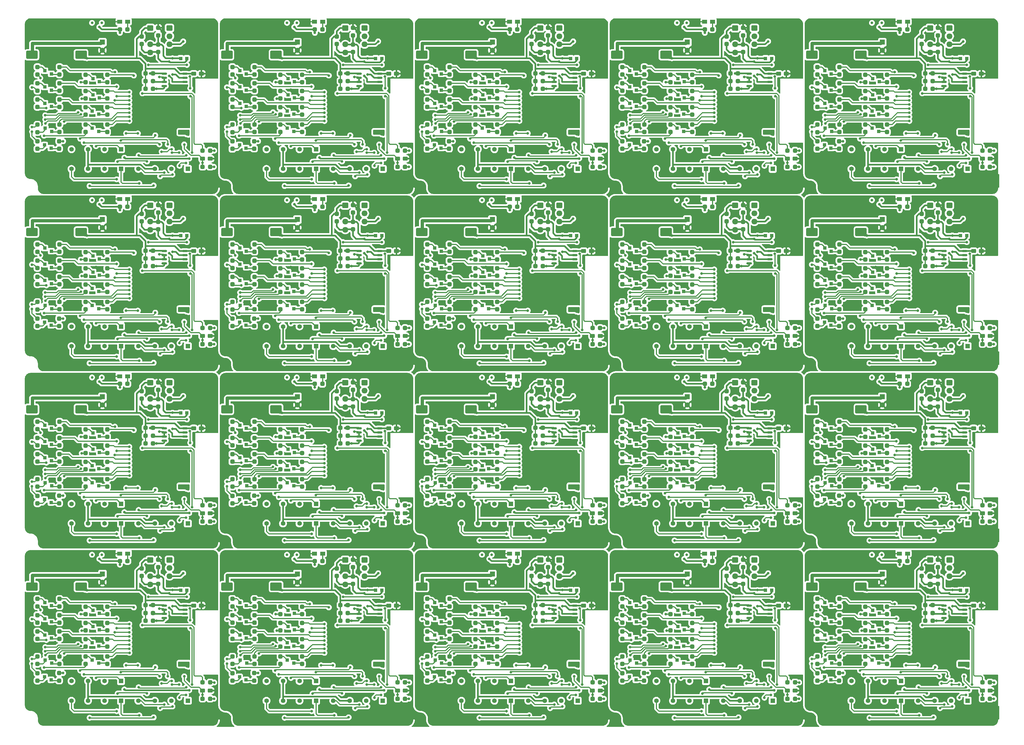
<source format=gbr>
%TF.GenerationSoftware,KiCad,Pcbnew,8.0.4*%
%TF.CreationDate,2024-11-04T15:19:48+09:00*%
%TF.ProjectId,L-SEAT V2.0,4c2d5345-4154-4205-9632-2e302e6b6963,rev?*%
%TF.SameCoordinates,Original*%
%TF.FileFunction,Copper,L1,Top*%
%TF.FilePolarity,Positive*%
%FSLAX46Y46*%
G04 Gerber Fmt 4.6, Leading zero omitted, Abs format (unit mm)*
G04 Created by KiCad (PCBNEW 8.0.4) date 2024-11-04 15:19:48*
%MOMM*%
%LPD*%
G01*
G04 APERTURE LIST*
G04 Aperture macros list*
%AMRoundRect*
0 Rectangle with rounded corners*
0 $1 Rounding radius*
0 $2 $3 $4 $5 $6 $7 $8 $9 X,Y pos of 4 corners*
0 Add a 4 corners polygon primitive as box body*
4,1,4,$2,$3,$4,$5,$6,$7,$8,$9,$2,$3,0*
0 Add four circle primitives for the rounded corners*
1,1,$1+$1,$2,$3*
1,1,$1+$1,$4,$5*
1,1,$1+$1,$6,$7*
1,1,$1+$1,$8,$9*
0 Add four rect primitives between the rounded corners*
20,1,$1+$1,$2,$3,$4,$5,0*
20,1,$1+$1,$4,$5,$6,$7,0*
20,1,$1+$1,$6,$7,$8,$9,0*
20,1,$1+$1,$8,$9,$2,$3,0*%
G04 Aperture macros list end*
%TA.AperFunction,ComponentPad*%
%ADD10RoundRect,0.249900X-0.675100X0.600100X-0.675100X-0.600100X0.675100X-0.600100X0.675100X0.600100X0*%
%TD*%
%TA.AperFunction,ComponentPad*%
%ADD11O,1.850000X1.700000*%
%TD*%
%TA.AperFunction,SMDPad,CuDef*%
%ADD12RoundRect,0.325000X0.325000X-0.325000X0.325000X0.325000X-0.325000X0.325000X-0.325000X-0.325000X0*%
%TD*%
%TA.AperFunction,ComponentPad*%
%ADD13R,1.400000X1.400000*%
%TD*%
%TA.AperFunction,ComponentPad*%
%ADD14C,1.400000*%
%TD*%
%TA.AperFunction,WasherPad*%
%ADD15C,0.800000*%
%TD*%
%TA.AperFunction,SMDPad,CuDef*%
%ADD16R,1.100000X1.000000*%
%TD*%
%TA.AperFunction,ComponentPad*%
%ADD17C,6.000000*%
%TD*%
%TA.AperFunction,SMDPad,CuDef*%
%ADD18RoundRect,0.312500X-0.437500X-0.312500X0.437500X-0.312500X0.437500X0.312500X-0.437500X0.312500X0*%
%TD*%
%TA.AperFunction,SMDPad,CuDef*%
%ADD19RoundRect,0.325000X-0.325000X-0.325000X0.325000X-0.325000X0.325000X0.325000X-0.325000X0.325000X0*%
%TD*%
%TA.AperFunction,SMDPad,CuDef*%
%ADD20RoundRect,0.325000X-0.325000X0.325000X-0.325000X-0.325000X0.325000X-0.325000X0.325000X0.325000X0*%
%TD*%
%TA.AperFunction,SMDPad,CuDef*%
%ADD21RoundRect,0.300000X-1.450000X-0.950000X1.450000X-0.950000X1.450000X0.950000X-1.450000X0.950000X0*%
%TD*%
%TA.AperFunction,SMDPad,CuDef*%
%ADD22RoundRect,0.163800X-0.711200X-0.136200X0.711200X-0.136200X0.711200X0.136200X-0.711200X0.136200X0*%
%TD*%
%TA.AperFunction,SMDPad,CuDef*%
%ADD23RoundRect,0.325000X0.325000X0.325000X-0.325000X0.325000X-0.325000X-0.325000X0.325000X-0.325000X0*%
%TD*%
%TA.AperFunction,SMDPad,CuDef*%
%ADD24RoundRect,0.250000X1.500000X0.550000X-1.500000X0.550000X-1.500000X-0.550000X1.500000X-0.550000X0*%
%TD*%
%TA.AperFunction,SMDPad,CuDef*%
%ADD25R,1.000000X1.100000*%
%TD*%
%TA.AperFunction,SMDPad,CuDef*%
%ADD26R,1.500000X1.250000*%
%TD*%
%TA.AperFunction,ComponentPad*%
%ADD27R,1.600000X1.600000*%
%TD*%
%TA.AperFunction,ComponentPad*%
%ADD28C,1.600000*%
%TD*%
%TA.AperFunction,ViaPad*%
%ADD29C,0.800000*%
%TD*%
%TA.AperFunction,Conductor*%
%ADD30C,0.300000*%
%TD*%
%TA.AperFunction,Conductor*%
%ADD31C,0.500000*%
%TD*%
%TA.AperFunction,Conductor*%
%ADD32C,1.000000*%
%TD*%
G04 APERTURE END LIST*
D10*
%TO.P,J4,1,Pin_1*%
%TO.N,Net-(J4-Pin_1)*%
X320660000Y-218500000D03*
D11*
%TO.P,J4,2,Pin_2*%
%TO.N,RxD0*%
X320660000Y-221000000D03*
%TO.P,J4,3,Pin_3*%
%TO.N,TxD0*%
X320660000Y-223500000D03*
%TO.P,J4,4,Pin_4*%
%TO.N,GNDPWR*%
X320660000Y-226000000D03*
%TD*%
D10*
%TO.P,J11,1,Pin_1*%
%TO.N,+5V*%
X314745000Y-218520000D03*
D11*
%TO.P,J11,2,Pin_2*%
%TO.N,GNDPWR*%
X314745000Y-221020000D03*
%TO.P,J11,3,Pin_3*%
%TO.N,/485-B*%
X314745000Y-223520000D03*
%TO.P,J11,4,Pin_4*%
%TO.N,/485-A*%
X314745000Y-226020000D03*
%TD*%
D12*
%TO.P,R14,1*%
%TO.N,Net-(Q7-B)*%
X301495000Y-240190000D03*
%TO.P,R14,2*%
%TO.N,SW 2*%
X301495000Y-237890000D03*
%TD*%
D13*
%TO.P,K1,1*%
%TO.N,Net-(J3-Pin_1)*%
X305732500Y-255817500D03*
D14*
%TO.P,K1,3*%
%TO.N,Net-(Q12-C)*%
X300652500Y-255817500D03*
%TO.P,K1,5*%
%TO.N,Net-(D1-K)*%
X295572500Y-255817500D03*
%TO.P,K1,7*%
%TO.N,Net-(J3-Pin_6)*%
X290492500Y-255817500D03*
%TD*%
D12*
%TO.P,R16,1*%
%TO.N,Net-(Q8-B)*%
X301495000Y-245190000D03*
%TO.P,R16,2*%
%TO.N,SW 3*%
X301495000Y-242890000D03*
%TD*%
D15*
%TO.P,SW1,*%
%TO.N,*%
X299820000Y-216900000D03*
X296820000Y-216900000D03*
%TD*%
D12*
%TO.P,R13,1*%
%TO.N,Net-(Q6-B)*%
X301495000Y-235190000D03*
%TO.P,R13,2*%
%TO.N,SW 1*%
X301495000Y-232890000D03*
%TD*%
D16*
%TO.P,Q4,1,B*%
%TO.N,Net-(Q4-B)*%
X284295000Y-237600000D03*
%TO.P,Q4,2,E*%
%TO.N,GNDPWR*%
X284295000Y-235700000D03*
%TO.P,Q4,3,C*%
%TO.N,Net-(Q4-C)*%
X282295000Y-236650000D03*
%TD*%
%TO.P,Q11,1,B*%
%TO.N,Net-(Q11-B)*%
X298895000Y-250300000D03*
%TO.P,Q11,2,E*%
%TO.N,GNDPWR*%
X298895000Y-248400000D03*
%TO.P,Q11,3,C*%
%TO.N,Net-(Q11-C)*%
X296895000Y-249350000D03*
%TD*%
D17*
%TO.P,H1,1,1*%
%TO.N,GNDPWR*%
X331695000Y-219440000D03*
%TD*%
D12*
%TO.P,R44,1*%
%TO.N,/485-B*%
X317145000Y-220740000D03*
%TO.P,R44,2*%
%TO.N,GNDPWR*%
X317145000Y-218440000D03*
%TD*%
D16*
%TO.P,Q7,1,B*%
%TO.N,Net-(Q7-B)*%
X299095000Y-239990000D03*
%TO.P,Q7,2,E*%
%TO.N,GNDPWR*%
X299095000Y-238090000D03*
%TO.P,Q7,3,C*%
%TO.N,Net-(Q7-C)*%
X297095000Y-239040000D03*
%TD*%
D18*
%TO.P,C10,1*%
%TO.N,EN*%
X330795000Y-258740000D03*
%TO.P,C10,2*%
%TO.N,GNDPWR*%
X333195000Y-258740000D03*
%TD*%
D12*
%TO.P,R9,1*%
%TO.N,Net-(Q5-B)*%
X286795000Y-242800000D03*
%TO.P,R9,2*%
%TO.N,H-M2*%
X286795000Y-240500000D03*
%TD*%
%TO.P,R8,1*%
%TO.N,Net-(Q4-B)*%
X286795000Y-237800000D03*
%TO.P,R8,2*%
%TO.N,H-M1*%
X286795000Y-235500000D03*
%TD*%
D17*
%TO.P,H2,1,1*%
%TO.N,GNDPWR*%
X281395000Y-261440000D03*
%TD*%
D12*
%TO.P,R1,1*%
%TO.N,Net-(Q1-B)*%
X286795000Y-232800000D03*
%TO.P,R1,2*%
%TO.N,H-SET*%
X286795000Y-230500000D03*
%TD*%
D19*
%TO.P,R2,1*%
%TO.N,3V3*%
X305390000Y-218890000D03*
%TO.P,R2,2*%
%TO.N,Net-(D2-A)*%
X307690000Y-218890000D03*
%TD*%
D20*
%TO.P,R46,1*%
%TO.N,+5V*%
X312090000Y-221130000D03*
%TO.P,R46,2*%
%TO.N,/485-A*%
X312090000Y-223430000D03*
%TD*%
D12*
%TO.P,R19,1*%
%TO.N,Net-(J8-Pin_6)*%
X294795000Y-235190000D03*
%TO.P,R19,2*%
%TO.N,Net-(Q6-C)*%
X294795000Y-232890000D03*
%TD*%
D16*
%TO.P,Q6,1,B*%
%TO.N,Net-(Q6-B)*%
X299095000Y-234990000D03*
%TO.P,Q6,2,E*%
%TO.N,GNDPWR*%
X299095000Y-233090000D03*
%TO.P,Q6,3,C*%
%TO.N,Net-(Q6-C)*%
X297095000Y-234040000D03*
%TD*%
%TO.P,Q10,1,B*%
%TO.N,Net-(Q10-B)*%
X284200000Y-255450000D03*
%TO.P,Q10,2,E*%
%TO.N,GNDPWR*%
X284200000Y-253550000D03*
%TO.P,Q10,3,C*%
%TO.N,Net-(Q10-C)*%
X282200000Y-254500000D03*
%TD*%
D21*
%TO.P,MO2,1,GND*%
%TO.N,GNDPWR*%
X278350000Y-218150000D03*
%TO.P,MO2,2,+12V*%
%TO.N,Net-(D1-K)*%
X278320000Y-226720000D03*
%TO.P,MO2,3,GND*%
%TO.N,GNDPWR*%
X293450000Y-218130000D03*
%TO.P,MO2,4,+5V*%
%TO.N,+5V*%
X293450000Y-226720000D03*
%TD*%
D12*
%TO.P,R15,1*%
%TO.N,Net-(J8-Pin_4)*%
X294795000Y-245190000D03*
%TO.P,R15,2*%
%TO.N,Net-(Q8-C)*%
X294795000Y-242890000D03*
%TD*%
%TO.P,R10,1*%
%TO.N,/SET*%
X279995000Y-232800000D03*
%TO.P,R10,2*%
%TO.N,Net-(Q1-C)*%
X279995000Y-230500000D03*
%TD*%
%TO.P,R24,1*%
%TO.N,Net-(Q11-B)*%
X301495000Y-250500000D03*
%TO.P,R24,2*%
%TO.N,SW 6*%
X301495000Y-248200000D03*
%TD*%
D22*
%TO.P,U4,1,RO*%
%TO.N,RO*%
X319020000Y-232535000D03*
%TO.P,U4,2,~{RE}*%
%TO.N,ENABLE*%
X319020000Y-233805000D03*
%TO.P,U4,3,DE*%
X319020000Y-235075000D03*
%TO.P,U4,4,DI*%
%TO.N,DI*%
X319020000Y-236345000D03*
%TO.P,U4,5,GND*%
%TO.N,GNDPWR*%
X325370000Y-236345000D03*
%TO.P,U4,6,A*%
%TO.N,/485-A*%
X325370000Y-235075000D03*
%TO.P,U4,7,B*%
%TO.N,/485-B*%
X325370000Y-233805000D03*
%TO.P,U4,8,VCC*%
%TO.N,+5V*%
X325370000Y-232535000D03*
%TD*%
D12*
%TO.P,R45,1*%
%TO.N,/485-A*%
X317145000Y-225890000D03*
%TO.P,R45,2*%
%TO.N,/485-B*%
X317145000Y-223590000D03*
%TD*%
D20*
%TO.P,R17,1*%
%TO.N,Net-(J8-Pin_3)*%
X280000000Y-248250000D03*
%TO.P,R17,2*%
%TO.N,Net-(Q9-C)*%
X280000000Y-250550000D03*
%TD*%
D23*
%TO.P,R42,1*%
%TO.N,ENABLE*%
X315545000Y-234840000D03*
%TO.P,R42,2*%
%TO.N,+5V*%
X313245000Y-234840000D03*
%TD*%
D16*
%TO.P,Q1,1,B*%
%TO.N,Net-(Q1-B)*%
X284295000Y-232600000D03*
%TO.P,Q1,2,E*%
%TO.N,GNDPWR*%
X284295000Y-230700000D03*
%TO.P,Q1,3,C*%
%TO.N,Net-(Q1-C)*%
X282295000Y-231650000D03*
%TD*%
D24*
%TO.P,C9,1*%
%TO.N,3V3*%
X325070000Y-250570000D03*
%TO.P,C9,2*%
%TO.N,GNDPWR*%
X319470000Y-250570000D03*
%TD*%
D16*
%TO.P,Q5,1,B*%
%TO.N,Net-(Q5-B)*%
X284295000Y-242600000D03*
%TO.P,Q5,2,E*%
%TO.N,GNDPWR*%
X284295000Y-240700000D03*
%TO.P,Q5,3,C*%
%TO.N,Net-(Q5-C)*%
X282295000Y-241650000D03*
%TD*%
D18*
%TO.P,C3,1*%
%TO.N,+5V*%
X328095000Y-232540000D03*
%TO.P,C3,2*%
%TO.N,GNDPWR*%
X330495000Y-232540000D03*
%TD*%
D13*
%TO.P,K6,1*%
%TO.N,Net-(J20-Pin_1)*%
X326290000Y-261870000D03*
D14*
%TO.P,K6,3*%
%TO.N,Net-(Q24-C)*%
X321210000Y-261870000D03*
%TO.P,K6,5*%
%TO.N,Net-(D1-K)*%
X316130000Y-261870000D03*
%TO.P,K6,7*%
%TO.N,Net-(J20-Pin_6)*%
X311050000Y-261870000D03*
%TD*%
D12*
%TO.P,R11,1*%
%TO.N,/M 1*%
X279995000Y-237800000D03*
%TO.P,R11,2*%
%TO.N,Net-(Q4-C)*%
X279995000Y-235500000D03*
%TD*%
D13*
%TO.P,K2,1*%
%TO.N,Net-(J05-Pin_1)*%
X305732500Y-261877500D03*
D14*
%TO.P,K2,3*%
%TO.N,Net-(Q13-C)*%
X300652500Y-261877500D03*
%TO.P,K2,5*%
%TO.N,Net-(D1-K)*%
X295572500Y-261877500D03*
%TO.P,K2,7*%
%TO.N,Net-(J05-Pin_6)*%
X290492500Y-261877500D03*
%TD*%
D20*
%TO.P,R21,1*%
%TO.N,Net-(J8-Pin_2)*%
X280000000Y-253400000D03*
%TO.P,R21,2*%
%TO.N,Net-(Q10-C)*%
X280000000Y-255700000D03*
%TD*%
D25*
%TO.P,D3,1,A1*%
%TO.N,/485-B*%
X324075000Y-227850000D03*
%TO.P,D3,2,A2*%
%TO.N,/485-A*%
X325975000Y-227850000D03*
%TO.P,D3,3,common*%
%TO.N,GNDPWR*%
X325025000Y-225850000D03*
%TD*%
D23*
%TO.P,R3,1*%
%TO.N,3V3*%
X333145000Y-261240000D03*
%TO.P,R3,2*%
%TO.N,EN*%
X330845000Y-261240000D03*
%TD*%
D12*
%TO.P,R22,1*%
%TO.N,Net-(Q10-B)*%
X286700000Y-255650000D03*
%TO.P,R22,2*%
%TO.N,SW 5*%
X286700000Y-253350000D03*
%TD*%
%TO.P,R20,1*%
%TO.N,Net-(J8-Pin_5)*%
X294795000Y-240190000D03*
%TO.P,R20,2*%
%TO.N,Net-(Q7-C)*%
X294795000Y-237890000D03*
%TD*%
%TO.P,R18,1*%
%TO.N,Net-(Q9-B)*%
X286800000Y-250500000D03*
%TO.P,R18,2*%
%TO.N,SW 4*%
X286800000Y-248200000D03*
%TD*%
D23*
%TO.P,R43,1*%
%TO.N,RO*%
X315545000Y-232440000D03*
%TO.P,R43,2*%
%TO.N,+5V*%
X313245000Y-232440000D03*
%TD*%
D12*
%TO.P,R23,1*%
%TO.N,Net-(J8-Pin_1)*%
X294795000Y-250500000D03*
%TO.P,R23,2*%
%TO.N,Net-(Q11-C)*%
X294795000Y-248200000D03*
%TD*%
D26*
%TO.P,D2,1,K*%
%TO.N,GNDPWR*%
X305290000Y-216560000D03*
%TO.P,D2,2,A*%
%TO.N,Net-(D2-A)*%
X307790000Y-216560000D03*
%TD*%
D19*
%TO.P,R5,1*%
%TO.N,BOOT*%
X330845000Y-256240000D03*
%TO.P,R5,2*%
%TO.N,3V3*%
X333145000Y-256240000D03*
%TD*%
D27*
%TO.P,C8,1*%
%TO.N,Net-(D1-K)*%
X300010000Y-222850000D03*
D28*
%TO.P,C8,2*%
%TO.N,GNDPWR*%
X300010000Y-225350000D03*
%TD*%
D23*
%TO.P,R41,1*%
%TO.N,DI*%
X315545000Y-237240000D03*
%TO.P,R41,2*%
%TO.N,+5V*%
X313245000Y-237240000D03*
%TD*%
D12*
%TO.P,R12,1*%
%TO.N,/M 2*%
X279995000Y-242800000D03*
%TO.P,R12,2*%
%TO.N,Net-(Q5-C)*%
X279995000Y-240500000D03*
%TD*%
D16*
%TO.P,Q8,1,B*%
%TO.N,Net-(Q8-B)*%
X298895000Y-244990000D03*
%TO.P,Q8,2,E*%
%TO.N,GNDPWR*%
X298895000Y-243090000D03*
%TO.P,Q8,3,C*%
%TO.N,Net-(Q8-C)*%
X296895000Y-244040000D03*
%TD*%
%TO.P,Q9,1,B*%
%TO.N,Net-(Q9-B)*%
X284400000Y-250300000D03*
%TO.P,Q9,2,E*%
%TO.N,GNDPWR*%
X284400000Y-248400000D03*
%TO.P,Q9,3,C*%
%TO.N,Net-(Q9-C)*%
X282400000Y-249350000D03*
%TD*%
D10*
%TO.P,J4,1,Pin_1*%
%TO.N,Net-(J4-Pin_1)*%
X260660000Y-218500000D03*
D11*
%TO.P,J4,2,Pin_2*%
%TO.N,RxD0*%
X260660000Y-221000000D03*
%TO.P,J4,3,Pin_3*%
%TO.N,TxD0*%
X260660000Y-223500000D03*
%TO.P,J4,4,Pin_4*%
%TO.N,GNDPWR*%
X260660000Y-226000000D03*
%TD*%
D10*
%TO.P,J11,1,Pin_1*%
%TO.N,+5V*%
X254745000Y-218520000D03*
D11*
%TO.P,J11,2,Pin_2*%
%TO.N,GNDPWR*%
X254745000Y-221020000D03*
%TO.P,J11,3,Pin_3*%
%TO.N,/485-B*%
X254745000Y-223520000D03*
%TO.P,J11,4,Pin_4*%
%TO.N,/485-A*%
X254745000Y-226020000D03*
%TD*%
D12*
%TO.P,R14,1*%
%TO.N,Net-(Q7-B)*%
X241495000Y-240190000D03*
%TO.P,R14,2*%
%TO.N,SW 2*%
X241495000Y-237890000D03*
%TD*%
D13*
%TO.P,K1,1*%
%TO.N,Net-(J3-Pin_1)*%
X245732500Y-255817500D03*
D14*
%TO.P,K1,3*%
%TO.N,Net-(Q12-C)*%
X240652500Y-255817500D03*
%TO.P,K1,5*%
%TO.N,Net-(D1-K)*%
X235572500Y-255817500D03*
%TO.P,K1,7*%
%TO.N,Net-(J3-Pin_6)*%
X230492500Y-255817500D03*
%TD*%
D12*
%TO.P,R16,1*%
%TO.N,Net-(Q8-B)*%
X241495000Y-245190000D03*
%TO.P,R16,2*%
%TO.N,SW 3*%
X241495000Y-242890000D03*
%TD*%
D15*
%TO.P,SW1,*%
%TO.N,*%
X239820000Y-216900000D03*
X236820000Y-216900000D03*
%TD*%
D12*
%TO.P,R13,1*%
%TO.N,Net-(Q6-B)*%
X241495000Y-235190000D03*
%TO.P,R13,2*%
%TO.N,SW 1*%
X241495000Y-232890000D03*
%TD*%
D16*
%TO.P,Q4,1,B*%
%TO.N,Net-(Q4-B)*%
X224295000Y-237600000D03*
%TO.P,Q4,2,E*%
%TO.N,GNDPWR*%
X224295000Y-235700000D03*
%TO.P,Q4,3,C*%
%TO.N,Net-(Q4-C)*%
X222295000Y-236650000D03*
%TD*%
%TO.P,Q11,1,B*%
%TO.N,Net-(Q11-B)*%
X238895000Y-250300000D03*
%TO.P,Q11,2,E*%
%TO.N,GNDPWR*%
X238895000Y-248400000D03*
%TO.P,Q11,3,C*%
%TO.N,Net-(Q11-C)*%
X236895000Y-249350000D03*
%TD*%
D17*
%TO.P,H1,1,1*%
%TO.N,GNDPWR*%
X271695000Y-219440000D03*
%TD*%
D12*
%TO.P,R44,1*%
%TO.N,/485-B*%
X257145000Y-220740000D03*
%TO.P,R44,2*%
%TO.N,GNDPWR*%
X257145000Y-218440000D03*
%TD*%
D16*
%TO.P,Q7,1,B*%
%TO.N,Net-(Q7-B)*%
X239095000Y-239990000D03*
%TO.P,Q7,2,E*%
%TO.N,GNDPWR*%
X239095000Y-238090000D03*
%TO.P,Q7,3,C*%
%TO.N,Net-(Q7-C)*%
X237095000Y-239040000D03*
%TD*%
D18*
%TO.P,C10,1*%
%TO.N,EN*%
X270795000Y-258740000D03*
%TO.P,C10,2*%
%TO.N,GNDPWR*%
X273195000Y-258740000D03*
%TD*%
D12*
%TO.P,R9,1*%
%TO.N,Net-(Q5-B)*%
X226795000Y-242800000D03*
%TO.P,R9,2*%
%TO.N,H-M2*%
X226795000Y-240500000D03*
%TD*%
%TO.P,R8,1*%
%TO.N,Net-(Q4-B)*%
X226795000Y-237800000D03*
%TO.P,R8,2*%
%TO.N,H-M1*%
X226795000Y-235500000D03*
%TD*%
D17*
%TO.P,H2,1,1*%
%TO.N,GNDPWR*%
X221395000Y-261440000D03*
%TD*%
D12*
%TO.P,R1,1*%
%TO.N,Net-(Q1-B)*%
X226795000Y-232800000D03*
%TO.P,R1,2*%
%TO.N,H-SET*%
X226795000Y-230500000D03*
%TD*%
D19*
%TO.P,R2,1*%
%TO.N,3V3*%
X245390000Y-218890000D03*
%TO.P,R2,2*%
%TO.N,Net-(D2-A)*%
X247690000Y-218890000D03*
%TD*%
D20*
%TO.P,R46,1*%
%TO.N,+5V*%
X252090000Y-221130000D03*
%TO.P,R46,2*%
%TO.N,/485-A*%
X252090000Y-223430000D03*
%TD*%
D12*
%TO.P,R19,1*%
%TO.N,Net-(J8-Pin_6)*%
X234795000Y-235190000D03*
%TO.P,R19,2*%
%TO.N,Net-(Q6-C)*%
X234795000Y-232890000D03*
%TD*%
D16*
%TO.P,Q6,1,B*%
%TO.N,Net-(Q6-B)*%
X239095000Y-234990000D03*
%TO.P,Q6,2,E*%
%TO.N,GNDPWR*%
X239095000Y-233090000D03*
%TO.P,Q6,3,C*%
%TO.N,Net-(Q6-C)*%
X237095000Y-234040000D03*
%TD*%
%TO.P,Q10,1,B*%
%TO.N,Net-(Q10-B)*%
X224200000Y-255450000D03*
%TO.P,Q10,2,E*%
%TO.N,GNDPWR*%
X224200000Y-253550000D03*
%TO.P,Q10,3,C*%
%TO.N,Net-(Q10-C)*%
X222200000Y-254500000D03*
%TD*%
D21*
%TO.P,MO2,1,GND*%
%TO.N,GNDPWR*%
X218350000Y-218150000D03*
%TO.P,MO2,2,+12V*%
%TO.N,Net-(D1-K)*%
X218320000Y-226720000D03*
%TO.P,MO2,3,GND*%
%TO.N,GNDPWR*%
X233450000Y-218130000D03*
%TO.P,MO2,4,+5V*%
%TO.N,+5V*%
X233450000Y-226720000D03*
%TD*%
D12*
%TO.P,R15,1*%
%TO.N,Net-(J8-Pin_4)*%
X234795000Y-245190000D03*
%TO.P,R15,2*%
%TO.N,Net-(Q8-C)*%
X234795000Y-242890000D03*
%TD*%
%TO.P,R10,1*%
%TO.N,/SET*%
X219995000Y-232800000D03*
%TO.P,R10,2*%
%TO.N,Net-(Q1-C)*%
X219995000Y-230500000D03*
%TD*%
%TO.P,R24,1*%
%TO.N,Net-(Q11-B)*%
X241495000Y-250500000D03*
%TO.P,R24,2*%
%TO.N,SW 6*%
X241495000Y-248200000D03*
%TD*%
D22*
%TO.P,U4,1,RO*%
%TO.N,RO*%
X259020000Y-232535000D03*
%TO.P,U4,2,~{RE}*%
%TO.N,ENABLE*%
X259020000Y-233805000D03*
%TO.P,U4,3,DE*%
X259020000Y-235075000D03*
%TO.P,U4,4,DI*%
%TO.N,DI*%
X259020000Y-236345000D03*
%TO.P,U4,5,GND*%
%TO.N,GNDPWR*%
X265370000Y-236345000D03*
%TO.P,U4,6,A*%
%TO.N,/485-A*%
X265370000Y-235075000D03*
%TO.P,U4,7,B*%
%TO.N,/485-B*%
X265370000Y-233805000D03*
%TO.P,U4,8,VCC*%
%TO.N,+5V*%
X265370000Y-232535000D03*
%TD*%
D12*
%TO.P,R45,1*%
%TO.N,/485-A*%
X257145000Y-225890000D03*
%TO.P,R45,2*%
%TO.N,/485-B*%
X257145000Y-223590000D03*
%TD*%
D20*
%TO.P,R17,1*%
%TO.N,Net-(J8-Pin_3)*%
X220000000Y-248250000D03*
%TO.P,R17,2*%
%TO.N,Net-(Q9-C)*%
X220000000Y-250550000D03*
%TD*%
D23*
%TO.P,R42,1*%
%TO.N,ENABLE*%
X255545000Y-234840000D03*
%TO.P,R42,2*%
%TO.N,+5V*%
X253245000Y-234840000D03*
%TD*%
D16*
%TO.P,Q1,1,B*%
%TO.N,Net-(Q1-B)*%
X224295000Y-232600000D03*
%TO.P,Q1,2,E*%
%TO.N,GNDPWR*%
X224295000Y-230700000D03*
%TO.P,Q1,3,C*%
%TO.N,Net-(Q1-C)*%
X222295000Y-231650000D03*
%TD*%
D24*
%TO.P,C9,1*%
%TO.N,3V3*%
X265070000Y-250570000D03*
%TO.P,C9,2*%
%TO.N,GNDPWR*%
X259470000Y-250570000D03*
%TD*%
D16*
%TO.P,Q5,1,B*%
%TO.N,Net-(Q5-B)*%
X224295000Y-242600000D03*
%TO.P,Q5,2,E*%
%TO.N,GNDPWR*%
X224295000Y-240700000D03*
%TO.P,Q5,3,C*%
%TO.N,Net-(Q5-C)*%
X222295000Y-241650000D03*
%TD*%
D18*
%TO.P,C3,1*%
%TO.N,+5V*%
X268095000Y-232540000D03*
%TO.P,C3,2*%
%TO.N,GNDPWR*%
X270495000Y-232540000D03*
%TD*%
D13*
%TO.P,K6,1*%
%TO.N,Net-(J20-Pin_1)*%
X266290000Y-261870000D03*
D14*
%TO.P,K6,3*%
%TO.N,Net-(Q24-C)*%
X261210000Y-261870000D03*
%TO.P,K6,5*%
%TO.N,Net-(D1-K)*%
X256130000Y-261870000D03*
%TO.P,K6,7*%
%TO.N,Net-(J20-Pin_6)*%
X251050000Y-261870000D03*
%TD*%
D12*
%TO.P,R11,1*%
%TO.N,/M 1*%
X219995000Y-237800000D03*
%TO.P,R11,2*%
%TO.N,Net-(Q4-C)*%
X219995000Y-235500000D03*
%TD*%
D13*
%TO.P,K2,1*%
%TO.N,Net-(J05-Pin_1)*%
X245732500Y-261877500D03*
D14*
%TO.P,K2,3*%
%TO.N,Net-(Q13-C)*%
X240652500Y-261877500D03*
%TO.P,K2,5*%
%TO.N,Net-(D1-K)*%
X235572500Y-261877500D03*
%TO.P,K2,7*%
%TO.N,Net-(J05-Pin_6)*%
X230492500Y-261877500D03*
%TD*%
D20*
%TO.P,R21,1*%
%TO.N,Net-(J8-Pin_2)*%
X220000000Y-253400000D03*
%TO.P,R21,2*%
%TO.N,Net-(Q10-C)*%
X220000000Y-255700000D03*
%TD*%
D25*
%TO.P,D3,1,A1*%
%TO.N,/485-B*%
X264075000Y-227850000D03*
%TO.P,D3,2,A2*%
%TO.N,/485-A*%
X265975000Y-227850000D03*
%TO.P,D3,3,common*%
%TO.N,GNDPWR*%
X265025000Y-225850000D03*
%TD*%
D23*
%TO.P,R3,1*%
%TO.N,3V3*%
X273145000Y-261240000D03*
%TO.P,R3,2*%
%TO.N,EN*%
X270845000Y-261240000D03*
%TD*%
D12*
%TO.P,R22,1*%
%TO.N,Net-(Q10-B)*%
X226700000Y-255650000D03*
%TO.P,R22,2*%
%TO.N,SW 5*%
X226700000Y-253350000D03*
%TD*%
%TO.P,R20,1*%
%TO.N,Net-(J8-Pin_5)*%
X234795000Y-240190000D03*
%TO.P,R20,2*%
%TO.N,Net-(Q7-C)*%
X234795000Y-237890000D03*
%TD*%
%TO.P,R18,1*%
%TO.N,Net-(Q9-B)*%
X226800000Y-250500000D03*
%TO.P,R18,2*%
%TO.N,SW 4*%
X226800000Y-248200000D03*
%TD*%
D23*
%TO.P,R43,1*%
%TO.N,RO*%
X255545000Y-232440000D03*
%TO.P,R43,2*%
%TO.N,+5V*%
X253245000Y-232440000D03*
%TD*%
D12*
%TO.P,R23,1*%
%TO.N,Net-(J8-Pin_1)*%
X234795000Y-250500000D03*
%TO.P,R23,2*%
%TO.N,Net-(Q11-C)*%
X234795000Y-248200000D03*
%TD*%
D26*
%TO.P,D2,1,K*%
%TO.N,GNDPWR*%
X245290000Y-216560000D03*
%TO.P,D2,2,A*%
%TO.N,Net-(D2-A)*%
X247790000Y-216560000D03*
%TD*%
D19*
%TO.P,R5,1*%
%TO.N,BOOT*%
X270845000Y-256240000D03*
%TO.P,R5,2*%
%TO.N,3V3*%
X273145000Y-256240000D03*
%TD*%
D27*
%TO.P,C8,1*%
%TO.N,Net-(D1-K)*%
X240010000Y-222850000D03*
D28*
%TO.P,C8,2*%
%TO.N,GNDPWR*%
X240010000Y-225350000D03*
%TD*%
D23*
%TO.P,R41,1*%
%TO.N,DI*%
X255545000Y-237240000D03*
%TO.P,R41,2*%
%TO.N,+5V*%
X253245000Y-237240000D03*
%TD*%
D12*
%TO.P,R12,1*%
%TO.N,/M 2*%
X219995000Y-242800000D03*
%TO.P,R12,2*%
%TO.N,Net-(Q5-C)*%
X219995000Y-240500000D03*
%TD*%
D16*
%TO.P,Q8,1,B*%
%TO.N,Net-(Q8-B)*%
X238895000Y-244990000D03*
%TO.P,Q8,2,E*%
%TO.N,GNDPWR*%
X238895000Y-243090000D03*
%TO.P,Q8,3,C*%
%TO.N,Net-(Q8-C)*%
X236895000Y-244040000D03*
%TD*%
%TO.P,Q9,1,B*%
%TO.N,Net-(Q9-B)*%
X224400000Y-250300000D03*
%TO.P,Q9,2,E*%
%TO.N,GNDPWR*%
X224400000Y-248400000D03*
%TO.P,Q9,3,C*%
%TO.N,Net-(Q9-C)*%
X222400000Y-249350000D03*
%TD*%
D10*
%TO.P,J4,1,Pin_1*%
%TO.N,Net-(J4-Pin_1)*%
X200660000Y-218500000D03*
D11*
%TO.P,J4,2,Pin_2*%
%TO.N,RxD0*%
X200660000Y-221000000D03*
%TO.P,J4,3,Pin_3*%
%TO.N,TxD0*%
X200660000Y-223500000D03*
%TO.P,J4,4,Pin_4*%
%TO.N,GNDPWR*%
X200660000Y-226000000D03*
%TD*%
D10*
%TO.P,J11,1,Pin_1*%
%TO.N,+5V*%
X194745000Y-218520000D03*
D11*
%TO.P,J11,2,Pin_2*%
%TO.N,GNDPWR*%
X194745000Y-221020000D03*
%TO.P,J11,3,Pin_3*%
%TO.N,/485-B*%
X194745000Y-223520000D03*
%TO.P,J11,4,Pin_4*%
%TO.N,/485-A*%
X194745000Y-226020000D03*
%TD*%
D12*
%TO.P,R14,1*%
%TO.N,Net-(Q7-B)*%
X181495000Y-240190000D03*
%TO.P,R14,2*%
%TO.N,SW 2*%
X181495000Y-237890000D03*
%TD*%
D13*
%TO.P,K1,1*%
%TO.N,Net-(J3-Pin_1)*%
X185732500Y-255817500D03*
D14*
%TO.P,K1,3*%
%TO.N,Net-(Q12-C)*%
X180652500Y-255817500D03*
%TO.P,K1,5*%
%TO.N,Net-(D1-K)*%
X175572500Y-255817500D03*
%TO.P,K1,7*%
%TO.N,Net-(J3-Pin_6)*%
X170492500Y-255817500D03*
%TD*%
D12*
%TO.P,R16,1*%
%TO.N,Net-(Q8-B)*%
X181495000Y-245190000D03*
%TO.P,R16,2*%
%TO.N,SW 3*%
X181495000Y-242890000D03*
%TD*%
D15*
%TO.P,SW1,*%
%TO.N,*%
X179820000Y-216900000D03*
X176820000Y-216900000D03*
%TD*%
D12*
%TO.P,R13,1*%
%TO.N,Net-(Q6-B)*%
X181495000Y-235190000D03*
%TO.P,R13,2*%
%TO.N,SW 1*%
X181495000Y-232890000D03*
%TD*%
D16*
%TO.P,Q4,1,B*%
%TO.N,Net-(Q4-B)*%
X164295000Y-237600000D03*
%TO.P,Q4,2,E*%
%TO.N,GNDPWR*%
X164295000Y-235700000D03*
%TO.P,Q4,3,C*%
%TO.N,Net-(Q4-C)*%
X162295000Y-236650000D03*
%TD*%
%TO.P,Q11,1,B*%
%TO.N,Net-(Q11-B)*%
X178895000Y-250300000D03*
%TO.P,Q11,2,E*%
%TO.N,GNDPWR*%
X178895000Y-248400000D03*
%TO.P,Q11,3,C*%
%TO.N,Net-(Q11-C)*%
X176895000Y-249350000D03*
%TD*%
D17*
%TO.P,H1,1,1*%
%TO.N,GNDPWR*%
X211695000Y-219440000D03*
%TD*%
D12*
%TO.P,R44,1*%
%TO.N,/485-B*%
X197145000Y-220740000D03*
%TO.P,R44,2*%
%TO.N,GNDPWR*%
X197145000Y-218440000D03*
%TD*%
D16*
%TO.P,Q7,1,B*%
%TO.N,Net-(Q7-B)*%
X179095000Y-239990000D03*
%TO.P,Q7,2,E*%
%TO.N,GNDPWR*%
X179095000Y-238090000D03*
%TO.P,Q7,3,C*%
%TO.N,Net-(Q7-C)*%
X177095000Y-239040000D03*
%TD*%
D18*
%TO.P,C10,1*%
%TO.N,EN*%
X210795000Y-258740000D03*
%TO.P,C10,2*%
%TO.N,GNDPWR*%
X213195000Y-258740000D03*
%TD*%
D12*
%TO.P,R9,1*%
%TO.N,Net-(Q5-B)*%
X166795000Y-242800000D03*
%TO.P,R9,2*%
%TO.N,H-M2*%
X166795000Y-240500000D03*
%TD*%
%TO.P,R8,1*%
%TO.N,Net-(Q4-B)*%
X166795000Y-237800000D03*
%TO.P,R8,2*%
%TO.N,H-M1*%
X166795000Y-235500000D03*
%TD*%
D17*
%TO.P,H2,1,1*%
%TO.N,GNDPWR*%
X161395000Y-261440000D03*
%TD*%
D12*
%TO.P,R1,1*%
%TO.N,Net-(Q1-B)*%
X166795000Y-232800000D03*
%TO.P,R1,2*%
%TO.N,H-SET*%
X166795000Y-230500000D03*
%TD*%
D19*
%TO.P,R2,1*%
%TO.N,3V3*%
X185390000Y-218890000D03*
%TO.P,R2,2*%
%TO.N,Net-(D2-A)*%
X187690000Y-218890000D03*
%TD*%
D20*
%TO.P,R46,1*%
%TO.N,+5V*%
X192090000Y-221130000D03*
%TO.P,R46,2*%
%TO.N,/485-A*%
X192090000Y-223430000D03*
%TD*%
D12*
%TO.P,R19,1*%
%TO.N,Net-(J8-Pin_6)*%
X174795000Y-235190000D03*
%TO.P,R19,2*%
%TO.N,Net-(Q6-C)*%
X174795000Y-232890000D03*
%TD*%
D16*
%TO.P,Q6,1,B*%
%TO.N,Net-(Q6-B)*%
X179095000Y-234990000D03*
%TO.P,Q6,2,E*%
%TO.N,GNDPWR*%
X179095000Y-233090000D03*
%TO.P,Q6,3,C*%
%TO.N,Net-(Q6-C)*%
X177095000Y-234040000D03*
%TD*%
%TO.P,Q10,1,B*%
%TO.N,Net-(Q10-B)*%
X164200000Y-255450000D03*
%TO.P,Q10,2,E*%
%TO.N,GNDPWR*%
X164200000Y-253550000D03*
%TO.P,Q10,3,C*%
%TO.N,Net-(Q10-C)*%
X162200000Y-254500000D03*
%TD*%
D21*
%TO.P,MO2,1,GND*%
%TO.N,GNDPWR*%
X158350000Y-218150000D03*
%TO.P,MO2,2,+12V*%
%TO.N,Net-(D1-K)*%
X158320000Y-226720000D03*
%TO.P,MO2,3,GND*%
%TO.N,GNDPWR*%
X173450000Y-218130000D03*
%TO.P,MO2,4,+5V*%
%TO.N,+5V*%
X173450000Y-226720000D03*
%TD*%
D12*
%TO.P,R15,1*%
%TO.N,Net-(J8-Pin_4)*%
X174795000Y-245190000D03*
%TO.P,R15,2*%
%TO.N,Net-(Q8-C)*%
X174795000Y-242890000D03*
%TD*%
%TO.P,R10,1*%
%TO.N,/SET*%
X159995000Y-232800000D03*
%TO.P,R10,2*%
%TO.N,Net-(Q1-C)*%
X159995000Y-230500000D03*
%TD*%
%TO.P,R24,1*%
%TO.N,Net-(Q11-B)*%
X181495000Y-250500000D03*
%TO.P,R24,2*%
%TO.N,SW 6*%
X181495000Y-248200000D03*
%TD*%
D22*
%TO.P,U4,1,RO*%
%TO.N,RO*%
X199020000Y-232535000D03*
%TO.P,U4,2,~{RE}*%
%TO.N,ENABLE*%
X199020000Y-233805000D03*
%TO.P,U4,3,DE*%
X199020000Y-235075000D03*
%TO.P,U4,4,DI*%
%TO.N,DI*%
X199020000Y-236345000D03*
%TO.P,U4,5,GND*%
%TO.N,GNDPWR*%
X205370000Y-236345000D03*
%TO.P,U4,6,A*%
%TO.N,/485-A*%
X205370000Y-235075000D03*
%TO.P,U4,7,B*%
%TO.N,/485-B*%
X205370000Y-233805000D03*
%TO.P,U4,8,VCC*%
%TO.N,+5V*%
X205370000Y-232535000D03*
%TD*%
D12*
%TO.P,R45,1*%
%TO.N,/485-A*%
X197145000Y-225890000D03*
%TO.P,R45,2*%
%TO.N,/485-B*%
X197145000Y-223590000D03*
%TD*%
D20*
%TO.P,R17,1*%
%TO.N,Net-(J8-Pin_3)*%
X160000000Y-248250000D03*
%TO.P,R17,2*%
%TO.N,Net-(Q9-C)*%
X160000000Y-250550000D03*
%TD*%
D23*
%TO.P,R42,1*%
%TO.N,ENABLE*%
X195545000Y-234840000D03*
%TO.P,R42,2*%
%TO.N,+5V*%
X193245000Y-234840000D03*
%TD*%
D16*
%TO.P,Q1,1,B*%
%TO.N,Net-(Q1-B)*%
X164295000Y-232600000D03*
%TO.P,Q1,2,E*%
%TO.N,GNDPWR*%
X164295000Y-230700000D03*
%TO.P,Q1,3,C*%
%TO.N,Net-(Q1-C)*%
X162295000Y-231650000D03*
%TD*%
D24*
%TO.P,C9,1*%
%TO.N,3V3*%
X205070000Y-250570000D03*
%TO.P,C9,2*%
%TO.N,GNDPWR*%
X199470000Y-250570000D03*
%TD*%
D16*
%TO.P,Q5,1,B*%
%TO.N,Net-(Q5-B)*%
X164295000Y-242600000D03*
%TO.P,Q5,2,E*%
%TO.N,GNDPWR*%
X164295000Y-240700000D03*
%TO.P,Q5,3,C*%
%TO.N,Net-(Q5-C)*%
X162295000Y-241650000D03*
%TD*%
D18*
%TO.P,C3,1*%
%TO.N,+5V*%
X208095000Y-232540000D03*
%TO.P,C3,2*%
%TO.N,GNDPWR*%
X210495000Y-232540000D03*
%TD*%
D13*
%TO.P,K6,1*%
%TO.N,Net-(J20-Pin_1)*%
X206290000Y-261870000D03*
D14*
%TO.P,K6,3*%
%TO.N,Net-(Q24-C)*%
X201210000Y-261870000D03*
%TO.P,K6,5*%
%TO.N,Net-(D1-K)*%
X196130000Y-261870000D03*
%TO.P,K6,7*%
%TO.N,Net-(J20-Pin_6)*%
X191050000Y-261870000D03*
%TD*%
D12*
%TO.P,R11,1*%
%TO.N,/M 1*%
X159995000Y-237800000D03*
%TO.P,R11,2*%
%TO.N,Net-(Q4-C)*%
X159995000Y-235500000D03*
%TD*%
D13*
%TO.P,K2,1*%
%TO.N,Net-(J05-Pin_1)*%
X185732500Y-261877500D03*
D14*
%TO.P,K2,3*%
%TO.N,Net-(Q13-C)*%
X180652500Y-261877500D03*
%TO.P,K2,5*%
%TO.N,Net-(D1-K)*%
X175572500Y-261877500D03*
%TO.P,K2,7*%
%TO.N,Net-(J05-Pin_6)*%
X170492500Y-261877500D03*
%TD*%
D20*
%TO.P,R21,1*%
%TO.N,Net-(J8-Pin_2)*%
X160000000Y-253400000D03*
%TO.P,R21,2*%
%TO.N,Net-(Q10-C)*%
X160000000Y-255700000D03*
%TD*%
D25*
%TO.P,D3,1,A1*%
%TO.N,/485-B*%
X204075000Y-227850000D03*
%TO.P,D3,2,A2*%
%TO.N,/485-A*%
X205975000Y-227850000D03*
%TO.P,D3,3,common*%
%TO.N,GNDPWR*%
X205025000Y-225850000D03*
%TD*%
D23*
%TO.P,R3,1*%
%TO.N,3V3*%
X213145000Y-261240000D03*
%TO.P,R3,2*%
%TO.N,EN*%
X210845000Y-261240000D03*
%TD*%
D12*
%TO.P,R22,1*%
%TO.N,Net-(Q10-B)*%
X166700000Y-255650000D03*
%TO.P,R22,2*%
%TO.N,SW 5*%
X166700000Y-253350000D03*
%TD*%
%TO.P,R20,1*%
%TO.N,Net-(J8-Pin_5)*%
X174795000Y-240190000D03*
%TO.P,R20,2*%
%TO.N,Net-(Q7-C)*%
X174795000Y-237890000D03*
%TD*%
%TO.P,R18,1*%
%TO.N,Net-(Q9-B)*%
X166800000Y-250500000D03*
%TO.P,R18,2*%
%TO.N,SW 4*%
X166800000Y-248200000D03*
%TD*%
D23*
%TO.P,R43,1*%
%TO.N,RO*%
X195545000Y-232440000D03*
%TO.P,R43,2*%
%TO.N,+5V*%
X193245000Y-232440000D03*
%TD*%
D12*
%TO.P,R23,1*%
%TO.N,Net-(J8-Pin_1)*%
X174795000Y-250500000D03*
%TO.P,R23,2*%
%TO.N,Net-(Q11-C)*%
X174795000Y-248200000D03*
%TD*%
D26*
%TO.P,D2,1,K*%
%TO.N,GNDPWR*%
X185290000Y-216560000D03*
%TO.P,D2,2,A*%
%TO.N,Net-(D2-A)*%
X187790000Y-216560000D03*
%TD*%
D19*
%TO.P,R5,1*%
%TO.N,BOOT*%
X210845000Y-256240000D03*
%TO.P,R5,2*%
%TO.N,3V3*%
X213145000Y-256240000D03*
%TD*%
D27*
%TO.P,C8,1*%
%TO.N,Net-(D1-K)*%
X180010000Y-222850000D03*
D28*
%TO.P,C8,2*%
%TO.N,GNDPWR*%
X180010000Y-225350000D03*
%TD*%
D23*
%TO.P,R41,1*%
%TO.N,DI*%
X195545000Y-237240000D03*
%TO.P,R41,2*%
%TO.N,+5V*%
X193245000Y-237240000D03*
%TD*%
D12*
%TO.P,R12,1*%
%TO.N,/M 2*%
X159995000Y-242800000D03*
%TO.P,R12,2*%
%TO.N,Net-(Q5-C)*%
X159995000Y-240500000D03*
%TD*%
D16*
%TO.P,Q8,1,B*%
%TO.N,Net-(Q8-B)*%
X178895000Y-244990000D03*
%TO.P,Q8,2,E*%
%TO.N,GNDPWR*%
X178895000Y-243090000D03*
%TO.P,Q8,3,C*%
%TO.N,Net-(Q8-C)*%
X176895000Y-244040000D03*
%TD*%
%TO.P,Q9,1,B*%
%TO.N,Net-(Q9-B)*%
X164400000Y-250300000D03*
%TO.P,Q9,2,E*%
%TO.N,GNDPWR*%
X164400000Y-248400000D03*
%TO.P,Q9,3,C*%
%TO.N,Net-(Q9-C)*%
X162400000Y-249350000D03*
%TD*%
D10*
%TO.P,J4,1,Pin_1*%
%TO.N,Net-(J4-Pin_1)*%
X140660000Y-218500000D03*
D11*
%TO.P,J4,2,Pin_2*%
%TO.N,RxD0*%
X140660000Y-221000000D03*
%TO.P,J4,3,Pin_3*%
%TO.N,TxD0*%
X140660000Y-223500000D03*
%TO.P,J4,4,Pin_4*%
%TO.N,GNDPWR*%
X140660000Y-226000000D03*
%TD*%
D10*
%TO.P,J11,1,Pin_1*%
%TO.N,+5V*%
X134745000Y-218520000D03*
D11*
%TO.P,J11,2,Pin_2*%
%TO.N,GNDPWR*%
X134745000Y-221020000D03*
%TO.P,J11,3,Pin_3*%
%TO.N,/485-B*%
X134745000Y-223520000D03*
%TO.P,J11,4,Pin_4*%
%TO.N,/485-A*%
X134745000Y-226020000D03*
%TD*%
D12*
%TO.P,R14,1*%
%TO.N,Net-(Q7-B)*%
X121495000Y-240190000D03*
%TO.P,R14,2*%
%TO.N,SW 2*%
X121495000Y-237890000D03*
%TD*%
D13*
%TO.P,K1,1*%
%TO.N,Net-(J3-Pin_1)*%
X125732500Y-255817500D03*
D14*
%TO.P,K1,3*%
%TO.N,Net-(Q12-C)*%
X120652500Y-255817500D03*
%TO.P,K1,5*%
%TO.N,Net-(D1-K)*%
X115572500Y-255817500D03*
%TO.P,K1,7*%
%TO.N,Net-(J3-Pin_6)*%
X110492500Y-255817500D03*
%TD*%
D12*
%TO.P,R16,1*%
%TO.N,Net-(Q8-B)*%
X121495000Y-245190000D03*
%TO.P,R16,2*%
%TO.N,SW 3*%
X121495000Y-242890000D03*
%TD*%
D15*
%TO.P,SW1,*%
%TO.N,*%
X119820000Y-216900000D03*
X116820000Y-216900000D03*
%TD*%
D12*
%TO.P,R13,1*%
%TO.N,Net-(Q6-B)*%
X121495000Y-235190000D03*
%TO.P,R13,2*%
%TO.N,SW 1*%
X121495000Y-232890000D03*
%TD*%
D16*
%TO.P,Q4,1,B*%
%TO.N,Net-(Q4-B)*%
X104295000Y-237600000D03*
%TO.P,Q4,2,E*%
%TO.N,GNDPWR*%
X104295000Y-235700000D03*
%TO.P,Q4,3,C*%
%TO.N,Net-(Q4-C)*%
X102295000Y-236650000D03*
%TD*%
%TO.P,Q11,1,B*%
%TO.N,Net-(Q11-B)*%
X118895000Y-250300000D03*
%TO.P,Q11,2,E*%
%TO.N,GNDPWR*%
X118895000Y-248400000D03*
%TO.P,Q11,3,C*%
%TO.N,Net-(Q11-C)*%
X116895000Y-249350000D03*
%TD*%
D17*
%TO.P,H1,1,1*%
%TO.N,GNDPWR*%
X151695000Y-219440000D03*
%TD*%
D12*
%TO.P,R44,1*%
%TO.N,/485-B*%
X137145000Y-220740000D03*
%TO.P,R44,2*%
%TO.N,GNDPWR*%
X137145000Y-218440000D03*
%TD*%
D16*
%TO.P,Q7,1,B*%
%TO.N,Net-(Q7-B)*%
X119095000Y-239990000D03*
%TO.P,Q7,2,E*%
%TO.N,GNDPWR*%
X119095000Y-238090000D03*
%TO.P,Q7,3,C*%
%TO.N,Net-(Q7-C)*%
X117095000Y-239040000D03*
%TD*%
D18*
%TO.P,C10,1*%
%TO.N,EN*%
X150795000Y-258740000D03*
%TO.P,C10,2*%
%TO.N,GNDPWR*%
X153195000Y-258740000D03*
%TD*%
D12*
%TO.P,R9,1*%
%TO.N,Net-(Q5-B)*%
X106795000Y-242800000D03*
%TO.P,R9,2*%
%TO.N,H-M2*%
X106795000Y-240500000D03*
%TD*%
%TO.P,R8,1*%
%TO.N,Net-(Q4-B)*%
X106795000Y-237800000D03*
%TO.P,R8,2*%
%TO.N,H-M1*%
X106795000Y-235500000D03*
%TD*%
D17*
%TO.P,H2,1,1*%
%TO.N,GNDPWR*%
X101395000Y-261440000D03*
%TD*%
D12*
%TO.P,R1,1*%
%TO.N,Net-(Q1-B)*%
X106795000Y-232800000D03*
%TO.P,R1,2*%
%TO.N,H-SET*%
X106795000Y-230500000D03*
%TD*%
D19*
%TO.P,R2,1*%
%TO.N,3V3*%
X125390000Y-218890000D03*
%TO.P,R2,2*%
%TO.N,Net-(D2-A)*%
X127690000Y-218890000D03*
%TD*%
D20*
%TO.P,R46,1*%
%TO.N,+5V*%
X132090000Y-221130000D03*
%TO.P,R46,2*%
%TO.N,/485-A*%
X132090000Y-223430000D03*
%TD*%
D12*
%TO.P,R19,1*%
%TO.N,Net-(J8-Pin_6)*%
X114795000Y-235190000D03*
%TO.P,R19,2*%
%TO.N,Net-(Q6-C)*%
X114795000Y-232890000D03*
%TD*%
D16*
%TO.P,Q6,1,B*%
%TO.N,Net-(Q6-B)*%
X119095000Y-234990000D03*
%TO.P,Q6,2,E*%
%TO.N,GNDPWR*%
X119095000Y-233090000D03*
%TO.P,Q6,3,C*%
%TO.N,Net-(Q6-C)*%
X117095000Y-234040000D03*
%TD*%
%TO.P,Q10,1,B*%
%TO.N,Net-(Q10-B)*%
X104200000Y-255450000D03*
%TO.P,Q10,2,E*%
%TO.N,GNDPWR*%
X104200000Y-253550000D03*
%TO.P,Q10,3,C*%
%TO.N,Net-(Q10-C)*%
X102200000Y-254500000D03*
%TD*%
D21*
%TO.P,MO2,1,GND*%
%TO.N,GNDPWR*%
X98350000Y-218150000D03*
%TO.P,MO2,2,+12V*%
%TO.N,Net-(D1-K)*%
X98320000Y-226720000D03*
%TO.P,MO2,3,GND*%
%TO.N,GNDPWR*%
X113450000Y-218130000D03*
%TO.P,MO2,4,+5V*%
%TO.N,+5V*%
X113450000Y-226720000D03*
%TD*%
D12*
%TO.P,R15,1*%
%TO.N,Net-(J8-Pin_4)*%
X114795000Y-245190000D03*
%TO.P,R15,2*%
%TO.N,Net-(Q8-C)*%
X114795000Y-242890000D03*
%TD*%
%TO.P,R10,1*%
%TO.N,/SET*%
X99995000Y-232800000D03*
%TO.P,R10,2*%
%TO.N,Net-(Q1-C)*%
X99995000Y-230500000D03*
%TD*%
%TO.P,R24,1*%
%TO.N,Net-(Q11-B)*%
X121495000Y-250500000D03*
%TO.P,R24,2*%
%TO.N,SW 6*%
X121495000Y-248200000D03*
%TD*%
D22*
%TO.P,U4,1,RO*%
%TO.N,RO*%
X139020000Y-232535000D03*
%TO.P,U4,2,~{RE}*%
%TO.N,ENABLE*%
X139020000Y-233805000D03*
%TO.P,U4,3,DE*%
X139020000Y-235075000D03*
%TO.P,U4,4,DI*%
%TO.N,DI*%
X139020000Y-236345000D03*
%TO.P,U4,5,GND*%
%TO.N,GNDPWR*%
X145370000Y-236345000D03*
%TO.P,U4,6,A*%
%TO.N,/485-A*%
X145370000Y-235075000D03*
%TO.P,U4,7,B*%
%TO.N,/485-B*%
X145370000Y-233805000D03*
%TO.P,U4,8,VCC*%
%TO.N,+5V*%
X145370000Y-232535000D03*
%TD*%
D12*
%TO.P,R45,1*%
%TO.N,/485-A*%
X137145000Y-225890000D03*
%TO.P,R45,2*%
%TO.N,/485-B*%
X137145000Y-223590000D03*
%TD*%
D20*
%TO.P,R17,1*%
%TO.N,Net-(J8-Pin_3)*%
X100000000Y-248250000D03*
%TO.P,R17,2*%
%TO.N,Net-(Q9-C)*%
X100000000Y-250550000D03*
%TD*%
D23*
%TO.P,R42,1*%
%TO.N,ENABLE*%
X135545000Y-234840000D03*
%TO.P,R42,2*%
%TO.N,+5V*%
X133245000Y-234840000D03*
%TD*%
D16*
%TO.P,Q1,1,B*%
%TO.N,Net-(Q1-B)*%
X104295000Y-232600000D03*
%TO.P,Q1,2,E*%
%TO.N,GNDPWR*%
X104295000Y-230700000D03*
%TO.P,Q1,3,C*%
%TO.N,Net-(Q1-C)*%
X102295000Y-231650000D03*
%TD*%
D24*
%TO.P,C9,1*%
%TO.N,3V3*%
X145070000Y-250570000D03*
%TO.P,C9,2*%
%TO.N,GNDPWR*%
X139470000Y-250570000D03*
%TD*%
D16*
%TO.P,Q5,1,B*%
%TO.N,Net-(Q5-B)*%
X104295000Y-242600000D03*
%TO.P,Q5,2,E*%
%TO.N,GNDPWR*%
X104295000Y-240700000D03*
%TO.P,Q5,3,C*%
%TO.N,Net-(Q5-C)*%
X102295000Y-241650000D03*
%TD*%
D18*
%TO.P,C3,1*%
%TO.N,+5V*%
X148095000Y-232540000D03*
%TO.P,C3,2*%
%TO.N,GNDPWR*%
X150495000Y-232540000D03*
%TD*%
D13*
%TO.P,K6,1*%
%TO.N,Net-(J20-Pin_1)*%
X146290000Y-261870000D03*
D14*
%TO.P,K6,3*%
%TO.N,Net-(Q24-C)*%
X141210000Y-261870000D03*
%TO.P,K6,5*%
%TO.N,Net-(D1-K)*%
X136130000Y-261870000D03*
%TO.P,K6,7*%
%TO.N,Net-(J20-Pin_6)*%
X131050000Y-261870000D03*
%TD*%
D12*
%TO.P,R11,1*%
%TO.N,/M 1*%
X99995000Y-237800000D03*
%TO.P,R11,2*%
%TO.N,Net-(Q4-C)*%
X99995000Y-235500000D03*
%TD*%
D13*
%TO.P,K2,1*%
%TO.N,Net-(J05-Pin_1)*%
X125732500Y-261877500D03*
D14*
%TO.P,K2,3*%
%TO.N,Net-(Q13-C)*%
X120652500Y-261877500D03*
%TO.P,K2,5*%
%TO.N,Net-(D1-K)*%
X115572500Y-261877500D03*
%TO.P,K2,7*%
%TO.N,Net-(J05-Pin_6)*%
X110492500Y-261877500D03*
%TD*%
D20*
%TO.P,R21,1*%
%TO.N,Net-(J8-Pin_2)*%
X100000000Y-253400000D03*
%TO.P,R21,2*%
%TO.N,Net-(Q10-C)*%
X100000000Y-255700000D03*
%TD*%
D25*
%TO.P,D3,1,A1*%
%TO.N,/485-B*%
X144075000Y-227850000D03*
%TO.P,D3,2,A2*%
%TO.N,/485-A*%
X145975000Y-227850000D03*
%TO.P,D3,3,common*%
%TO.N,GNDPWR*%
X145025000Y-225850000D03*
%TD*%
D23*
%TO.P,R3,1*%
%TO.N,3V3*%
X153145000Y-261240000D03*
%TO.P,R3,2*%
%TO.N,EN*%
X150845000Y-261240000D03*
%TD*%
D12*
%TO.P,R22,1*%
%TO.N,Net-(Q10-B)*%
X106700000Y-255650000D03*
%TO.P,R22,2*%
%TO.N,SW 5*%
X106700000Y-253350000D03*
%TD*%
%TO.P,R20,1*%
%TO.N,Net-(J8-Pin_5)*%
X114795000Y-240190000D03*
%TO.P,R20,2*%
%TO.N,Net-(Q7-C)*%
X114795000Y-237890000D03*
%TD*%
%TO.P,R18,1*%
%TO.N,Net-(Q9-B)*%
X106800000Y-250500000D03*
%TO.P,R18,2*%
%TO.N,SW 4*%
X106800000Y-248200000D03*
%TD*%
D23*
%TO.P,R43,1*%
%TO.N,RO*%
X135545000Y-232440000D03*
%TO.P,R43,2*%
%TO.N,+5V*%
X133245000Y-232440000D03*
%TD*%
D12*
%TO.P,R23,1*%
%TO.N,Net-(J8-Pin_1)*%
X114795000Y-250500000D03*
%TO.P,R23,2*%
%TO.N,Net-(Q11-C)*%
X114795000Y-248200000D03*
%TD*%
D26*
%TO.P,D2,1,K*%
%TO.N,GNDPWR*%
X125290000Y-216560000D03*
%TO.P,D2,2,A*%
%TO.N,Net-(D2-A)*%
X127790000Y-216560000D03*
%TD*%
D19*
%TO.P,R5,1*%
%TO.N,BOOT*%
X150845000Y-256240000D03*
%TO.P,R5,2*%
%TO.N,3V3*%
X153145000Y-256240000D03*
%TD*%
D27*
%TO.P,C8,1*%
%TO.N,Net-(D1-K)*%
X120010000Y-222850000D03*
D28*
%TO.P,C8,2*%
%TO.N,GNDPWR*%
X120010000Y-225350000D03*
%TD*%
D23*
%TO.P,R41,1*%
%TO.N,DI*%
X135545000Y-237240000D03*
%TO.P,R41,2*%
%TO.N,+5V*%
X133245000Y-237240000D03*
%TD*%
D12*
%TO.P,R12,1*%
%TO.N,/M 2*%
X99995000Y-242800000D03*
%TO.P,R12,2*%
%TO.N,Net-(Q5-C)*%
X99995000Y-240500000D03*
%TD*%
D16*
%TO.P,Q8,1,B*%
%TO.N,Net-(Q8-B)*%
X118895000Y-244990000D03*
%TO.P,Q8,2,E*%
%TO.N,GNDPWR*%
X118895000Y-243090000D03*
%TO.P,Q8,3,C*%
%TO.N,Net-(Q8-C)*%
X116895000Y-244040000D03*
%TD*%
%TO.P,Q9,1,B*%
%TO.N,Net-(Q9-B)*%
X104400000Y-250300000D03*
%TO.P,Q9,2,E*%
%TO.N,GNDPWR*%
X104400000Y-248400000D03*
%TO.P,Q9,3,C*%
%TO.N,Net-(Q9-C)*%
X102400000Y-249350000D03*
%TD*%
D10*
%TO.P,J4,1,Pin_1*%
%TO.N,Net-(J4-Pin_1)*%
X80660000Y-218500000D03*
D11*
%TO.P,J4,2,Pin_2*%
%TO.N,RxD0*%
X80660000Y-221000000D03*
%TO.P,J4,3,Pin_3*%
%TO.N,TxD0*%
X80660000Y-223500000D03*
%TO.P,J4,4,Pin_4*%
%TO.N,GNDPWR*%
X80660000Y-226000000D03*
%TD*%
D10*
%TO.P,J11,1,Pin_1*%
%TO.N,+5V*%
X74745000Y-218520000D03*
D11*
%TO.P,J11,2,Pin_2*%
%TO.N,GNDPWR*%
X74745000Y-221020000D03*
%TO.P,J11,3,Pin_3*%
%TO.N,/485-B*%
X74745000Y-223520000D03*
%TO.P,J11,4,Pin_4*%
%TO.N,/485-A*%
X74745000Y-226020000D03*
%TD*%
D12*
%TO.P,R14,1*%
%TO.N,Net-(Q7-B)*%
X61495000Y-240190000D03*
%TO.P,R14,2*%
%TO.N,SW 2*%
X61495000Y-237890000D03*
%TD*%
D13*
%TO.P,K1,1*%
%TO.N,Net-(J3-Pin_1)*%
X65732500Y-255817500D03*
D14*
%TO.P,K1,3*%
%TO.N,Net-(Q12-C)*%
X60652500Y-255817500D03*
%TO.P,K1,5*%
%TO.N,Net-(D1-K)*%
X55572500Y-255817500D03*
%TO.P,K1,7*%
%TO.N,Net-(J3-Pin_6)*%
X50492500Y-255817500D03*
%TD*%
D12*
%TO.P,R16,1*%
%TO.N,Net-(Q8-B)*%
X61495000Y-245190000D03*
%TO.P,R16,2*%
%TO.N,SW 3*%
X61495000Y-242890000D03*
%TD*%
D15*
%TO.P,SW1,*%
%TO.N,*%
X59820000Y-216900000D03*
X56820000Y-216900000D03*
%TD*%
D12*
%TO.P,R13,1*%
%TO.N,Net-(Q6-B)*%
X61495000Y-235190000D03*
%TO.P,R13,2*%
%TO.N,SW 1*%
X61495000Y-232890000D03*
%TD*%
D16*
%TO.P,Q4,1,B*%
%TO.N,Net-(Q4-B)*%
X44295000Y-237600000D03*
%TO.P,Q4,2,E*%
%TO.N,GNDPWR*%
X44295000Y-235700000D03*
%TO.P,Q4,3,C*%
%TO.N,Net-(Q4-C)*%
X42295000Y-236650000D03*
%TD*%
%TO.P,Q11,1,B*%
%TO.N,Net-(Q11-B)*%
X58895000Y-250300000D03*
%TO.P,Q11,2,E*%
%TO.N,GNDPWR*%
X58895000Y-248400000D03*
%TO.P,Q11,3,C*%
%TO.N,Net-(Q11-C)*%
X56895000Y-249350000D03*
%TD*%
D17*
%TO.P,H1,1,1*%
%TO.N,GNDPWR*%
X91695000Y-219440000D03*
%TD*%
D12*
%TO.P,R44,1*%
%TO.N,/485-B*%
X77145000Y-220740000D03*
%TO.P,R44,2*%
%TO.N,GNDPWR*%
X77145000Y-218440000D03*
%TD*%
D16*
%TO.P,Q7,1,B*%
%TO.N,Net-(Q7-B)*%
X59095000Y-239990000D03*
%TO.P,Q7,2,E*%
%TO.N,GNDPWR*%
X59095000Y-238090000D03*
%TO.P,Q7,3,C*%
%TO.N,Net-(Q7-C)*%
X57095000Y-239040000D03*
%TD*%
D18*
%TO.P,C10,1*%
%TO.N,EN*%
X90795000Y-258740000D03*
%TO.P,C10,2*%
%TO.N,GNDPWR*%
X93195000Y-258740000D03*
%TD*%
D12*
%TO.P,R9,1*%
%TO.N,Net-(Q5-B)*%
X46795000Y-242800000D03*
%TO.P,R9,2*%
%TO.N,H-M2*%
X46795000Y-240500000D03*
%TD*%
%TO.P,R8,1*%
%TO.N,Net-(Q4-B)*%
X46795000Y-237800000D03*
%TO.P,R8,2*%
%TO.N,H-M1*%
X46795000Y-235500000D03*
%TD*%
D17*
%TO.P,H2,1,1*%
%TO.N,GNDPWR*%
X41395000Y-261440000D03*
%TD*%
D12*
%TO.P,R1,1*%
%TO.N,Net-(Q1-B)*%
X46795000Y-232800000D03*
%TO.P,R1,2*%
%TO.N,H-SET*%
X46795000Y-230500000D03*
%TD*%
D19*
%TO.P,R2,1*%
%TO.N,3V3*%
X65390000Y-218890000D03*
%TO.P,R2,2*%
%TO.N,Net-(D2-A)*%
X67690000Y-218890000D03*
%TD*%
D20*
%TO.P,R46,1*%
%TO.N,+5V*%
X72090000Y-221130000D03*
%TO.P,R46,2*%
%TO.N,/485-A*%
X72090000Y-223430000D03*
%TD*%
D12*
%TO.P,R19,1*%
%TO.N,Net-(J8-Pin_6)*%
X54795000Y-235190000D03*
%TO.P,R19,2*%
%TO.N,Net-(Q6-C)*%
X54795000Y-232890000D03*
%TD*%
D16*
%TO.P,Q6,1,B*%
%TO.N,Net-(Q6-B)*%
X59095000Y-234990000D03*
%TO.P,Q6,2,E*%
%TO.N,GNDPWR*%
X59095000Y-233090000D03*
%TO.P,Q6,3,C*%
%TO.N,Net-(Q6-C)*%
X57095000Y-234040000D03*
%TD*%
%TO.P,Q10,1,B*%
%TO.N,Net-(Q10-B)*%
X44200000Y-255450000D03*
%TO.P,Q10,2,E*%
%TO.N,GNDPWR*%
X44200000Y-253550000D03*
%TO.P,Q10,3,C*%
%TO.N,Net-(Q10-C)*%
X42200000Y-254500000D03*
%TD*%
D21*
%TO.P,MO2,1,GND*%
%TO.N,GNDPWR*%
X38350000Y-218150000D03*
%TO.P,MO2,2,+12V*%
%TO.N,Net-(D1-K)*%
X38320000Y-226720000D03*
%TO.P,MO2,3,GND*%
%TO.N,GNDPWR*%
X53450000Y-218130000D03*
%TO.P,MO2,4,+5V*%
%TO.N,+5V*%
X53450000Y-226720000D03*
%TD*%
D12*
%TO.P,R15,1*%
%TO.N,Net-(J8-Pin_4)*%
X54795000Y-245190000D03*
%TO.P,R15,2*%
%TO.N,Net-(Q8-C)*%
X54795000Y-242890000D03*
%TD*%
%TO.P,R10,1*%
%TO.N,/SET*%
X39995000Y-232800000D03*
%TO.P,R10,2*%
%TO.N,Net-(Q1-C)*%
X39995000Y-230500000D03*
%TD*%
%TO.P,R24,1*%
%TO.N,Net-(Q11-B)*%
X61495000Y-250500000D03*
%TO.P,R24,2*%
%TO.N,SW 6*%
X61495000Y-248200000D03*
%TD*%
D22*
%TO.P,U4,1,RO*%
%TO.N,RO*%
X79020000Y-232535000D03*
%TO.P,U4,2,~{RE}*%
%TO.N,ENABLE*%
X79020000Y-233805000D03*
%TO.P,U4,3,DE*%
X79020000Y-235075000D03*
%TO.P,U4,4,DI*%
%TO.N,DI*%
X79020000Y-236345000D03*
%TO.P,U4,5,GND*%
%TO.N,GNDPWR*%
X85370000Y-236345000D03*
%TO.P,U4,6,A*%
%TO.N,/485-A*%
X85370000Y-235075000D03*
%TO.P,U4,7,B*%
%TO.N,/485-B*%
X85370000Y-233805000D03*
%TO.P,U4,8,VCC*%
%TO.N,+5V*%
X85370000Y-232535000D03*
%TD*%
D12*
%TO.P,R45,1*%
%TO.N,/485-A*%
X77145000Y-225890000D03*
%TO.P,R45,2*%
%TO.N,/485-B*%
X77145000Y-223590000D03*
%TD*%
D20*
%TO.P,R17,1*%
%TO.N,Net-(J8-Pin_3)*%
X40000000Y-248250000D03*
%TO.P,R17,2*%
%TO.N,Net-(Q9-C)*%
X40000000Y-250550000D03*
%TD*%
D23*
%TO.P,R42,1*%
%TO.N,ENABLE*%
X75545000Y-234840000D03*
%TO.P,R42,2*%
%TO.N,+5V*%
X73245000Y-234840000D03*
%TD*%
D16*
%TO.P,Q1,1,B*%
%TO.N,Net-(Q1-B)*%
X44295000Y-232600000D03*
%TO.P,Q1,2,E*%
%TO.N,GNDPWR*%
X44295000Y-230700000D03*
%TO.P,Q1,3,C*%
%TO.N,Net-(Q1-C)*%
X42295000Y-231650000D03*
%TD*%
D24*
%TO.P,C9,1*%
%TO.N,3V3*%
X85070000Y-250570000D03*
%TO.P,C9,2*%
%TO.N,GNDPWR*%
X79470000Y-250570000D03*
%TD*%
D16*
%TO.P,Q5,1,B*%
%TO.N,Net-(Q5-B)*%
X44295000Y-242600000D03*
%TO.P,Q5,2,E*%
%TO.N,GNDPWR*%
X44295000Y-240700000D03*
%TO.P,Q5,3,C*%
%TO.N,Net-(Q5-C)*%
X42295000Y-241650000D03*
%TD*%
D18*
%TO.P,C3,1*%
%TO.N,+5V*%
X88095000Y-232540000D03*
%TO.P,C3,2*%
%TO.N,GNDPWR*%
X90495000Y-232540000D03*
%TD*%
D13*
%TO.P,K6,1*%
%TO.N,Net-(J20-Pin_1)*%
X86290000Y-261870000D03*
D14*
%TO.P,K6,3*%
%TO.N,Net-(Q24-C)*%
X81210000Y-261870000D03*
%TO.P,K6,5*%
%TO.N,Net-(D1-K)*%
X76130000Y-261870000D03*
%TO.P,K6,7*%
%TO.N,Net-(J20-Pin_6)*%
X71050000Y-261870000D03*
%TD*%
D12*
%TO.P,R11,1*%
%TO.N,/M 1*%
X39995000Y-237800000D03*
%TO.P,R11,2*%
%TO.N,Net-(Q4-C)*%
X39995000Y-235500000D03*
%TD*%
D13*
%TO.P,K2,1*%
%TO.N,Net-(J05-Pin_1)*%
X65732500Y-261877500D03*
D14*
%TO.P,K2,3*%
%TO.N,Net-(Q13-C)*%
X60652500Y-261877500D03*
%TO.P,K2,5*%
%TO.N,Net-(D1-K)*%
X55572500Y-261877500D03*
%TO.P,K2,7*%
%TO.N,Net-(J05-Pin_6)*%
X50492500Y-261877500D03*
%TD*%
D20*
%TO.P,R21,1*%
%TO.N,Net-(J8-Pin_2)*%
X40000000Y-253400000D03*
%TO.P,R21,2*%
%TO.N,Net-(Q10-C)*%
X40000000Y-255700000D03*
%TD*%
D25*
%TO.P,D3,1,A1*%
%TO.N,/485-B*%
X84075000Y-227850000D03*
%TO.P,D3,2,A2*%
%TO.N,/485-A*%
X85975000Y-227850000D03*
%TO.P,D3,3,common*%
%TO.N,GNDPWR*%
X85025000Y-225850000D03*
%TD*%
D23*
%TO.P,R3,1*%
%TO.N,3V3*%
X93145000Y-261240000D03*
%TO.P,R3,2*%
%TO.N,EN*%
X90845000Y-261240000D03*
%TD*%
D12*
%TO.P,R22,1*%
%TO.N,Net-(Q10-B)*%
X46700000Y-255650000D03*
%TO.P,R22,2*%
%TO.N,SW 5*%
X46700000Y-253350000D03*
%TD*%
%TO.P,R20,1*%
%TO.N,Net-(J8-Pin_5)*%
X54795000Y-240190000D03*
%TO.P,R20,2*%
%TO.N,Net-(Q7-C)*%
X54795000Y-237890000D03*
%TD*%
%TO.P,R18,1*%
%TO.N,Net-(Q9-B)*%
X46800000Y-250500000D03*
%TO.P,R18,2*%
%TO.N,SW 4*%
X46800000Y-248200000D03*
%TD*%
D23*
%TO.P,R43,1*%
%TO.N,RO*%
X75545000Y-232440000D03*
%TO.P,R43,2*%
%TO.N,+5V*%
X73245000Y-232440000D03*
%TD*%
D12*
%TO.P,R23,1*%
%TO.N,Net-(J8-Pin_1)*%
X54795000Y-250500000D03*
%TO.P,R23,2*%
%TO.N,Net-(Q11-C)*%
X54795000Y-248200000D03*
%TD*%
D26*
%TO.P,D2,1,K*%
%TO.N,GNDPWR*%
X65290000Y-216560000D03*
%TO.P,D2,2,A*%
%TO.N,Net-(D2-A)*%
X67790000Y-216560000D03*
%TD*%
D19*
%TO.P,R5,1*%
%TO.N,BOOT*%
X90845000Y-256240000D03*
%TO.P,R5,2*%
%TO.N,3V3*%
X93145000Y-256240000D03*
%TD*%
D27*
%TO.P,C8,1*%
%TO.N,Net-(D1-K)*%
X60010000Y-222850000D03*
D28*
%TO.P,C8,2*%
%TO.N,GNDPWR*%
X60010000Y-225350000D03*
%TD*%
D23*
%TO.P,R41,1*%
%TO.N,DI*%
X75545000Y-237240000D03*
%TO.P,R41,2*%
%TO.N,+5V*%
X73245000Y-237240000D03*
%TD*%
D12*
%TO.P,R12,1*%
%TO.N,/M 2*%
X39995000Y-242800000D03*
%TO.P,R12,2*%
%TO.N,Net-(Q5-C)*%
X39995000Y-240500000D03*
%TD*%
D16*
%TO.P,Q8,1,B*%
%TO.N,Net-(Q8-B)*%
X58895000Y-244990000D03*
%TO.P,Q8,2,E*%
%TO.N,GNDPWR*%
X58895000Y-243090000D03*
%TO.P,Q8,3,C*%
%TO.N,Net-(Q8-C)*%
X56895000Y-244040000D03*
%TD*%
%TO.P,Q9,1,B*%
%TO.N,Net-(Q9-B)*%
X44400000Y-250300000D03*
%TO.P,Q9,2,E*%
%TO.N,GNDPWR*%
X44400000Y-248400000D03*
%TO.P,Q9,3,C*%
%TO.N,Net-(Q9-C)*%
X42400000Y-249350000D03*
%TD*%
D10*
%TO.P,J4,1,Pin_1*%
%TO.N,Net-(J4-Pin_1)*%
X320660000Y-163900000D03*
D11*
%TO.P,J4,2,Pin_2*%
%TO.N,RxD0*%
X320660000Y-166400000D03*
%TO.P,J4,3,Pin_3*%
%TO.N,TxD0*%
X320660000Y-168900000D03*
%TO.P,J4,4,Pin_4*%
%TO.N,GNDPWR*%
X320660000Y-171400000D03*
%TD*%
D10*
%TO.P,J11,1,Pin_1*%
%TO.N,+5V*%
X314745000Y-163920000D03*
D11*
%TO.P,J11,2,Pin_2*%
%TO.N,GNDPWR*%
X314745000Y-166420000D03*
%TO.P,J11,3,Pin_3*%
%TO.N,/485-B*%
X314745000Y-168920000D03*
%TO.P,J11,4,Pin_4*%
%TO.N,/485-A*%
X314745000Y-171420000D03*
%TD*%
D12*
%TO.P,R14,1*%
%TO.N,Net-(Q7-B)*%
X301495000Y-185590000D03*
%TO.P,R14,2*%
%TO.N,SW 2*%
X301495000Y-183290000D03*
%TD*%
D13*
%TO.P,K1,1*%
%TO.N,Net-(J3-Pin_1)*%
X305732500Y-201217500D03*
D14*
%TO.P,K1,3*%
%TO.N,Net-(Q12-C)*%
X300652500Y-201217500D03*
%TO.P,K1,5*%
%TO.N,Net-(D1-K)*%
X295572500Y-201217500D03*
%TO.P,K1,7*%
%TO.N,Net-(J3-Pin_6)*%
X290492500Y-201217500D03*
%TD*%
D12*
%TO.P,R16,1*%
%TO.N,Net-(Q8-B)*%
X301495000Y-190590000D03*
%TO.P,R16,2*%
%TO.N,SW 3*%
X301495000Y-188290000D03*
%TD*%
D15*
%TO.P,SW1,*%
%TO.N,*%
X299820000Y-162300000D03*
X296820000Y-162300000D03*
%TD*%
D12*
%TO.P,R13,1*%
%TO.N,Net-(Q6-B)*%
X301495000Y-180590000D03*
%TO.P,R13,2*%
%TO.N,SW 1*%
X301495000Y-178290000D03*
%TD*%
D16*
%TO.P,Q4,1,B*%
%TO.N,Net-(Q4-B)*%
X284295000Y-183000000D03*
%TO.P,Q4,2,E*%
%TO.N,GNDPWR*%
X284295000Y-181100000D03*
%TO.P,Q4,3,C*%
%TO.N,Net-(Q4-C)*%
X282295000Y-182050000D03*
%TD*%
%TO.P,Q11,1,B*%
%TO.N,Net-(Q11-B)*%
X298895000Y-195700000D03*
%TO.P,Q11,2,E*%
%TO.N,GNDPWR*%
X298895000Y-193800000D03*
%TO.P,Q11,3,C*%
%TO.N,Net-(Q11-C)*%
X296895000Y-194750000D03*
%TD*%
D17*
%TO.P,H1,1,1*%
%TO.N,GNDPWR*%
X331695000Y-164840000D03*
%TD*%
D12*
%TO.P,R44,1*%
%TO.N,/485-B*%
X317145000Y-166140000D03*
%TO.P,R44,2*%
%TO.N,GNDPWR*%
X317145000Y-163840000D03*
%TD*%
D16*
%TO.P,Q7,1,B*%
%TO.N,Net-(Q7-B)*%
X299095000Y-185390000D03*
%TO.P,Q7,2,E*%
%TO.N,GNDPWR*%
X299095000Y-183490000D03*
%TO.P,Q7,3,C*%
%TO.N,Net-(Q7-C)*%
X297095000Y-184440000D03*
%TD*%
D18*
%TO.P,C10,1*%
%TO.N,EN*%
X330795000Y-204140000D03*
%TO.P,C10,2*%
%TO.N,GNDPWR*%
X333195000Y-204140000D03*
%TD*%
D12*
%TO.P,R9,1*%
%TO.N,Net-(Q5-B)*%
X286795000Y-188200000D03*
%TO.P,R9,2*%
%TO.N,H-M2*%
X286795000Y-185900000D03*
%TD*%
%TO.P,R8,1*%
%TO.N,Net-(Q4-B)*%
X286795000Y-183200000D03*
%TO.P,R8,2*%
%TO.N,H-M1*%
X286795000Y-180900000D03*
%TD*%
D17*
%TO.P,H2,1,1*%
%TO.N,GNDPWR*%
X281395000Y-206840000D03*
%TD*%
D12*
%TO.P,R1,1*%
%TO.N,Net-(Q1-B)*%
X286795000Y-178200000D03*
%TO.P,R1,2*%
%TO.N,H-SET*%
X286795000Y-175900000D03*
%TD*%
D19*
%TO.P,R2,1*%
%TO.N,3V3*%
X305390000Y-164290000D03*
%TO.P,R2,2*%
%TO.N,Net-(D2-A)*%
X307690000Y-164290000D03*
%TD*%
D20*
%TO.P,R46,1*%
%TO.N,+5V*%
X312090000Y-166530000D03*
%TO.P,R46,2*%
%TO.N,/485-A*%
X312090000Y-168830000D03*
%TD*%
D12*
%TO.P,R19,1*%
%TO.N,Net-(J8-Pin_6)*%
X294795000Y-180590000D03*
%TO.P,R19,2*%
%TO.N,Net-(Q6-C)*%
X294795000Y-178290000D03*
%TD*%
D16*
%TO.P,Q6,1,B*%
%TO.N,Net-(Q6-B)*%
X299095000Y-180390000D03*
%TO.P,Q6,2,E*%
%TO.N,GNDPWR*%
X299095000Y-178490000D03*
%TO.P,Q6,3,C*%
%TO.N,Net-(Q6-C)*%
X297095000Y-179440000D03*
%TD*%
%TO.P,Q10,1,B*%
%TO.N,Net-(Q10-B)*%
X284200000Y-200850000D03*
%TO.P,Q10,2,E*%
%TO.N,GNDPWR*%
X284200000Y-198950000D03*
%TO.P,Q10,3,C*%
%TO.N,Net-(Q10-C)*%
X282200000Y-199900000D03*
%TD*%
D21*
%TO.P,MO2,1,GND*%
%TO.N,GNDPWR*%
X278350000Y-163550000D03*
%TO.P,MO2,2,+12V*%
%TO.N,Net-(D1-K)*%
X278320000Y-172120000D03*
%TO.P,MO2,3,GND*%
%TO.N,GNDPWR*%
X293450000Y-163530000D03*
%TO.P,MO2,4,+5V*%
%TO.N,+5V*%
X293450000Y-172120000D03*
%TD*%
D12*
%TO.P,R15,1*%
%TO.N,Net-(J8-Pin_4)*%
X294795000Y-190590000D03*
%TO.P,R15,2*%
%TO.N,Net-(Q8-C)*%
X294795000Y-188290000D03*
%TD*%
%TO.P,R10,1*%
%TO.N,/SET*%
X279995000Y-178200000D03*
%TO.P,R10,2*%
%TO.N,Net-(Q1-C)*%
X279995000Y-175900000D03*
%TD*%
%TO.P,R24,1*%
%TO.N,Net-(Q11-B)*%
X301495000Y-195900000D03*
%TO.P,R24,2*%
%TO.N,SW 6*%
X301495000Y-193600000D03*
%TD*%
D22*
%TO.P,U4,1,RO*%
%TO.N,RO*%
X319020000Y-177935000D03*
%TO.P,U4,2,~{RE}*%
%TO.N,ENABLE*%
X319020000Y-179205000D03*
%TO.P,U4,3,DE*%
X319020000Y-180475000D03*
%TO.P,U4,4,DI*%
%TO.N,DI*%
X319020000Y-181745000D03*
%TO.P,U4,5,GND*%
%TO.N,GNDPWR*%
X325370000Y-181745000D03*
%TO.P,U4,6,A*%
%TO.N,/485-A*%
X325370000Y-180475000D03*
%TO.P,U4,7,B*%
%TO.N,/485-B*%
X325370000Y-179205000D03*
%TO.P,U4,8,VCC*%
%TO.N,+5V*%
X325370000Y-177935000D03*
%TD*%
D12*
%TO.P,R45,1*%
%TO.N,/485-A*%
X317145000Y-171290000D03*
%TO.P,R45,2*%
%TO.N,/485-B*%
X317145000Y-168990000D03*
%TD*%
D20*
%TO.P,R17,1*%
%TO.N,Net-(J8-Pin_3)*%
X280000000Y-193650000D03*
%TO.P,R17,2*%
%TO.N,Net-(Q9-C)*%
X280000000Y-195950000D03*
%TD*%
D23*
%TO.P,R42,1*%
%TO.N,ENABLE*%
X315545000Y-180240000D03*
%TO.P,R42,2*%
%TO.N,+5V*%
X313245000Y-180240000D03*
%TD*%
D16*
%TO.P,Q1,1,B*%
%TO.N,Net-(Q1-B)*%
X284295000Y-178000000D03*
%TO.P,Q1,2,E*%
%TO.N,GNDPWR*%
X284295000Y-176100000D03*
%TO.P,Q1,3,C*%
%TO.N,Net-(Q1-C)*%
X282295000Y-177050000D03*
%TD*%
D24*
%TO.P,C9,1*%
%TO.N,3V3*%
X325070000Y-195970000D03*
%TO.P,C9,2*%
%TO.N,GNDPWR*%
X319470000Y-195970000D03*
%TD*%
D16*
%TO.P,Q5,1,B*%
%TO.N,Net-(Q5-B)*%
X284295000Y-188000000D03*
%TO.P,Q5,2,E*%
%TO.N,GNDPWR*%
X284295000Y-186100000D03*
%TO.P,Q5,3,C*%
%TO.N,Net-(Q5-C)*%
X282295000Y-187050000D03*
%TD*%
D18*
%TO.P,C3,1*%
%TO.N,+5V*%
X328095000Y-177940000D03*
%TO.P,C3,2*%
%TO.N,GNDPWR*%
X330495000Y-177940000D03*
%TD*%
D13*
%TO.P,K6,1*%
%TO.N,Net-(J20-Pin_1)*%
X326290000Y-207270000D03*
D14*
%TO.P,K6,3*%
%TO.N,Net-(Q24-C)*%
X321210000Y-207270000D03*
%TO.P,K6,5*%
%TO.N,Net-(D1-K)*%
X316130000Y-207270000D03*
%TO.P,K6,7*%
%TO.N,Net-(J20-Pin_6)*%
X311050000Y-207270000D03*
%TD*%
D12*
%TO.P,R11,1*%
%TO.N,/M 1*%
X279995000Y-183200000D03*
%TO.P,R11,2*%
%TO.N,Net-(Q4-C)*%
X279995000Y-180900000D03*
%TD*%
D13*
%TO.P,K2,1*%
%TO.N,Net-(J05-Pin_1)*%
X305732500Y-207277500D03*
D14*
%TO.P,K2,3*%
%TO.N,Net-(Q13-C)*%
X300652500Y-207277500D03*
%TO.P,K2,5*%
%TO.N,Net-(D1-K)*%
X295572500Y-207277500D03*
%TO.P,K2,7*%
%TO.N,Net-(J05-Pin_6)*%
X290492500Y-207277500D03*
%TD*%
D20*
%TO.P,R21,1*%
%TO.N,Net-(J8-Pin_2)*%
X280000000Y-198800000D03*
%TO.P,R21,2*%
%TO.N,Net-(Q10-C)*%
X280000000Y-201100000D03*
%TD*%
D25*
%TO.P,D3,1,A1*%
%TO.N,/485-B*%
X324075000Y-173250000D03*
%TO.P,D3,2,A2*%
%TO.N,/485-A*%
X325975000Y-173250000D03*
%TO.P,D3,3,common*%
%TO.N,GNDPWR*%
X325025000Y-171250000D03*
%TD*%
D23*
%TO.P,R3,1*%
%TO.N,3V3*%
X333145000Y-206640000D03*
%TO.P,R3,2*%
%TO.N,EN*%
X330845000Y-206640000D03*
%TD*%
D12*
%TO.P,R22,1*%
%TO.N,Net-(Q10-B)*%
X286700000Y-201050000D03*
%TO.P,R22,2*%
%TO.N,SW 5*%
X286700000Y-198750000D03*
%TD*%
%TO.P,R20,1*%
%TO.N,Net-(J8-Pin_5)*%
X294795000Y-185590000D03*
%TO.P,R20,2*%
%TO.N,Net-(Q7-C)*%
X294795000Y-183290000D03*
%TD*%
%TO.P,R18,1*%
%TO.N,Net-(Q9-B)*%
X286800000Y-195900000D03*
%TO.P,R18,2*%
%TO.N,SW 4*%
X286800000Y-193600000D03*
%TD*%
D23*
%TO.P,R43,1*%
%TO.N,RO*%
X315545000Y-177840000D03*
%TO.P,R43,2*%
%TO.N,+5V*%
X313245000Y-177840000D03*
%TD*%
D12*
%TO.P,R23,1*%
%TO.N,Net-(J8-Pin_1)*%
X294795000Y-195900000D03*
%TO.P,R23,2*%
%TO.N,Net-(Q11-C)*%
X294795000Y-193600000D03*
%TD*%
D26*
%TO.P,D2,1,K*%
%TO.N,GNDPWR*%
X305290000Y-161960000D03*
%TO.P,D2,2,A*%
%TO.N,Net-(D2-A)*%
X307790000Y-161960000D03*
%TD*%
D19*
%TO.P,R5,1*%
%TO.N,BOOT*%
X330845000Y-201640000D03*
%TO.P,R5,2*%
%TO.N,3V3*%
X333145000Y-201640000D03*
%TD*%
D27*
%TO.P,C8,1*%
%TO.N,Net-(D1-K)*%
X300010000Y-168250000D03*
D28*
%TO.P,C8,2*%
%TO.N,GNDPWR*%
X300010000Y-170750000D03*
%TD*%
D23*
%TO.P,R41,1*%
%TO.N,DI*%
X315545000Y-182640000D03*
%TO.P,R41,2*%
%TO.N,+5V*%
X313245000Y-182640000D03*
%TD*%
D12*
%TO.P,R12,1*%
%TO.N,/M 2*%
X279995000Y-188200000D03*
%TO.P,R12,2*%
%TO.N,Net-(Q5-C)*%
X279995000Y-185900000D03*
%TD*%
D16*
%TO.P,Q8,1,B*%
%TO.N,Net-(Q8-B)*%
X298895000Y-190390000D03*
%TO.P,Q8,2,E*%
%TO.N,GNDPWR*%
X298895000Y-188490000D03*
%TO.P,Q8,3,C*%
%TO.N,Net-(Q8-C)*%
X296895000Y-189440000D03*
%TD*%
%TO.P,Q9,1,B*%
%TO.N,Net-(Q9-B)*%
X284400000Y-195700000D03*
%TO.P,Q9,2,E*%
%TO.N,GNDPWR*%
X284400000Y-193800000D03*
%TO.P,Q9,3,C*%
%TO.N,Net-(Q9-C)*%
X282400000Y-194750000D03*
%TD*%
D10*
%TO.P,J4,1,Pin_1*%
%TO.N,Net-(J4-Pin_1)*%
X260660000Y-163900000D03*
D11*
%TO.P,J4,2,Pin_2*%
%TO.N,RxD0*%
X260660000Y-166400000D03*
%TO.P,J4,3,Pin_3*%
%TO.N,TxD0*%
X260660000Y-168900000D03*
%TO.P,J4,4,Pin_4*%
%TO.N,GNDPWR*%
X260660000Y-171400000D03*
%TD*%
D10*
%TO.P,J11,1,Pin_1*%
%TO.N,+5V*%
X254745000Y-163920000D03*
D11*
%TO.P,J11,2,Pin_2*%
%TO.N,GNDPWR*%
X254745000Y-166420000D03*
%TO.P,J11,3,Pin_3*%
%TO.N,/485-B*%
X254745000Y-168920000D03*
%TO.P,J11,4,Pin_4*%
%TO.N,/485-A*%
X254745000Y-171420000D03*
%TD*%
D12*
%TO.P,R14,1*%
%TO.N,Net-(Q7-B)*%
X241495000Y-185590000D03*
%TO.P,R14,2*%
%TO.N,SW 2*%
X241495000Y-183290000D03*
%TD*%
D13*
%TO.P,K1,1*%
%TO.N,Net-(J3-Pin_1)*%
X245732500Y-201217500D03*
D14*
%TO.P,K1,3*%
%TO.N,Net-(Q12-C)*%
X240652500Y-201217500D03*
%TO.P,K1,5*%
%TO.N,Net-(D1-K)*%
X235572500Y-201217500D03*
%TO.P,K1,7*%
%TO.N,Net-(J3-Pin_6)*%
X230492500Y-201217500D03*
%TD*%
D12*
%TO.P,R16,1*%
%TO.N,Net-(Q8-B)*%
X241495000Y-190590000D03*
%TO.P,R16,2*%
%TO.N,SW 3*%
X241495000Y-188290000D03*
%TD*%
D15*
%TO.P,SW1,*%
%TO.N,*%
X239820000Y-162300000D03*
X236820000Y-162300000D03*
%TD*%
D12*
%TO.P,R13,1*%
%TO.N,Net-(Q6-B)*%
X241495000Y-180590000D03*
%TO.P,R13,2*%
%TO.N,SW 1*%
X241495000Y-178290000D03*
%TD*%
D16*
%TO.P,Q4,1,B*%
%TO.N,Net-(Q4-B)*%
X224295000Y-183000000D03*
%TO.P,Q4,2,E*%
%TO.N,GNDPWR*%
X224295000Y-181100000D03*
%TO.P,Q4,3,C*%
%TO.N,Net-(Q4-C)*%
X222295000Y-182050000D03*
%TD*%
%TO.P,Q11,1,B*%
%TO.N,Net-(Q11-B)*%
X238895000Y-195700000D03*
%TO.P,Q11,2,E*%
%TO.N,GNDPWR*%
X238895000Y-193800000D03*
%TO.P,Q11,3,C*%
%TO.N,Net-(Q11-C)*%
X236895000Y-194750000D03*
%TD*%
D17*
%TO.P,H1,1,1*%
%TO.N,GNDPWR*%
X271695000Y-164840000D03*
%TD*%
D12*
%TO.P,R44,1*%
%TO.N,/485-B*%
X257145000Y-166140000D03*
%TO.P,R44,2*%
%TO.N,GNDPWR*%
X257145000Y-163840000D03*
%TD*%
D16*
%TO.P,Q7,1,B*%
%TO.N,Net-(Q7-B)*%
X239095000Y-185390000D03*
%TO.P,Q7,2,E*%
%TO.N,GNDPWR*%
X239095000Y-183490000D03*
%TO.P,Q7,3,C*%
%TO.N,Net-(Q7-C)*%
X237095000Y-184440000D03*
%TD*%
D18*
%TO.P,C10,1*%
%TO.N,EN*%
X270795000Y-204140000D03*
%TO.P,C10,2*%
%TO.N,GNDPWR*%
X273195000Y-204140000D03*
%TD*%
D12*
%TO.P,R9,1*%
%TO.N,Net-(Q5-B)*%
X226795000Y-188200000D03*
%TO.P,R9,2*%
%TO.N,H-M2*%
X226795000Y-185900000D03*
%TD*%
%TO.P,R8,1*%
%TO.N,Net-(Q4-B)*%
X226795000Y-183200000D03*
%TO.P,R8,2*%
%TO.N,H-M1*%
X226795000Y-180900000D03*
%TD*%
D17*
%TO.P,H2,1,1*%
%TO.N,GNDPWR*%
X221395000Y-206840000D03*
%TD*%
D12*
%TO.P,R1,1*%
%TO.N,Net-(Q1-B)*%
X226795000Y-178200000D03*
%TO.P,R1,2*%
%TO.N,H-SET*%
X226795000Y-175900000D03*
%TD*%
D19*
%TO.P,R2,1*%
%TO.N,3V3*%
X245390000Y-164290000D03*
%TO.P,R2,2*%
%TO.N,Net-(D2-A)*%
X247690000Y-164290000D03*
%TD*%
D20*
%TO.P,R46,1*%
%TO.N,+5V*%
X252090000Y-166530000D03*
%TO.P,R46,2*%
%TO.N,/485-A*%
X252090000Y-168830000D03*
%TD*%
D12*
%TO.P,R19,1*%
%TO.N,Net-(J8-Pin_6)*%
X234795000Y-180590000D03*
%TO.P,R19,2*%
%TO.N,Net-(Q6-C)*%
X234795000Y-178290000D03*
%TD*%
D16*
%TO.P,Q6,1,B*%
%TO.N,Net-(Q6-B)*%
X239095000Y-180390000D03*
%TO.P,Q6,2,E*%
%TO.N,GNDPWR*%
X239095000Y-178490000D03*
%TO.P,Q6,3,C*%
%TO.N,Net-(Q6-C)*%
X237095000Y-179440000D03*
%TD*%
%TO.P,Q10,1,B*%
%TO.N,Net-(Q10-B)*%
X224200000Y-200850000D03*
%TO.P,Q10,2,E*%
%TO.N,GNDPWR*%
X224200000Y-198950000D03*
%TO.P,Q10,3,C*%
%TO.N,Net-(Q10-C)*%
X222200000Y-199900000D03*
%TD*%
D21*
%TO.P,MO2,1,GND*%
%TO.N,GNDPWR*%
X218350000Y-163550000D03*
%TO.P,MO2,2,+12V*%
%TO.N,Net-(D1-K)*%
X218320000Y-172120000D03*
%TO.P,MO2,3,GND*%
%TO.N,GNDPWR*%
X233450000Y-163530000D03*
%TO.P,MO2,4,+5V*%
%TO.N,+5V*%
X233450000Y-172120000D03*
%TD*%
D12*
%TO.P,R15,1*%
%TO.N,Net-(J8-Pin_4)*%
X234795000Y-190590000D03*
%TO.P,R15,2*%
%TO.N,Net-(Q8-C)*%
X234795000Y-188290000D03*
%TD*%
%TO.P,R10,1*%
%TO.N,/SET*%
X219995000Y-178200000D03*
%TO.P,R10,2*%
%TO.N,Net-(Q1-C)*%
X219995000Y-175900000D03*
%TD*%
%TO.P,R24,1*%
%TO.N,Net-(Q11-B)*%
X241495000Y-195900000D03*
%TO.P,R24,2*%
%TO.N,SW 6*%
X241495000Y-193600000D03*
%TD*%
D22*
%TO.P,U4,1,RO*%
%TO.N,RO*%
X259020000Y-177935000D03*
%TO.P,U4,2,~{RE}*%
%TO.N,ENABLE*%
X259020000Y-179205000D03*
%TO.P,U4,3,DE*%
X259020000Y-180475000D03*
%TO.P,U4,4,DI*%
%TO.N,DI*%
X259020000Y-181745000D03*
%TO.P,U4,5,GND*%
%TO.N,GNDPWR*%
X265370000Y-181745000D03*
%TO.P,U4,6,A*%
%TO.N,/485-A*%
X265370000Y-180475000D03*
%TO.P,U4,7,B*%
%TO.N,/485-B*%
X265370000Y-179205000D03*
%TO.P,U4,8,VCC*%
%TO.N,+5V*%
X265370000Y-177935000D03*
%TD*%
D12*
%TO.P,R45,1*%
%TO.N,/485-A*%
X257145000Y-171290000D03*
%TO.P,R45,2*%
%TO.N,/485-B*%
X257145000Y-168990000D03*
%TD*%
D20*
%TO.P,R17,1*%
%TO.N,Net-(J8-Pin_3)*%
X220000000Y-193650000D03*
%TO.P,R17,2*%
%TO.N,Net-(Q9-C)*%
X220000000Y-195950000D03*
%TD*%
D23*
%TO.P,R42,1*%
%TO.N,ENABLE*%
X255545000Y-180240000D03*
%TO.P,R42,2*%
%TO.N,+5V*%
X253245000Y-180240000D03*
%TD*%
D16*
%TO.P,Q1,1,B*%
%TO.N,Net-(Q1-B)*%
X224295000Y-178000000D03*
%TO.P,Q1,2,E*%
%TO.N,GNDPWR*%
X224295000Y-176100000D03*
%TO.P,Q1,3,C*%
%TO.N,Net-(Q1-C)*%
X222295000Y-177050000D03*
%TD*%
D24*
%TO.P,C9,1*%
%TO.N,3V3*%
X265070000Y-195970000D03*
%TO.P,C9,2*%
%TO.N,GNDPWR*%
X259470000Y-195970000D03*
%TD*%
D16*
%TO.P,Q5,1,B*%
%TO.N,Net-(Q5-B)*%
X224295000Y-188000000D03*
%TO.P,Q5,2,E*%
%TO.N,GNDPWR*%
X224295000Y-186100000D03*
%TO.P,Q5,3,C*%
%TO.N,Net-(Q5-C)*%
X222295000Y-187050000D03*
%TD*%
D18*
%TO.P,C3,1*%
%TO.N,+5V*%
X268095000Y-177940000D03*
%TO.P,C3,2*%
%TO.N,GNDPWR*%
X270495000Y-177940000D03*
%TD*%
D13*
%TO.P,K6,1*%
%TO.N,Net-(J20-Pin_1)*%
X266290000Y-207270000D03*
D14*
%TO.P,K6,3*%
%TO.N,Net-(Q24-C)*%
X261210000Y-207270000D03*
%TO.P,K6,5*%
%TO.N,Net-(D1-K)*%
X256130000Y-207270000D03*
%TO.P,K6,7*%
%TO.N,Net-(J20-Pin_6)*%
X251050000Y-207270000D03*
%TD*%
D12*
%TO.P,R11,1*%
%TO.N,/M 1*%
X219995000Y-183200000D03*
%TO.P,R11,2*%
%TO.N,Net-(Q4-C)*%
X219995000Y-180900000D03*
%TD*%
D13*
%TO.P,K2,1*%
%TO.N,Net-(J05-Pin_1)*%
X245732500Y-207277500D03*
D14*
%TO.P,K2,3*%
%TO.N,Net-(Q13-C)*%
X240652500Y-207277500D03*
%TO.P,K2,5*%
%TO.N,Net-(D1-K)*%
X235572500Y-207277500D03*
%TO.P,K2,7*%
%TO.N,Net-(J05-Pin_6)*%
X230492500Y-207277500D03*
%TD*%
D20*
%TO.P,R21,1*%
%TO.N,Net-(J8-Pin_2)*%
X220000000Y-198800000D03*
%TO.P,R21,2*%
%TO.N,Net-(Q10-C)*%
X220000000Y-201100000D03*
%TD*%
D25*
%TO.P,D3,1,A1*%
%TO.N,/485-B*%
X264075000Y-173250000D03*
%TO.P,D3,2,A2*%
%TO.N,/485-A*%
X265975000Y-173250000D03*
%TO.P,D3,3,common*%
%TO.N,GNDPWR*%
X265025000Y-171250000D03*
%TD*%
D23*
%TO.P,R3,1*%
%TO.N,3V3*%
X273145000Y-206640000D03*
%TO.P,R3,2*%
%TO.N,EN*%
X270845000Y-206640000D03*
%TD*%
D12*
%TO.P,R22,1*%
%TO.N,Net-(Q10-B)*%
X226700000Y-201050000D03*
%TO.P,R22,2*%
%TO.N,SW 5*%
X226700000Y-198750000D03*
%TD*%
%TO.P,R20,1*%
%TO.N,Net-(J8-Pin_5)*%
X234795000Y-185590000D03*
%TO.P,R20,2*%
%TO.N,Net-(Q7-C)*%
X234795000Y-183290000D03*
%TD*%
%TO.P,R18,1*%
%TO.N,Net-(Q9-B)*%
X226800000Y-195900000D03*
%TO.P,R18,2*%
%TO.N,SW 4*%
X226800000Y-193600000D03*
%TD*%
D23*
%TO.P,R43,1*%
%TO.N,RO*%
X255545000Y-177840000D03*
%TO.P,R43,2*%
%TO.N,+5V*%
X253245000Y-177840000D03*
%TD*%
D12*
%TO.P,R23,1*%
%TO.N,Net-(J8-Pin_1)*%
X234795000Y-195900000D03*
%TO.P,R23,2*%
%TO.N,Net-(Q11-C)*%
X234795000Y-193600000D03*
%TD*%
D26*
%TO.P,D2,1,K*%
%TO.N,GNDPWR*%
X245290000Y-161960000D03*
%TO.P,D2,2,A*%
%TO.N,Net-(D2-A)*%
X247790000Y-161960000D03*
%TD*%
D19*
%TO.P,R5,1*%
%TO.N,BOOT*%
X270845000Y-201640000D03*
%TO.P,R5,2*%
%TO.N,3V3*%
X273145000Y-201640000D03*
%TD*%
D27*
%TO.P,C8,1*%
%TO.N,Net-(D1-K)*%
X240010000Y-168250000D03*
D28*
%TO.P,C8,2*%
%TO.N,GNDPWR*%
X240010000Y-170750000D03*
%TD*%
D23*
%TO.P,R41,1*%
%TO.N,DI*%
X255545000Y-182640000D03*
%TO.P,R41,2*%
%TO.N,+5V*%
X253245000Y-182640000D03*
%TD*%
D12*
%TO.P,R12,1*%
%TO.N,/M 2*%
X219995000Y-188200000D03*
%TO.P,R12,2*%
%TO.N,Net-(Q5-C)*%
X219995000Y-185900000D03*
%TD*%
D16*
%TO.P,Q8,1,B*%
%TO.N,Net-(Q8-B)*%
X238895000Y-190390000D03*
%TO.P,Q8,2,E*%
%TO.N,GNDPWR*%
X238895000Y-188490000D03*
%TO.P,Q8,3,C*%
%TO.N,Net-(Q8-C)*%
X236895000Y-189440000D03*
%TD*%
%TO.P,Q9,1,B*%
%TO.N,Net-(Q9-B)*%
X224400000Y-195700000D03*
%TO.P,Q9,2,E*%
%TO.N,GNDPWR*%
X224400000Y-193800000D03*
%TO.P,Q9,3,C*%
%TO.N,Net-(Q9-C)*%
X222400000Y-194750000D03*
%TD*%
D10*
%TO.P,J4,1,Pin_1*%
%TO.N,Net-(J4-Pin_1)*%
X200660000Y-163900000D03*
D11*
%TO.P,J4,2,Pin_2*%
%TO.N,RxD0*%
X200660000Y-166400000D03*
%TO.P,J4,3,Pin_3*%
%TO.N,TxD0*%
X200660000Y-168900000D03*
%TO.P,J4,4,Pin_4*%
%TO.N,GNDPWR*%
X200660000Y-171400000D03*
%TD*%
D10*
%TO.P,J11,1,Pin_1*%
%TO.N,+5V*%
X194745000Y-163920000D03*
D11*
%TO.P,J11,2,Pin_2*%
%TO.N,GNDPWR*%
X194745000Y-166420000D03*
%TO.P,J11,3,Pin_3*%
%TO.N,/485-B*%
X194745000Y-168920000D03*
%TO.P,J11,4,Pin_4*%
%TO.N,/485-A*%
X194745000Y-171420000D03*
%TD*%
D12*
%TO.P,R14,1*%
%TO.N,Net-(Q7-B)*%
X181495000Y-185590000D03*
%TO.P,R14,2*%
%TO.N,SW 2*%
X181495000Y-183290000D03*
%TD*%
D13*
%TO.P,K1,1*%
%TO.N,Net-(J3-Pin_1)*%
X185732500Y-201217500D03*
D14*
%TO.P,K1,3*%
%TO.N,Net-(Q12-C)*%
X180652500Y-201217500D03*
%TO.P,K1,5*%
%TO.N,Net-(D1-K)*%
X175572500Y-201217500D03*
%TO.P,K1,7*%
%TO.N,Net-(J3-Pin_6)*%
X170492500Y-201217500D03*
%TD*%
D12*
%TO.P,R16,1*%
%TO.N,Net-(Q8-B)*%
X181495000Y-190590000D03*
%TO.P,R16,2*%
%TO.N,SW 3*%
X181495000Y-188290000D03*
%TD*%
D15*
%TO.P,SW1,*%
%TO.N,*%
X179820000Y-162300000D03*
X176820000Y-162300000D03*
%TD*%
D12*
%TO.P,R13,1*%
%TO.N,Net-(Q6-B)*%
X181495000Y-180590000D03*
%TO.P,R13,2*%
%TO.N,SW 1*%
X181495000Y-178290000D03*
%TD*%
D16*
%TO.P,Q4,1,B*%
%TO.N,Net-(Q4-B)*%
X164295000Y-183000000D03*
%TO.P,Q4,2,E*%
%TO.N,GNDPWR*%
X164295000Y-181100000D03*
%TO.P,Q4,3,C*%
%TO.N,Net-(Q4-C)*%
X162295000Y-182050000D03*
%TD*%
%TO.P,Q11,1,B*%
%TO.N,Net-(Q11-B)*%
X178895000Y-195700000D03*
%TO.P,Q11,2,E*%
%TO.N,GNDPWR*%
X178895000Y-193800000D03*
%TO.P,Q11,3,C*%
%TO.N,Net-(Q11-C)*%
X176895000Y-194750000D03*
%TD*%
D17*
%TO.P,H1,1,1*%
%TO.N,GNDPWR*%
X211695000Y-164840000D03*
%TD*%
D12*
%TO.P,R44,1*%
%TO.N,/485-B*%
X197145000Y-166140000D03*
%TO.P,R44,2*%
%TO.N,GNDPWR*%
X197145000Y-163840000D03*
%TD*%
D16*
%TO.P,Q7,1,B*%
%TO.N,Net-(Q7-B)*%
X179095000Y-185390000D03*
%TO.P,Q7,2,E*%
%TO.N,GNDPWR*%
X179095000Y-183490000D03*
%TO.P,Q7,3,C*%
%TO.N,Net-(Q7-C)*%
X177095000Y-184440000D03*
%TD*%
D18*
%TO.P,C10,1*%
%TO.N,EN*%
X210795000Y-204140000D03*
%TO.P,C10,2*%
%TO.N,GNDPWR*%
X213195000Y-204140000D03*
%TD*%
D12*
%TO.P,R9,1*%
%TO.N,Net-(Q5-B)*%
X166795000Y-188200000D03*
%TO.P,R9,2*%
%TO.N,H-M2*%
X166795000Y-185900000D03*
%TD*%
%TO.P,R8,1*%
%TO.N,Net-(Q4-B)*%
X166795000Y-183200000D03*
%TO.P,R8,2*%
%TO.N,H-M1*%
X166795000Y-180900000D03*
%TD*%
D17*
%TO.P,H2,1,1*%
%TO.N,GNDPWR*%
X161395000Y-206840000D03*
%TD*%
D12*
%TO.P,R1,1*%
%TO.N,Net-(Q1-B)*%
X166795000Y-178200000D03*
%TO.P,R1,2*%
%TO.N,H-SET*%
X166795000Y-175900000D03*
%TD*%
D19*
%TO.P,R2,1*%
%TO.N,3V3*%
X185390000Y-164290000D03*
%TO.P,R2,2*%
%TO.N,Net-(D2-A)*%
X187690000Y-164290000D03*
%TD*%
D20*
%TO.P,R46,1*%
%TO.N,+5V*%
X192090000Y-166530000D03*
%TO.P,R46,2*%
%TO.N,/485-A*%
X192090000Y-168830000D03*
%TD*%
D12*
%TO.P,R19,1*%
%TO.N,Net-(J8-Pin_6)*%
X174795000Y-180590000D03*
%TO.P,R19,2*%
%TO.N,Net-(Q6-C)*%
X174795000Y-178290000D03*
%TD*%
D16*
%TO.P,Q6,1,B*%
%TO.N,Net-(Q6-B)*%
X179095000Y-180390000D03*
%TO.P,Q6,2,E*%
%TO.N,GNDPWR*%
X179095000Y-178490000D03*
%TO.P,Q6,3,C*%
%TO.N,Net-(Q6-C)*%
X177095000Y-179440000D03*
%TD*%
%TO.P,Q10,1,B*%
%TO.N,Net-(Q10-B)*%
X164200000Y-200850000D03*
%TO.P,Q10,2,E*%
%TO.N,GNDPWR*%
X164200000Y-198950000D03*
%TO.P,Q10,3,C*%
%TO.N,Net-(Q10-C)*%
X162200000Y-199900000D03*
%TD*%
D21*
%TO.P,MO2,1,GND*%
%TO.N,GNDPWR*%
X158350000Y-163550000D03*
%TO.P,MO2,2,+12V*%
%TO.N,Net-(D1-K)*%
X158320000Y-172120000D03*
%TO.P,MO2,3,GND*%
%TO.N,GNDPWR*%
X173450000Y-163530000D03*
%TO.P,MO2,4,+5V*%
%TO.N,+5V*%
X173450000Y-172120000D03*
%TD*%
D12*
%TO.P,R15,1*%
%TO.N,Net-(J8-Pin_4)*%
X174795000Y-190590000D03*
%TO.P,R15,2*%
%TO.N,Net-(Q8-C)*%
X174795000Y-188290000D03*
%TD*%
%TO.P,R10,1*%
%TO.N,/SET*%
X159995000Y-178200000D03*
%TO.P,R10,2*%
%TO.N,Net-(Q1-C)*%
X159995000Y-175900000D03*
%TD*%
%TO.P,R24,1*%
%TO.N,Net-(Q11-B)*%
X181495000Y-195900000D03*
%TO.P,R24,2*%
%TO.N,SW 6*%
X181495000Y-193600000D03*
%TD*%
D22*
%TO.P,U4,1,RO*%
%TO.N,RO*%
X199020000Y-177935000D03*
%TO.P,U4,2,~{RE}*%
%TO.N,ENABLE*%
X199020000Y-179205000D03*
%TO.P,U4,3,DE*%
X199020000Y-180475000D03*
%TO.P,U4,4,DI*%
%TO.N,DI*%
X199020000Y-181745000D03*
%TO.P,U4,5,GND*%
%TO.N,GNDPWR*%
X205370000Y-181745000D03*
%TO.P,U4,6,A*%
%TO.N,/485-A*%
X205370000Y-180475000D03*
%TO.P,U4,7,B*%
%TO.N,/485-B*%
X205370000Y-179205000D03*
%TO.P,U4,8,VCC*%
%TO.N,+5V*%
X205370000Y-177935000D03*
%TD*%
D12*
%TO.P,R45,1*%
%TO.N,/485-A*%
X197145000Y-171290000D03*
%TO.P,R45,2*%
%TO.N,/485-B*%
X197145000Y-168990000D03*
%TD*%
D20*
%TO.P,R17,1*%
%TO.N,Net-(J8-Pin_3)*%
X160000000Y-193650000D03*
%TO.P,R17,2*%
%TO.N,Net-(Q9-C)*%
X160000000Y-195950000D03*
%TD*%
D23*
%TO.P,R42,1*%
%TO.N,ENABLE*%
X195545000Y-180240000D03*
%TO.P,R42,2*%
%TO.N,+5V*%
X193245000Y-180240000D03*
%TD*%
D16*
%TO.P,Q1,1,B*%
%TO.N,Net-(Q1-B)*%
X164295000Y-178000000D03*
%TO.P,Q1,2,E*%
%TO.N,GNDPWR*%
X164295000Y-176100000D03*
%TO.P,Q1,3,C*%
%TO.N,Net-(Q1-C)*%
X162295000Y-177050000D03*
%TD*%
D24*
%TO.P,C9,1*%
%TO.N,3V3*%
X205070000Y-195970000D03*
%TO.P,C9,2*%
%TO.N,GNDPWR*%
X199470000Y-195970000D03*
%TD*%
D16*
%TO.P,Q5,1,B*%
%TO.N,Net-(Q5-B)*%
X164295000Y-188000000D03*
%TO.P,Q5,2,E*%
%TO.N,GNDPWR*%
X164295000Y-186100000D03*
%TO.P,Q5,3,C*%
%TO.N,Net-(Q5-C)*%
X162295000Y-187050000D03*
%TD*%
D18*
%TO.P,C3,1*%
%TO.N,+5V*%
X208095000Y-177940000D03*
%TO.P,C3,2*%
%TO.N,GNDPWR*%
X210495000Y-177940000D03*
%TD*%
D13*
%TO.P,K6,1*%
%TO.N,Net-(J20-Pin_1)*%
X206290000Y-207270000D03*
D14*
%TO.P,K6,3*%
%TO.N,Net-(Q24-C)*%
X201210000Y-207270000D03*
%TO.P,K6,5*%
%TO.N,Net-(D1-K)*%
X196130000Y-207270000D03*
%TO.P,K6,7*%
%TO.N,Net-(J20-Pin_6)*%
X191050000Y-207270000D03*
%TD*%
D12*
%TO.P,R11,1*%
%TO.N,/M 1*%
X159995000Y-183200000D03*
%TO.P,R11,2*%
%TO.N,Net-(Q4-C)*%
X159995000Y-180900000D03*
%TD*%
D13*
%TO.P,K2,1*%
%TO.N,Net-(J05-Pin_1)*%
X185732500Y-207277500D03*
D14*
%TO.P,K2,3*%
%TO.N,Net-(Q13-C)*%
X180652500Y-207277500D03*
%TO.P,K2,5*%
%TO.N,Net-(D1-K)*%
X175572500Y-207277500D03*
%TO.P,K2,7*%
%TO.N,Net-(J05-Pin_6)*%
X170492500Y-207277500D03*
%TD*%
D20*
%TO.P,R21,1*%
%TO.N,Net-(J8-Pin_2)*%
X160000000Y-198800000D03*
%TO.P,R21,2*%
%TO.N,Net-(Q10-C)*%
X160000000Y-201100000D03*
%TD*%
D25*
%TO.P,D3,1,A1*%
%TO.N,/485-B*%
X204075000Y-173250000D03*
%TO.P,D3,2,A2*%
%TO.N,/485-A*%
X205975000Y-173250000D03*
%TO.P,D3,3,common*%
%TO.N,GNDPWR*%
X205025000Y-171250000D03*
%TD*%
D23*
%TO.P,R3,1*%
%TO.N,3V3*%
X213145000Y-206640000D03*
%TO.P,R3,2*%
%TO.N,EN*%
X210845000Y-206640000D03*
%TD*%
D12*
%TO.P,R22,1*%
%TO.N,Net-(Q10-B)*%
X166700000Y-201050000D03*
%TO.P,R22,2*%
%TO.N,SW 5*%
X166700000Y-198750000D03*
%TD*%
%TO.P,R20,1*%
%TO.N,Net-(J8-Pin_5)*%
X174795000Y-185590000D03*
%TO.P,R20,2*%
%TO.N,Net-(Q7-C)*%
X174795000Y-183290000D03*
%TD*%
%TO.P,R18,1*%
%TO.N,Net-(Q9-B)*%
X166800000Y-195900000D03*
%TO.P,R18,2*%
%TO.N,SW 4*%
X166800000Y-193600000D03*
%TD*%
D23*
%TO.P,R43,1*%
%TO.N,RO*%
X195545000Y-177840000D03*
%TO.P,R43,2*%
%TO.N,+5V*%
X193245000Y-177840000D03*
%TD*%
D12*
%TO.P,R23,1*%
%TO.N,Net-(J8-Pin_1)*%
X174795000Y-195900000D03*
%TO.P,R23,2*%
%TO.N,Net-(Q11-C)*%
X174795000Y-193600000D03*
%TD*%
D26*
%TO.P,D2,1,K*%
%TO.N,GNDPWR*%
X185290000Y-161960000D03*
%TO.P,D2,2,A*%
%TO.N,Net-(D2-A)*%
X187790000Y-161960000D03*
%TD*%
D19*
%TO.P,R5,1*%
%TO.N,BOOT*%
X210845000Y-201640000D03*
%TO.P,R5,2*%
%TO.N,3V3*%
X213145000Y-201640000D03*
%TD*%
D27*
%TO.P,C8,1*%
%TO.N,Net-(D1-K)*%
X180010000Y-168250000D03*
D28*
%TO.P,C8,2*%
%TO.N,GNDPWR*%
X180010000Y-170750000D03*
%TD*%
D23*
%TO.P,R41,1*%
%TO.N,DI*%
X195545000Y-182640000D03*
%TO.P,R41,2*%
%TO.N,+5V*%
X193245000Y-182640000D03*
%TD*%
D12*
%TO.P,R12,1*%
%TO.N,/M 2*%
X159995000Y-188200000D03*
%TO.P,R12,2*%
%TO.N,Net-(Q5-C)*%
X159995000Y-185900000D03*
%TD*%
D16*
%TO.P,Q8,1,B*%
%TO.N,Net-(Q8-B)*%
X178895000Y-190390000D03*
%TO.P,Q8,2,E*%
%TO.N,GNDPWR*%
X178895000Y-188490000D03*
%TO.P,Q8,3,C*%
%TO.N,Net-(Q8-C)*%
X176895000Y-189440000D03*
%TD*%
%TO.P,Q9,1,B*%
%TO.N,Net-(Q9-B)*%
X164400000Y-195700000D03*
%TO.P,Q9,2,E*%
%TO.N,GNDPWR*%
X164400000Y-193800000D03*
%TO.P,Q9,3,C*%
%TO.N,Net-(Q9-C)*%
X162400000Y-194750000D03*
%TD*%
D10*
%TO.P,J4,1,Pin_1*%
%TO.N,Net-(J4-Pin_1)*%
X140660000Y-163900000D03*
D11*
%TO.P,J4,2,Pin_2*%
%TO.N,RxD0*%
X140660000Y-166400000D03*
%TO.P,J4,3,Pin_3*%
%TO.N,TxD0*%
X140660000Y-168900000D03*
%TO.P,J4,4,Pin_4*%
%TO.N,GNDPWR*%
X140660000Y-171400000D03*
%TD*%
D10*
%TO.P,J11,1,Pin_1*%
%TO.N,+5V*%
X134745000Y-163920000D03*
D11*
%TO.P,J11,2,Pin_2*%
%TO.N,GNDPWR*%
X134745000Y-166420000D03*
%TO.P,J11,3,Pin_3*%
%TO.N,/485-B*%
X134745000Y-168920000D03*
%TO.P,J11,4,Pin_4*%
%TO.N,/485-A*%
X134745000Y-171420000D03*
%TD*%
D12*
%TO.P,R14,1*%
%TO.N,Net-(Q7-B)*%
X121495000Y-185590000D03*
%TO.P,R14,2*%
%TO.N,SW 2*%
X121495000Y-183290000D03*
%TD*%
D13*
%TO.P,K1,1*%
%TO.N,Net-(J3-Pin_1)*%
X125732500Y-201217500D03*
D14*
%TO.P,K1,3*%
%TO.N,Net-(Q12-C)*%
X120652500Y-201217500D03*
%TO.P,K1,5*%
%TO.N,Net-(D1-K)*%
X115572500Y-201217500D03*
%TO.P,K1,7*%
%TO.N,Net-(J3-Pin_6)*%
X110492500Y-201217500D03*
%TD*%
D12*
%TO.P,R16,1*%
%TO.N,Net-(Q8-B)*%
X121495000Y-190590000D03*
%TO.P,R16,2*%
%TO.N,SW 3*%
X121495000Y-188290000D03*
%TD*%
D15*
%TO.P,SW1,*%
%TO.N,*%
X119820000Y-162300000D03*
X116820000Y-162300000D03*
%TD*%
D12*
%TO.P,R13,1*%
%TO.N,Net-(Q6-B)*%
X121495000Y-180590000D03*
%TO.P,R13,2*%
%TO.N,SW 1*%
X121495000Y-178290000D03*
%TD*%
D16*
%TO.P,Q4,1,B*%
%TO.N,Net-(Q4-B)*%
X104295000Y-183000000D03*
%TO.P,Q4,2,E*%
%TO.N,GNDPWR*%
X104295000Y-181100000D03*
%TO.P,Q4,3,C*%
%TO.N,Net-(Q4-C)*%
X102295000Y-182050000D03*
%TD*%
%TO.P,Q11,1,B*%
%TO.N,Net-(Q11-B)*%
X118895000Y-195700000D03*
%TO.P,Q11,2,E*%
%TO.N,GNDPWR*%
X118895000Y-193800000D03*
%TO.P,Q11,3,C*%
%TO.N,Net-(Q11-C)*%
X116895000Y-194750000D03*
%TD*%
D17*
%TO.P,H1,1,1*%
%TO.N,GNDPWR*%
X151695000Y-164840000D03*
%TD*%
D12*
%TO.P,R44,1*%
%TO.N,/485-B*%
X137145000Y-166140000D03*
%TO.P,R44,2*%
%TO.N,GNDPWR*%
X137145000Y-163840000D03*
%TD*%
D16*
%TO.P,Q7,1,B*%
%TO.N,Net-(Q7-B)*%
X119095000Y-185390000D03*
%TO.P,Q7,2,E*%
%TO.N,GNDPWR*%
X119095000Y-183490000D03*
%TO.P,Q7,3,C*%
%TO.N,Net-(Q7-C)*%
X117095000Y-184440000D03*
%TD*%
D18*
%TO.P,C10,1*%
%TO.N,EN*%
X150795000Y-204140000D03*
%TO.P,C10,2*%
%TO.N,GNDPWR*%
X153195000Y-204140000D03*
%TD*%
D12*
%TO.P,R9,1*%
%TO.N,Net-(Q5-B)*%
X106795000Y-188200000D03*
%TO.P,R9,2*%
%TO.N,H-M2*%
X106795000Y-185900000D03*
%TD*%
%TO.P,R8,1*%
%TO.N,Net-(Q4-B)*%
X106795000Y-183200000D03*
%TO.P,R8,2*%
%TO.N,H-M1*%
X106795000Y-180900000D03*
%TD*%
D17*
%TO.P,H2,1,1*%
%TO.N,GNDPWR*%
X101395000Y-206840000D03*
%TD*%
D12*
%TO.P,R1,1*%
%TO.N,Net-(Q1-B)*%
X106795000Y-178200000D03*
%TO.P,R1,2*%
%TO.N,H-SET*%
X106795000Y-175900000D03*
%TD*%
D19*
%TO.P,R2,1*%
%TO.N,3V3*%
X125390000Y-164290000D03*
%TO.P,R2,2*%
%TO.N,Net-(D2-A)*%
X127690000Y-164290000D03*
%TD*%
D20*
%TO.P,R46,1*%
%TO.N,+5V*%
X132090000Y-166530000D03*
%TO.P,R46,2*%
%TO.N,/485-A*%
X132090000Y-168830000D03*
%TD*%
D12*
%TO.P,R19,1*%
%TO.N,Net-(J8-Pin_6)*%
X114795000Y-180590000D03*
%TO.P,R19,2*%
%TO.N,Net-(Q6-C)*%
X114795000Y-178290000D03*
%TD*%
D16*
%TO.P,Q6,1,B*%
%TO.N,Net-(Q6-B)*%
X119095000Y-180390000D03*
%TO.P,Q6,2,E*%
%TO.N,GNDPWR*%
X119095000Y-178490000D03*
%TO.P,Q6,3,C*%
%TO.N,Net-(Q6-C)*%
X117095000Y-179440000D03*
%TD*%
%TO.P,Q10,1,B*%
%TO.N,Net-(Q10-B)*%
X104200000Y-200850000D03*
%TO.P,Q10,2,E*%
%TO.N,GNDPWR*%
X104200000Y-198950000D03*
%TO.P,Q10,3,C*%
%TO.N,Net-(Q10-C)*%
X102200000Y-199900000D03*
%TD*%
D21*
%TO.P,MO2,1,GND*%
%TO.N,GNDPWR*%
X98350000Y-163550000D03*
%TO.P,MO2,2,+12V*%
%TO.N,Net-(D1-K)*%
X98320000Y-172120000D03*
%TO.P,MO2,3,GND*%
%TO.N,GNDPWR*%
X113450000Y-163530000D03*
%TO.P,MO2,4,+5V*%
%TO.N,+5V*%
X113450000Y-172120000D03*
%TD*%
D12*
%TO.P,R15,1*%
%TO.N,Net-(J8-Pin_4)*%
X114795000Y-190590000D03*
%TO.P,R15,2*%
%TO.N,Net-(Q8-C)*%
X114795000Y-188290000D03*
%TD*%
%TO.P,R10,1*%
%TO.N,/SET*%
X99995000Y-178200000D03*
%TO.P,R10,2*%
%TO.N,Net-(Q1-C)*%
X99995000Y-175900000D03*
%TD*%
%TO.P,R24,1*%
%TO.N,Net-(Q11-B)*%
X121495000Y-195900000D03*
%TO.P,R24,2*%
%TO.N,SW 6*%
X121495000Y-193600000D03*
%TD*%
D22*
%TO.P,U4,1,RO*%
%TO.N,RO*%
X139020000Y-177935000D03*
%TO.P,U4,2,~{RE}*%
%TO.N,ENABLE*%
X139020000Y-179205000D03*
%TO.P,U4,3,DE*%
X139020000Y-180475000D03*
%TO.P,U4,4,DI*%
%TO.N,DI*%
X139020000Y-181745000D03*
%TO.P,U4,5,GND*%
%TO.N,GNDPWR*%
X145370000Y-181745000D03*
%TO.P,U4,6,A*%
%TO.N,/485-A*%
X145370000Y-180475000D03*
%TO.P,U4,7,B*%
%TO.N,/485-B*%
X145370000Y-179205000D03*
%TO.P,U4,8,VCC*%
%TO.N,+5V*%
X145370000Y-177935000D03*
%TD*%
D12*
%TO.P,R45,1*%
%TO.N,/485-A*%
X137145000Y-171290000D03*
%TO.P,R45,2*%
%TO.N,/485-B*%
X137145000Y-168990000D03*
%TD*%
D20*
%TO.P,R17,1*%
%TO.N,Net-(J8-Pin_3)*%
X100000000Y-193650000D03*
%TO.P,R17,2*%
%TO.N,Net-(Q9-C)*%
X100000000Y-195950000D03*
%TD*%
D23*
%TO.P,R42,1*%
%TO.N,ENABLE*%
X135545000Y-180240000D03*
%TO.P,R42,2*%
%TO.N,+5V*%
X133245000Y-180240000D03*
%TD*%
D16*
%TO.P,Q1,1,B*%
%TO.N,Net-(Q1-B)*%
X104295000Y-178000000D03*
%TO.P,Q1,2,E*%
%TO.N,GNDPWR*%
X104295000Y-176100000D03*
%TO.P,Q1,3,C*%
%TO.N,Net-(Q1-C)*%
X102295000Y-177050000D03*
%TD*%
D24*
%TO.P,C9,1*%
%TO.N,3V3*%
X145070000Y-195970000D03*
%TO.P,C9,2*%
%TO.N,GNDPWR*%
X139470000Y-195970000D03*
%TD*%
D16*
%TO.P,Q5,1,B*%
%TO.N,Net-(Q5-B)*%
X104295000Y-188000000D03*
%TO.P,Q5,2,E*%
%TO.N,GNDPWR*%
X104295000Y-186100000D03*
%TO.P,Q5,3,C*%
%TO.N,Net-(Q5-C)*%
X102295000Y-187050000D03*
%TD*%
D18*
%TO.P,C3,1*%
%TO.N,+5V*%
X148095000Y-177940000D03*
%TO.P,C3,2*%
%TO.N,GNDPWR*%
X150495000Y-177940000D03*
%TD*%
D13*
%TO.P,K6,1*%
%TO.N,Net-(J20-Pin_1)*%
X146290000Y-207270000D03*
D14*
%TO.P,K6,3*%
%TO.N,Net-(Q24-C)*%
X141210000Y-207270000D03*
%TO.P,K6,5*%
%TO.N,Net-(D1-K)*%
X136130000Y-207270000D03*
%TO.P,K6,7*%
%TO.N,Net-(J20-Pin_6)*%
X131050000Y-207270000D03*
%TD*%
D12*
%TO.P,R11,1*%
%TO.N,/M 1*%
X99995000Y-183200000D03*
%TO.P,R11,2*%
%TO.N,Net-(Q4-C)*%
X99995000Y-180900000D03*
%TD*%
D13*
%TO.P,K2,1*%
%TO.N,Net-(J05-Pin_1)*%
X125732500Y-207277500D03*
D14*
%TO.P,K2,3*%
%TO.N,Net-(Q13-C)*%
X120652500Y-207277500D03*
%TO.P,K2,5*%
%TO.N,Net-(D1-K)*%
X115572500Y-207277500D03*
%TO.P,K2,7*%
%TO.N,Net-(J05-Pin_6)*%
X110492500Y-207277500D03*
%TD*%
D20*
%TO.P,R21,1*%
%TO.N,Net-(J8-Pin_2)*%
X100000000Y-198800000D03*
%TO.P,R21,2*%
%TO.N,Net-(Q10-C)*%
X100000000Y-201100000D03*
%TD*%
D25*
%TO.P,D3,1,A1*%
%TO.N,/485-B*%
X144075000Y-173250000D03*
%TO.P,D3,2,A2*%
%TO.N,/485-A*%
X145975000Y-173250000D03*
%TO.P,D3,3,common*%
%TO.N,GNDPWR*%
X145025000Y-171250000D03*
%TD*%
D23*
%TO.P,R3,1*%
%TO.N,3V3*%
X153145000Y-206640000D03*
%TO.P,R3,2*%
%TO.N,EN*%
X150845000Y-206640000D03*
%TD*%
D12*
%TO.P,R22,1*%
%TO.N,Net-(Q10-B)*%
X106700000Y-201050000D03*
%TO.P,R22,2*%
%TO.N,SW 5*%
X106700000Y-198750000D03*
%TD*%
%TO.P,R20,1*%
%TO.N,Net-(J8-Pin_5)*%
X114795000Y-185590000D03*
%TO.P,R20,2*%
%TO.N,Net-(Q7-C)*%
X114795000Y-183290000D03*
%TD*%
%TO.P,R18,1*%
%TO.N,Net-(Q9-B)*%
X106800000Y-195900000D03*
%TO.P,R18,2*%
%TO.N,SW 4*%
X106800000Y-193600000D03*
%TD*%
D23*
%TO.P,R43,1*%
%TO.N,RO*%
X135545000Y-177840000D03*
%TO.P,R43,2*%
%TO.N,+5V*%
X133245000Y-177840000D03*
%TD*%
D12*
%TO.P,R23,1*%
%TO.N,Net-(J8-Pin_1)*%
X114795000Y-195900000D03*
%TO.P,R23,2*%
%TO.N,Net-(Q11-C)*%
X114795000Y-193600000D03*
%TD*%
D26*
%TO.P,D2,1,K*%
%TO.N,GNDPWR*%
X125290000Y-161960000D03*
%TO.P,D2,2,A*%
%TO.N,Net-(D2-A)*%
X127790000Y-161960000D03*
%TD*%
D19*
%TO.P,R5,1*%
%TO.N,BOOT*%
X150845000Y-201640000D03*
%TO.P,R5,2*%
%TO.N,3V3*%
X153145000Y-201640000D03*
%TD*%
D27*
%TO.P,C8,1*%
%TO.N,Net-(D1-K)*%
X120010000Y-168250000D03*
D28*
%TO.P,C8,2*%
%TO.N,GNDPWR*%
X120010000Y-170750000D03*
%TD*%
D23*
%TO.P,R41,1*%
%TO.N,DI*%
X135545000Y-182640000D03*
%TO.P,R41,2*%
%TO.N,+5V*%
X133245000Y-182640000D03*
%TD*%
D12*
%TO.P,R12,1*%
%TO.N,/M 2*%
X99995000Y-188200000D03*
%TO.P,R12,2*%
%TO.N,Net-(Q5-C)*%
X99995000Y-185900000D03*
%TD*%
D16*
%TO.P,Q8,1,B*%
%TO.N,Net-(Q8-B)*%
X118895000Y-190390000D03*
%TO.P,Q8,2,E*%
%TO.N,GNDPWR*%
X118895000Y-188490000D03*
%TO.P,Q8,3,C*%
%TO.N,Net-(Q8-C)*%
X116895000Y-189440000D03*
%TD*%
%TO.P,Q9,1,B*%
%TO.N,Net-(Q9-B)*%
X104400000Y-195700000D03*
%TO.P,Q9,2,E*%
%TO.N,GNDPWR*%
X104400000Y-193800000D03*
%TO.P,Q9,3,C*%
%TO.N,Net-(Q9-C)*%
X102400000Y-194750000D03*
%TD*%
D10*
%TO.P,J4,1,Pin_1*%
%TO.N,Net-(J4-Pin_1)*%
X80660000Y-163900000D03*
D11*
%TO.P,J4,2,Pin_2*%
%TO.N,RxD0*%
X80660000Y-166400000D03*
%TO.P,J4,3,Pin_3*%
%TO.N,TxD0*%
X80660000Y-168900000D03*
%TO.P,J4,4,Pin_4*%
%TO.N,GNDPWR*%
X80660000Y-171400000D03*
%TD*%
D10*
%TO.P,J11,1,Pin_1*%
%TO.N,+5V*%
X74745000Y-163920000D03*
D11*
%TO.P,J11,2,Pin_2*%
%TO.N,GNDPWR*%
X74745000Y-166420000D03*
%TO.P,J11,3,Pin_3*%
%TO.N,/485-B*%
X74745000Y-168920000D03*
%TO.P,J11,4,Pin_4*%
%TO.N,/485-A*%
X74745000Y-171420000D03*
%TD*%
D12*
%TO.P,R14,1*%
%TO.N,Net-(Q7-B)*%
X61495000Y-185590000D03*
%TO.P,R14,2*%
%TO.N,SW 2*%
X61495000Y-183290000D03*
%TD*%
D13*
%TO.P,K1,1*%
%TO.N,Net-(J3-Pin_1)*%
X65732500Y-201217500D03*
D14*
%TO.P,K1,3*%
%TO.N,Net-(Q12-C)*%
X60652500Y-201217500D03*
%TO.P,K1,5*%
%TO.N,Net-(D1-K)*%
X55572500Y-201217500D03*
%TO.P,K1,7*%
%TO.N,Net-(J3-Pin_6)*%
X50492500Y-201217500D03*
%TD*%
D12*
%TO.P,R16,1*%
%TO.N,Net-(Q8-B)*%
X61495000Y-190590000D03*
%TO.P,R16,2*%
%TO.N,SW 3*%
X61495000Y-188290000D03*
%TD*%
D15*
%TO.P,SW1,*%
%TO.N,*%
X59820000Y-162300000D03*
X56820000Y-162300000D03*
%TD*%
D12*
%TO.P,R13,1*%
%TO.N,Net-(Q6-B)*%
X61495000Y-180590000D03*
%TO.P,R13,2*%
%TO.N,SW 1*%
X61495000Y-178290000D03*
%TD*%
D16*
%TO.P,Q4,1,B*%
%TO.N,Net-(Q4-B)*%
X44295000Y-183000000D03*
%TO.P,Q4,2,E*%
%TO.N,GNDPWR*%
X44295000Y-181100000D03*
%TO.P,Q4,3,C*%
%TO.N,Net-(Q4-C)*%
X42295000Y-182050000D03*
%TD*%
%TO.P,Q11,1,B*%
%TO.N,Net-(Q11-B)*%
X58895000Y-195700000D03*
%TO.P,Q11,2,E*%
%TO.N,GNDPWR*%
X58895000Y-193800000D03*
%TO.P,Q11,3,C*%
%TO.N,Net-(Q11-C)*%
X56895000Y-194750000D03*
%TD*%
D17*
%TO.P,H1,1,1*%
%TO.N,GNDPWR*%
X91695000Y-164840000D03*
%TD*%
D12*
%TO.P,R44,1*%
%TO.N,/485-B*%
X77145000Y-166140000D03*
%TO.P,R44,2*%
%TO.N,GNDPWR*%
X77145000Y-163840000D03*
%TD*%
D16*
%TO.P,Q7,1,B*%
%TO.N,Net-(Q7-B)*%
X59095000Y-185390000D03*
%TO.P,Q7,2,E*%
%TO.N,GNDPWR*%
X59095000Y-183490000D03*
%TO.P,Q7,3,C*%
%TO.N,Net-(Q7-C)*%
X57095000Y-184440000D03*
%TD*%
D18*
%TO.P,C10,1*%
%TO.N,EN*%
X90795000Y-204140000D03*
%TO.P,C10,2*%
%TO.N,GNDPWR*%
X93195000Y-204140000D03*
%TD*%
D12*
%TO.P,R9,1*%
%TO.N,Net-(Q5-B)*%
X46795000Y-188200000D03*
%TO.P,R9,2*%
%TO.N,H-M2*%
X46795000Y-185900000D03*
%TD*%
%TO.P,R8,1*%
%TO.N,Net-(Q4-B)*%
X46795000Y-183200000D03*
%TO.P,R8,2*%
%TO.N,H-M1*%
X46795000Y-180900000D03*
%TD*%
D17*
%TO.P,H2,1,1*%
%TO.N,GNDPWR*%
X41395000Y-206840000D03*
%TD*%
D12*
%TO.P,R1,1*%
%TO.N,Net-(Q1-B)*%
X46795000Y-178200000D03*
%TO.P,R1,2*%
%TO.N,H-SET*%
X46795000Y-175900000D03*
%TD*%
D19*
%TO.P,R2,1*%
%TO.N,3V3*%
X65390000Y-164290000D03*
%TO.P,R2,2*%
%TO.N,Net-(D2-A)*%
X67690000Y-164290000D03*
%TD*%
D20*
%TO.P,R46,1*%
%TO.N,+5V*%
X72090000Y-166530000D03*
%TO.P,R46,2*%
%TO.N,/485-A*%
X72090000Y-168830000D03*
%TD*%
D12*
%TO.P,R19,1*%
%TO.N,Net-(J8-Pin_6)*%
X54795000Y-180590000D03*
%TO.P,R19,2*%
%TO.N,Net-(Q6-C)*%
X54795000Y-178290000D03*
%TD*%
D16*
%TO.P,Q6,1,B*%
%TO.N,Net-(Q6-B)*%
X59095000Y-180390000D03*
%TO.P,Q6,2,E*%
%TO.N,GNDPWR*%
X59095000Y-178490000D03*
%TO.P,Q6,3,C*%
%TO.N,Net-(Q6-C)*%
X57095000Y-179440000D03*
%TD*%
%TO.P,Q10,1,B*%
%TO.N,Net-(Q10-B)*%
X44200000Y-200850000D03*
%TO.P,Q10,2,E*%
%TO.N,GNDPWR*%
X44200000Y-198950000D03*
%TO.P,Q10,3,C*%
%TO.N,Net-(Q10-C)*%
X42200000Y-199900000D03*
%TD*%
D21*
%TO.P,MO2,1,GND*%
%TO.N,GNDPWR*%
X38350000Y-163550000D03*
%TO.P,MO2,2,+12V*%
%TO.N,Net-(D1-K)*%
X38320000Y-172120000D03*
%TO.P,MO2,3,GND*%
%TO.N,GNDPWR*%
X53450000Y-163530000D03*
%TO.P,MO2,4,+5V*%
%TO.N,+5V*%
X53450000Y-172120000D03*
%TD*%
D12*
%TO.P,R15,1*%
%TO.N,Net-(J8-Pin_4)*%
X54795000Y-190590000D03*
%TO.P,R15,2*%
%TO.N,Net-(Q8-C)*%
X54795000Y-188290000D03*
%TD*%
%TO.P,R10,1*%
%TO.N,/SET*%
X39995000Y-178200000D03*
%TO.P,R10,2*%
%TO.N,Net-(Q1-C)*%
X39995000Y-175900000D03*
%TD*%
%TO.P,R24,1*%
%TO.N,Net-(Q11-B)*%
X61495000Y-195900000D03*
%TO.P,R24,2*%
%TO.N,SW 6*%
X61495000Y-193600000D03*
%TD*%
D22*
%TO.P,U4,1,RO*%
%TO.N,RO*%
X79020000Y-177935000D03*
%TO.P,U4,2,~{RE}*%
%TO.N,ENABLE*%
X79020000Y-179205000D03*
%TO.P,U4,3,DE*%
X79020000Y-180475000D03*
%TO.P,U4,4,DI*%
%TO.N,DI*%
X79020000Y-181745000D03*
%TO.P,U4,5,GND*%
%TO.N,GNDPWR*%
X85370000Y-181745000D03*
%TO.P,U4,6,A*%
%TO.N,/485-A*%
X85370000Y-180475000D03*
%TO.P,U4,7,B*%
%TO.N,/485-B*%
X85370000Y-179205000D03*
%TO.P,U4,8,VCC*%
%TO.N,+5V*%
X85370000Y-177935000D03*
%TD*%
D12*
%TO.P,R45,1*%
%TO.N,/485-A*%
X77145000Y-171290000D03*
%TO.P,R45,2*%
%TO.N,/485-B*%
X77145000Y-168990000D03*
%TD*%
D20*
%TO.P,R17,1*%
%TO.N,Net-(J8-Pin_3)*%
X40000000Y-193650000D03*
%TO.P,R17,2*%
%TO.N,Net-(Q9-C)*%
X40000000Y-195950000D03*
%TD*%
D23*
%TO.P,R42,1*%
%TO.N,ENABLE*%
X75545000Y-180240000D03*
%TO.P,R42,2*%
%TO.N,+5V*%
X73245000Y-180240000D03*
%TD*%
D16*
%TO.P,Q1,1,B*%
%TO.N,Net-(Q1-B)*%
X44295000Y-178000000D03*
%TO.P,Q1,2,E*%
%TO.N,GNDPWR*%
X44295000Y-176100000D03*
%TO.P,Q1,3,C*%
%TO.N,Net-(Q1-C)*%
X42295000Y-177050000D03*
%TD*%
D24*
%TO.P,C9,1*%
%TO.N,3V3*%
X85070000Y-195970000D03*
%TO.P,C9,2*%
%TO.N,GNDPWR*%
X79470000Y-195970000D03*
%TD*%
D16*
%TO.P,Q5,1,B*%
%TO.N,Net-(Q5-B)*%
X44295000Y-188000000D03*
%TO.P,Q5,2,E*%
%TO.N,GNDPWR*%
X44295000Y-186100000D03*
%TO.P,Q5,3,C*%
%TO.N,Net-(Q5-C)*%
X42295000Y-187050000D03*
%TD*%
D18*
%TO.P,C3,1*%
%TO.N,+5V*%
X88095000Y-177940000D03*
%TO.P,C3,2*%
%TO.N,GNDPWR*%
X90495000Y-177940000D03*
%TD*%
D13*
%TO.P,K6,1*%
%TO.N,Net-(J20-Pin_1)*%
X86290000Y-207270000D03*
D14*
%TO.P,K6,3*%
%TO.N,Net-(Q24-C)*%
X81210000Y-207270000D03*
%TO.P,K6,5*%
%TO.N,Net-(D1-K)*%
X76130000Y-207270000D03*
%TO.P,K6,7*%
%TO.N,Net-(J20-Pin_6)*%
X71050000Y-207270000D03*
%TD*%
D12*
%TO.P,R11,1*%
%TO.N,/M 1*%
X39995000Y-183200000D03*
%TO.P,R11,2*%
%TO.N,Net-(Q4-C)*%
X39995000Y-180900000D03*
%TD*%
D13*
%TO.P,K2,1*%
%TO.N,Net-(J05-Pin_1)*%
X65732500Y-207277500D03*
D14*
%TO.P,K2,3*%
%TO.N,Net-(Q13-C)*%
X60652500Y-207277500D03*
%TO.P,K2,5*%
%TO.N,Net-(D1-K)*%
X55572500Y-207277500D03*
%TO.P,K2,7*%
%TO.N,Net-(J05-Pin_6)*%
X50492500Y-207277500D03*
%TD*%
D20*
%TO.P,R21,1*%
%TO.N,Net-(J8-Pin_2)*%
X40000000Y-198800000D03*
%TO.P,R21,2*%
%TO.N,Net-(Q10-C)*%
X40000000Y-201100000D03*
%TD*%
D25*
%TO.P,D3,1,A1*%
%TO.N,/485-B*%
X84075000Y-173250000D03*
%TO.P,D3,2,A2*%
%TO.N,/485-A*%
X85975000Y-173250000D03*
%TO.P,D3,3,common*%
%TO.N,GNDPWR*%
X85025000Y-171250000D03*
%TD*%
D23*
%TO.P,R3,1*%
%TO.N,3V3*%
X93145000Y-206640000D03*
%TO.P,R3,2*%
%TO.N,EN*%
X90845000Y-206640000D03*
%TD*%
D12*
%TO.P,R22,1*%
%TO.N,Net-(Q10-B)*%
X46700000Y-201050000D03*
%TO.P,R22,2*%
%TO.N,SW 5*%
X46700000Y-198750000D03*
%TD*%
%TO.P,R20,1*%
%TO.N,Net-(J8-Pin_5)*%
X54795000Y-185590000D03*
%TO.P,R20,2*%
%TO.N,Net-(Q7-C)*%
X54795000Y-183290000D03*
%TD*%
%TO.P,R18,1*%
%TO.N,Net-(Q9-B)*%
X46800000Y-195900000D03*
%TO.P,R18,2*%
%TO.N,SW 4*%
X46800000Y-193600000D03*
%TD*%
D23*
%TO.P,R43,1*%
%TO.N,RO*%
X75545000Y-177840000D03*
%TO.P,R43,2*%
%TO.N,+5V*%
X73245000Y-177840000D03*
%TD*%
D12*
%TO.P,R23,1*%
%TO.N,Net-(J8-Pin_1)*%
X54795000Y-195900000D03*
%TO.P,R23,2*%
%TO.N,Net-(Q11-C)*%
X54795000Y-193600000D03*
%TD*%
D26*
%TO.P,D2,1,K*%
%TO.N,GNDPWR*%
X65290000Y-161960000D03*
%TO.P,D2,2,A*%
%TO.N,Net-(D2-A)*%
X67790000Y-161960000D03*
%TD*%
D19*
%TO.P,R5,1*%
%TO.N,BOOT*%
X90845000Y-201640000D03*
%TO.P,R5,2*%
%TO.N,3V3*%
X93145000Y-201640000D03*
%TD*%
D27*
%TO.P,C8,1*%
%TO.N,Net-(D1-K)*%
X60010000Y-168250000D03*
D28*
%TO.P,C8,2*%
%TO.N,GNDPWR*%
X60010000Y-170750000D03*
%TD*%
D23*
%TO.P,R41,1*%
%TO.N,DI*%
X75545000Y-182640000D03*
%TO.P,R41,2*%
%TO.N,+5V*%
X73245000Y-182640000D03*
%TD*%
D12*
%TO.P,R12,1*%
%TO.N,/M 2*%
X39995000Y-188200000D03*
%TO.P,R12,2*%
%TO.N,Net-(Q5-C)*%
X39995000Y-185900000D03*
%TD*%
D16*
%TO.P,Q8,1,B*%
%TO.N,Net-(Q8-B)*%
X58895000Y-190390000D03*
%TO.P,Q8,2,E*%
%TO.N,GNDPWR*%
X58895000Y-188490000D03*
%TO.P,Q8,3,C*%
%TO.N,Net-(Q8-C)*%
X56895000Y-189440000D03*
%TD*%
%TO.P,Q9,1,B*%
%TO.N,Net-(Q9-B)*%
X44400000Y-195700000D03*
%TO.P,Q9,2,E*%
%TO.N,GNDPWR*%
X44400000Y-193800000D03*
%TO.P,Q9,3,C*%
%TO.N,Net-(Q9-C)*%
X42400000Y-194750000D03*
%TD*%
D10*
%TO.P,J4,1,Pin_1*%
%TO.N,Net-(J4-Pin_1)*%
X320660000Y-109300000D03*
D11*
%TO.P,J4,2,Pin_2*%
%TO.N,RxD0*%
X320660000Y-111800000D03*
%TO.P,J4,3,Pin_3*%
%TO.N,TxD0*%
X320660000Y-114300000D03*
%TO.P,J4,4,Pin_4*%
%TO.N,GNDPWR*%
X320660000Y-116800000D03*
%TD*%
D10*
%TO.P,J11,1,Pin_1*%
%TO.N,+5V*%
X314745000Y-109320000D03*
D11*
%TO.P,J11,2,Pin_2*%
%TO.N,GNDPWR*%
X314745000Y-111820000D03*
%TO.P,J11,3,Pin_3*%
%TO.N,/485-B*%
X314745000Y-114320000D03*
%TO.P,J11,4,Pin_4*%
%TO.N,/485-A*%
X314745000Y-116820000D03*
%TD*%
D12*
%TO.P,R14,1*%
%TO.N,Net-(Q7-B)*%
X301495000Y-130990000D03*
%TO.P,R14,2*%
%TO.N,SW 2*%
X301495000Y-128690000D03*
%TD*%
D13*
%TO.P,K1,1*%
%TO.N,Net-(J3-Pin_1)*%
X305732500Y-146617500D03*
D14*
%TO.P,K1,3*%
%TO.N,Net-(Q12-C)*%
X300652500Y-146617500D03*
%TO.P,K1,5*%
%TO.N,Net-(D1-K)*%
X295572500Y-146617500D03*
%TO.P,K1,7*%
%TO.N,Net-(J3-Pin_6)*%
X290492500Y-146617500D03*
%TD*%
D12*
%TO.P,R16,1*%
%TO.N,Net-(Q8-B)*%
X301495000Y-135990000D03*
%TO.P,R16,2*%
%TO.N,SW 3*%
X301495000Y-133690000D03*
%TD*%
D15*
%TO.P,SW1,*%
%TO.N,*%
X299820000Y-107700000D03*
X296820000Y-107700000D03*
%TD*%
D12*
%TO.P,R13,1*%
%TO.N,Net-(Q6-B)*%
X301495000Y-125990000D03*
%TO.P,R13,2*%
%TO.N,SW 1*%
X301495000Y-123690000D03*
%TD*%
D16*
%TO.P,Q4,1,B*%
%TO.N,Net-(Q4-B)*%
X284295000Y-128400000D03*
%TO.P,Q4,2,E*%
%TO.N,GNDPWR*%
X284295000Y-126500000D03*
%TO.P,Q4,3,C*%
%TO.N,Net-(Q4-C)*%
X282295000Y-127450000D03*
%TD*%
%TO.P,Q11,1,B*%
%TO.N,Net-(Q11-B)*%
X298895000Y-141100000D03*
%TO.P,Q11,2,E*%
%TO.N,GNDPWR*%
X298895000Y-139200000D03*
%TO.P,Q11,3,C*%
%TO.N,Net-(Q11-C)*%
X296895000Y-140150000D03*
%TD*%
D17*
%TO.P,H1,1,1*%
%TO.N,GNDPWR*%
X331695000Y-110240000D03*
%TD*%
D12*
%TO.P,R44,1*%
%TO.N,/485-B*%
X317145000Y-111540000D03*
%TO.P,R44,2*%
%TO.N,GNDPWR*%
X317145000Y-109240000D03*
%TD*%
D16*
%TO.P,Q7,1,B*%
%TO.N,Net-(Q7-B)*%
X299095000Y-130790000D03*
%TO.P,Q7,2,E*%
%TO.N,GNDPWR*%
X299095000Y-128890000D03*
%TO.P,Q7,3,C*%
%TO.N,Net-(Q7-C)*%
X297095000Y-129840000D03*
%TD*%
D18*
%TO.P,C10,1*%
%TO.N,EN*%
X330795000Y-149540000D03*
%TO.P,C10,2*%
%TO.N,GNDPWR*%
X333195000Y-149540000D03*
%TD*%
D12*
%TO.P,R9,1*%
%TO.N,Net-(Q5-B)*%
X286795000Y-133600000D03*
%TO.P,R9,2*%
%TO.N,H-M2*%
X286795000Y-131300000D03*
%TD*%
%TO.P,R8,1*%
%TO.N,Net-(Q4-B)*%
X286795000Y-128600000D03*
%TO.P,R8,2*%
%TO.N,H-M1*%
X286795000Y-126300000D03*
%TD*%
D17*
%TO.P,H2,1,1*%
%TO.N,GNDPWR*%
X281395000Y-152240000D03*
%TD*%
D12*
%TO.P,R1,1*%
%TO.N,Net-(Q1-B)*%
X286795000Y-123600000D03*
%TO.P,R1,2*%
%TO.N,H-SET*%
X286795000Y-121300000D03*
%TD*%
D19*
%TO.P,R2,1*%
%TO.N,3V3*%
X305390000Y-109690000D03*
%TO.P,R2,2*%
%TO.N,Net-(D2-A)*%
X307690000Y-109690000D03*
%TD*%
D20*
%TO.P,R46,1*%
%TO.N,+5V*%
X312090000Y-111930000D03*
%TO.P,R46,2*%
%TO.N,/485-A*%
X312090000Y-114230000D03*
%TD*%
D12*
%TO.P,R19,1*%
%TO.N,Net-(J8-Pin_6)*%
X294795000Y-125990000D03*
%TO.P,R19,2*%
%TO.N,Net-(Q6-C)*%
X294795000Y-123690000D03*
%TD*%
D16*
%TO.P,Q6,1,B*%
%TO.N,Net-(Q6-B)*%
X299095000Y-125790000D03*
%TO.P,Q6,2,E*%
%TO.N,GNDPWR*%
X299095000Y-123890000D03*
%TO.P,Q6,3,C*%
%TO.N,Net-(Q6-C)*%
X297095000Y-124840000D03*
%TD*%
%TO.P,Q10,1,B*%
%TO.N,Net-(Q10-B)*%
X284200000Y-146250000D03*
%TO.P,Q10,2,E*%
%TO.N,GNDPWR*%
X284200000Y-144350000D03*
%TO.P,Q10,3,C*%
%TO.N,Net-(Q10-C)*%
X282200000Y-145300000D03*
%TD*%
D21*
%TO.P,MO2,1,GND*%
%TO.N,GNDPWR*%
X278350000Y-108950000D03*
%TO.P,MO2,2,+12V*%
%TO.N,Net-(D1-K)*%
X278320000Y-117520000D03*
%TO.P,MO2,3,GND*%
%TO.N,GNDPWR*%
X293450000Y-108930000D03*
%TO.P,MO2,4,+5V*%
%TO.N,+5V*%
X293450000Y-117520000D03*
%TD*%
D12*
%TO.P,R15,1*%
%TO.N,Net-(J8-Pin_4)*%
X294795000Y-135990000D03*
%TO.P,R15,2*%
%TO.N,Net-(Q8-C)*%
X294795000Y-133690000D03*
%TD*%
%TO.P,R10,1*%
%TO.N,/SET*%
X279995000Y-123600000D03*
%TO.P,R10,2*%
%TO.N,Net-(Q1-C)*%
X279995000Y-121300000D03*
%TD*%
%TO.P,R24,1*%
%TO.N,Net-(Q11-B)*%
X301495000Y-141300000D03*
%TO.P,R24,2*%
%TO.N,SW 6*%
X301495000Y-139000000D03*
%TD*%
D22*
%TO.P,U4,1,RO*%
%TO.N,RO*%
X319020000Y-123335000D03*
%TO.P,U4,2,~{RE}*%
%TO.N,ENABLE*%
X319020000Y-124605000D03*
%TO.P,U4,3,DE*%
X319020000Y-125875000D03*
%TO.P,U4,4,DI*%
%TO.N,DI*%
X319020000Y-127145000D03*
%TO.P,U4,5,GND*%
%TO.N,GNDPWR*%
X325370000Y-127145000D03*
%TO.P,U4,6,A*%
%TO.N,/485-A*%
X325370000Y-125875000D03*
%TO.P,U4,7,B*%
%TO.N,/485-B*%
X325370000Y-124605000D03*
%TO.P,U4,8,VCC*%
%TO.N,+5V*%
X325370000Y-123335000D03*
%TD*%
D12*
%TO.P,R45,1*%
%TO.N,/485-A*%
X317145000Y-116690000D03*
%TO.P,R45,2*%
%TO.N,/485-B*%
X317145000Y-114390000D03*
%TD*%
D20*
%TO.P,R17,1*%
%TO.N,Net-(J8-Pin_3)*%
X280000000Y-139050000D03*
%TO.P,R17,2*%
%TO.N,Net-(Q9-C)*%
X280000000Y-141350000D03*
%TD*%
D23*
%TO.P,R42,1*%
%TO.N,ENABLE*%
X315545000Y-125640000D03*
%TO.P,R42,2*%
%TO.N,+5V*%
X313245000Y-125640000D03*
%TD*%
D16*
%TO.P,Q1,1,B*%
%TO.N,Net-(Q1-B)*%
X284295000Y-123400000D03*
%TO.P,Q1,2,E*%
%TO.N,GNDPWR*%
X284295000Y-121500000D03*
%TO.P,Q1,3,C*%
%TO.N,Net-(Q1-C)*%
X282295000Y-122450000D03*
%TD*%
D24*
%TO.P,C9,1*%
%TO.N,3V3*%
X325070000Y-141370000D03*
%TO.P,C9,2*%
%TO.N,GNDPWR*%
X319470000Y-141370000D03*
%TD*%
D16*
%TO.P,Q5,1,B*%
%TO.N,Net-(Q5-B)*%
X284295000Y-133400000D03*
%TO.P,Q5,2,E*%
%TO.N,GNDPWR*%
X284295000Y-131500000D03*
%TO.P,Q5,3,C*%
%TO.N,Net-(Q5-C)*%
X282295000Y-132450000D03*
%TD*%
D18*
%TO.P,C3,1*%
%TO.N,+5V*%
X328095000Y-123340000D03*
%TO.P,C3,2*%
%TO.N,GNDPWR*%
X330495000Y-123340000D03*
%TD*%
D13*
%TO.P,K6,1*%
%TO.N,Net-(J20-Pin_1)*%
X326290000Y-152670000D03*
D14*
%TO.P,K6,3*%
%TO.N,Net-(Q24-C)*%
X321210000Y-152670000D03*
%TO.P,K6,5*%
%TO.N,Net-(D1-K)*%
X316130000Y-152670000D03*
%TO.P,K6,7*%
%TO.N,Net-(J20-Pin_6)*%
X311050000Y-152670000D03*
%TD*%
D12*
%TO.P,R11,1*%
%TO.N,/M 1*%
X279995000Y-128600000D03*
%TO.P,R11,2*%
%TO.N,Net-(Q4-C)*%
X279995000Y-126300000D03*
%TD*%
D13*
%TO.P,K2,1*%
%TO.N,Net-(J05-Pin_1)*%
X305732500Y-152677500D03*
D14*
%TO.P,K2,3*%
%TO.N,Net-(Q13-C)*%
X300652500Y-152677500D03*
%TO.P,K2,5*%
%TO.N,Net-(D1-K)*%
X295572500Y-152677500D03*
%TO.P,K2,7*%
%TO.N,Net-(J05-Pin_6)*%
X290492500Y-152677500D03*
%TD*%
D20*
%TO.P,R21,1*%
%TO.N,Net-(J8-Pin_2)*%
X280000000Y-144200000D03*
%TO.P,R21,2*%
%TO.N,Net-(Q10-C)*%
X280000000Y-146500000D03*
%TD*%
D25*
%TO.P,D3,1,A1*%
%TO.N,/485-B*%
X324075000Y-118650000D03*
%TO.P,D3,2,A2*%
%TO.N,/485-A*%
X325975000Y-118650000D03*
%TO.P,D3,3,common*%
%TO.N,GNDPWR*%
X325025000Y-116650000D03*
%TD*%
D23*
%TO.P,R3,1*%
%TO.N,3V3*%
X333145000Y-152040000D03*
%TO.P,R3,2*%
%TO.N,EN*%
X330845000Y-152040000D03*
%TD*%
D12*
%TO.P,R22,1*%
%TO.N,Net-(Q10-B)*%
X286700000Y-146450000D03*
%TO.P,R22,2*%
%TO.N,SW 5*%
X286700000Y-144150000D03*
%TD*%
%TO.P,R20,1*%
%TO.N,Net-(J8-Pin_5)*%
X294795000Y-130990000D03*
%TO.P,R20,2*%
%TO.N,Net-(Q7-C)*%
X294795000Y-128690000D03*
%TD*%
%TO.P,R18,1*%
%TO.N,Net-(Q9-B)*%
X286800000Y-141300000D03*
%TO.P,R18,2*%
%TO.N,SW 4*%
X286800000Y-139000000D03*
%TD*%
D23*
%TO.P,R43,1*%
%TO.N,RO*%
X315545000Y-123240000D03*
%TO.P,R43,2*%
%TO.N,+5V*%
X313245000Y-123240000D03*
%TD*%
D12*
%TO.P,R23,1*%
%TO.N,Net-(J8-Pin_1)*%
X294795000Y-141300000D03*
%TO.P,R23,2*%
%TO.N,Net-(Q11-C)*%
X294795000Y-139000000D03*
%TD*%
D26*
%TO.P,D2,1,K*%
%TO.N,GNDPWR*%
X305290000Y-107360000D03*
%TO.P,D2,2,A*%
%TO.N,Net-(D2-A)*%
X307790000Y-107360000D03*
%TD*%
D19*
%TO.P,R5,1*%
%TO.N,BOOT*%
X330845000Y-147040000D03*
%TO.P,R5,2*%
%TO.N,3V3*%
X333145000Y-147040000D03*
%TD*%
D27*
%TO.P,C8,1*%
%TO.N,Net-(D1-K)*%
X300010000Y-113650000D03*
D28*
%TO.P,C8,2*%
%TO.N,GNDPWR*%
X300010000Y-116150000D03*
%TD*%
D23*
%TO.P,R41,1*%
%TO.N,DI*%
X315545000Y-128040000D03*
%TO.P,R41,2*%
%TO.N,+5V*%
X313245000Y-128040000D03*
%TD*%
D12*
%TO.P,R12,1*%
%TO.N,/M 2*%
X279995000Y-133600000D03*
%TO.P,R12,2*%
%TO.N,Net-(Q5-C)*%
X279995000Y-131300000D03*
%TD*%
D16*
%TO.P,Q8,1,B*%
%TO.N,Net-(Q8-B)*%
X298895000Y-135790000D03*
%TO.P,Q8,2,E*%
%TO.N,GNDPWR*%
X298895000Y-133890000D03*
%TO.P,Q8,3,C*%
%TO.N,Net-(Q8-C)*%
X296895000Y-134840000D03*
%TD*%
%TO.P,Q9,1,B*%
%TO.N,Net-(Q9-B)*%
X284400000Y-141100000D03*
%TO.P,Q9,2,E*%
%TO.N,GNDPWR*%
X284400000Y-139200000D03*
%TO.P,Q9,3,C*%
%TO.N,Net-(Q9-C)*%
X282400000Y-140150000D03*
%TD*%
D10*
%TO.P,J4,1,Pin_1*%
%TO.N,Net-(J4-Pin_1)*%
X260660000Y-109300000D03*
D11*
%TO.P,J4,2,Pin_2*%
%TO.N,RxD0*%
X260660000Y-111800000D03*
%TO.P,J4,3,Pin_3*%
%TO.N,TxD0*%
X260660000Y-114300000D03*
%TO.P,J4,4,Pin_4*%
%TO.N,GNDPWR*%
X260660000Y-116800000D03*
%TD*%
D10*
%TO.P,J11,1,Pin_1*%
%TO.N,+5V*%
X254745000Y-109320000D03*
D11*
%TO.P,J11,2,Pin_2*%
%TO.N,GNDPWR*%
X254745000Y-111820000D03*
%TO.P,J11,3,Pin_3*%
%TO.N,/485-B*%
X254745000Y-114320000D03*
%TO.P,J11,4,Pin_4*%
%TO.N,/485-A*%
X254745000Y-116820000D03*
%TD*%
D12*
%TO.P,R14,1*%
%TO.N,Net-(Q7-B)*%
X241495000Y-130990000D03*
%TO.P,R14,2*%
%TO.N,SW 2*%
X241495000Y-128690000D03*
%TD*%
D13*
%TO.P,K1,1*%
%TO.N,Net-(J3-Pin_1)*%
X245732500Y-146617500D03*
D14*
%TO.P,K1,3*%
%TO.N,Net-(Q12-C)*%
X240652500Y-146617500D03*
%TO.P,K1,5*%
%TO.N,Net-(D1-K)*%
X235572500Y-146617500D03*
%TO.P,K1,7*%
%TO.N,Net-(J3-Pin_6)*%
X230492500Y-146617500D03*
%TD*%
D12*
%TO.P,R16,1*%
%TO.N,Net-(Q8-B)*%
X241495000Y-135990000D03*
%TO.P,R16,2*%
%TO.N,SW 3*%
X241495000Y-133690000D03*
%TD*%
D15*
%TO.P,SW1,*%
%TO.N,*%
X239820000Y-107700000D03*
X236820000Y-107700000D03*
%TD*%
D12*
%TO.P,R13,1*%
%TO.N,Net-(Q6-B)*%
X241495000Y-125990000D03*
%TO.P,R13,2*%
%TO.N,SW 1*%
X241495000Y-123690000D03*
%TD*%
D16*
%TO.P,Q4,1,B*%
%TO.N,Net-(Q4-B)*%
X224295000Y-128400000D03*
%TO.P,Q4,2,E*%
%TO.N,GNDPWR*%
X224295000Y-126500000D03*
%TO.P,Q4,3,C*%
%TO.N,Net-(Q4-C)*%
X222295000Y-127450000D03*
%TD*%
%TO.P,Q11,1,B*%
%TO.N,Net-(Q11-B)*%
X238895000Y-141100000D03*
%TO.P,Q11,2,E*%
%TO.N,GNDPWR*%
X238895000Y-139200000D03*
%TO.P,Q11,3,C*%
%TO.N,Net-(Q11-C)*%
X236895000Y-140150000D03*
%TD*%
D17*
%TO.P,H1,1,1*%
%TO.N,GNDPWR*%
X271695000Y-110240000D03*
%TD*%
D12*
%TO.P,R44,1*%
%TO.N,/485-B*%
X257145000Y-111540000D03*
%TO.P,R44,2*%
%TO.N,GNDPWR*%
X257145000Y-109240000D03*
%TD*%
D16*
%TO.P,Q7,1,B*%
%TO.N,Net-(Q7-B)*%
X239095000Y-130790000D03*
%TO.P,Q7,2,E*%
%TO.N,GNDPWR*%
X239095000Y-128890000D03*
%TO.P,Q7,3,C*%
%TO.N,Net-(Q7-C)*%
X237095000Y-129840000D03*
%TD*%
D18*
%TO.P,C10,1*%
%TO.N,EN*%
X270795000Y-149540000D03*
%TO.P,C10,2*%
%TO.N,GNDPWR*%
X273195000Y-149540000D03*
%TD*%
D12*
%TO.P,R9,1*%
%TO.N,Net-(Q5-B)*%
X226795000Y-133600000D03*
%TO.P,R9,2*%
%TO.N,H-M2*%
X226795000Y-131300000D03*
%TD*%
%TO.P,R8,1*%
%TO.N,Net-(Q4-B)*%
X226795000Y-128600000D03*
%TO.P,R8,2*%
%TO.N,H-M1*%
X226795000Y-126300000D03*
%TD*%
D17*
%TO.P,H2,1,1*%
%TO.N,GNDPWR*%
X221395000Y-152240000D03*
%TD*%
D12*
%TO.P,R1,1*%
%TO.N,Net-(Q1-B)*%
X226795000Y-123600000D03*
%TO.P,R1,2*%
%TO.N,H-SET*%
X226795000Y-121300000D03*
%TD*%
D19*
%TO.P,R2,1*%
%TO.N,3V3*%
X245390000Y-109690000D03*
%TO.P,R2,2*%
%TO.N,Net-(D2-A)*%
X247690000Y-109690000D03*
%TD*%
D20*
%TO.P,R46,1*%
%TO.N,+5V*%
X252090000Y-111930000D03*
%TO.P,R46,2*%
%TO.N,/485-A*%
X252090000Y-114230000D03*
%TD*%
D12*
%TO.P,R19,1*%
%TO.N,Net-(J8-Pin_6)*%
X234795000Y-125990000D03*
%TO.P,R19,2*%
%TO.N,Net-(Q6-C)*%
X234795000Y-123690000D03*
%TD*%
D16*
%TO.P,Q6,1,B*%
%TO.N,Net-(Q6-B)*%
X239095000Y-125790000D03*
%TO.P,Q6,2,E*%
%TO.N,GNDPWR*%
X239095000Y-123890000D03*
%TO.P,Q6,3,C*%
%TO.N,Net-(Q6-C)*%
X237095000Y-124840000D03*
%TD*%
%TO.P,Q10,1,B*%
%TO.N,Net-(Q10-B)*%
X224200000Y-146250000D03*
%TO.P,Q10,2,E*%
%TO.N,GNDPWR*%
X224200000Y-144350000D03*
%TO.P,Q10,3,C*%
%TO.N,Net-(Q10-C)*%
X222200000Y-145300000D03*
%TD*%
D21*
%TO.P,MO2,1,GND*%
%TO.N,GNDPWR*%
X218350000Y-108950000D03*
%TO.P,MO2,2,+12V*%
%TO.N,Net-(D1-K)*%
X218320000Y-117520000D03*
%TO.P,MO2,3,GND*%
%TO.N,GNDPWR*%
X233450000Y-108930000D03*
%TO.P,MO2,4,+5V*%
%TO.N,+5V*%
X233450000Y-117520000D03*
%TD*%
D12*
%TO.P,R15,1*%
%TO.N,Net-(J8-Pin_4)*%
X234795000Y-135990000D03*
%TO.P,R15,2*%
%TO.N,Net-(Q8-C)*%
X234795000Y-133690000D03*
%TD*%
%TO.P,R10,1*%
%TO.N,/SET*%
X219995000Y-123600000D03*
%TO.P,R10,2*%
%TO.N,Net-(Q1-C)*%
X219995000Y-121300000D03*
%TD*%
%TO.P,R24,1*%
%TO.N,Net-(Q11-B)*%
X241495000Y-141300000D03*
%TO.P,R24,2*%
%TO.N,SW 6*%
X241495000Y-139000000D03*
%TD*%
D22*
%TO.P,U4,1,RO*%
%TO.N,RO*%
X259020000Y-123335000D03*
%TO.P,U4,2,~{RE}*%
%TO.N,ENABLE*%
X259020000Y-124605000D03*
%TO.P,U4,3,DE*%
X259020000Y-125875000D03*
%TO.P,U4,4,DI*%
%TO.N,DI*%
X259020000Y-127145000D03*
%TO.P,U4,5,GND*%
%TO.N,GNDPWR*%
X265370000Y-127145000D03*
%TO.P,U4,6,A*%
%TO.N,/485-A*%
X265370000Y-125875000D03*
%TO.P,U4,7,B*%
%TO.N,/485-B*%
X265370000Y-124605000D03*
%TO.P,U4,8,VCC*%
%TO.N,+5V*%
X265370000Y-123335000D03*
%TD*%
D12*
%TO.P,R45,1*%
%TO.N,/485-A*%
X257145000Y-116690000D03*
%TO.P,R45,2*%
%TO.N,/485-B*%
X257145000Y-114390000D03*
%TD*%
D20*
%TO.P,R17,1*%
%TO.N,Net-(J8-Pin_3)*%
X220000000Y-139050000D03*
%TO.P,R17,2*%
%TO.N,Net-(Q9-C)*%
X220000000Y-141350000D03*
%TD*%
D23*
%TO.P,R42,1*%
%TO.N,ENABLE*%
X255545000Y-125640000D03*
%TO.P,R42,2*%
%TO.N,+5V*%
X253245000Y-125640000D03*
%TD*%
D16*
%TO.P,Q1,1,B*%
%TO.N,Net-(Q1-B)*%
X224295000Y-123400000D03*
%TO.P,Q1,2,E*%
%TO.N,GNDPWR*%
X224295000Y-121500000D03*
%TO.P,Q1,3,C*%
%TO.N,Net-(Q1-C)*%
X222295000Y-122450000D03*
%TD*%
D24*
%TO.P,C9,1*%
%TO.N,3V3*%
X265070000Y-141370000D03*
%TO.P,C9,2*%
%TO.N,GNDPWR*%
X259470000Y-141370000D03*
%TD*%
D16*
%TO.P,Q5,1,B*%
%TO.N,Net-(Q5-B)*%
X224295000Y-133400000D03*
%TO.P,Q5,2,E*%
%TO.N,GNDPWR*%
X224295000Y-131500000D03*
%TO.P,Q5,3,C*%
%TO.N,Net-(Q5-C)*%
X222295000Y-132450000D03*
%TD*%
D18*
%TO.P,C3,1*%
%TO.N,+5V*%
X268095000Y-123340000D03*
%TO.P,C3,2*%
%TO.N,GNDPWR*%
X270495000Y-123340000D03*
%TD*%
D13*
%TO.P,K6,1*%
%TO.N,Net-(J20-Pin_1)*%
X266290000Y-152670000D03*
D14*
%TO.P,K6,3*%
%TO.N,Net-(Q24-C)*%
X261210000Y-152670000D03*
%TO.P,K6,5*%
%TO.N,Net-(D1-K)*%
X256130000Y-152670000D03*
%TO.P,K6,7*%
%TO.N,Net-(J20-Pin_6)*%
X251050000Y-152670000D03*
%TD*%
D12*
%TO.P,R11,1*%
%TO.N,/M 1*%
X219995000Y-128600000D03*
%TO.P,R11,2*%
%TO.N,Net-(Q4-C)*%
X219995000Y-126300000D03*
%TD*%
D13*
%TO.P,K2,1*%
%TO.N,Net-(J05-Pin_1)*%
X245732500Y-152677500D03*
D14*
%TO.P,K2,3*%
%TO.N,Net-(Q13-C)*%
X240652500Y-152677500D03*
%TO.P,K2,5*%
%TO.N,Net-(D1-K)*%
X235572500Y-152677500D03*
%TO.P,K2,7*%
%TO.N,Net-(J05-Pin_6)*%
X230492500Y-152677500D03*
%TD*%
D20*
%TO.P,R21,1*%
%TO.N,Net-(J8-Pin_2)*%
X220000000Y-144200000D03*
%TO.P,R21,2*%
%TO.N,Net-(Q10-C)*%
X220000000Y-146500000D03*
%TD*%
D25*
%TO.P,D3,1,A1*%
%TO.N,/485-B*%
X264075000Y-118650000D03*
%TO.P,D3,2,A2*%
%TO.N,/485-A*%
X265975000Y-118650000D03*
%TO.P,D3,3,common*%
%TO.N,GNDPWR*%
X265025000Y-116650000D03*
%TD*%
D23*
%TO.P,R3,1*%
%TO.N,3V3*%
X273145000Y-152040000D03*
%TO.P,R3,2*%
%TO.N,EN*%
X270845000Y-152040000D03*
%TD*%
D12*
%TO.P,R22,1*%
%TO.N,Net-(Q10-B)*%
X226700000Y-146450000D03*
%TO.P,R22,2*%
%TO.N,SW 5*%
X226700000Y-144150000D03*
%TD*%
%TO.P,R20,1*%
%TO.N,Net-(J8-Pin_5)*%
X234795000Y-130990000D03*
%TO.P,R20,2*%
%TO.N,Net-(Q7-C)*%
X234795000Y-128690000D03*
%TD*%
%TO.P,R18,1*%
%TO.N,Net-(Q9-B)*%
X226800000Y-141300000D03*
%TO.P,R18,2*%
%TO.N,SW 4*%
X226800000Y-139000000D03*
%TD*%
D23*
%TO.P,R43,1*%
%TO.N,RO*%
X255545000Y-123240000D03*
%TO.P,R43,2*%
%TO.N,+5V*%
X253245000Y-123240000D03*
%TD*%
D12*
%TO.P,R23,1*%
%TO.N,Net-(J8-Pin_1)*%
X234795000Y-141300000D03*
%TO.P,R23,2*%
%TO.N,Net-(Q11-C)*%
X234795000Y-139000000D03*
%TD*%
D26*
%TO.P,D2,1,K*%
%TO.N,GNDPWR*%
X245290000Y-107360000D03*
%TO.P,D2,2,A*%
%TO.N,Net-(D2-A)*%
X247790000Y-107360000D03*
%TD*%
D19*
%TO.P,R5,1*%
%TO.N,BOOT*%
X270845000Y-147040000D03*
%TO.P,R5,2*%
%TO.N,3V3*%
X273145000Y-147040000D03*
%TD*%
D27*
%TO.P,C8,1*%
%TO.N,Net-(D1-K)*%
X240010000Y-113650000D03*
D28*
%TO.P,C8,2*%
%TO.N,GNDPWR*%
X240010000Y-116150000D03*
%TD*%
D23*
%TO.P,R41,1*%
%TO.N,DI*%
X255545000Y-128040000D03*
%TO.P,R41,2*%
%TO.N,+5V*%
X253245000Y-128040000D03*
%TD*%
D12*
%TO.P,R12,1*%
%TO.N,/M 2*%
X219995000Y-133600000D03*
%TO.P,R12,2*%
%TO.N,Net-(Q5-C)*%
X219995000Y-131300000D03*
%TD*%
D16*
%TO.P,Q8,1,B*%
%TO.N,Net-(Q8-B)*%
X238895000Y-135790000D03*
%TO.P,Q8,2,E*%
%TO.N,GNDPWR*%
X238895000Y-133890000D03*
%TO.P,Q8,3,C*%
%TO.N,Net-(Q8-C)*%
X236895000Y-134840000D03*
%TD*%
%TO.P,Q9,1,B*%
%TO.N,Net-(Q9-B)*%
X224400000Y-141100000D03*
%TO.P,Q9,2,E*%
%TO.N,GNDPWR*%
X224400000Y-139200000D03*
%TO.P,Q9,3,C*%
%TO.N,Net-(Q9-C)*%
X222400000Y-140150000D03*
%TD*%
D10*
%TO.P,J4,1,Pin_1*%
%TO.N,Net-(J4-Pin_1)*%
X200660000Y-109300000D03*
D11*
%TO.P,J4,2,Pin_2*%
%TO.N,RxD0*%
X200660000Y-111800000D03*
%TO.P,J4,3,Pin_3*%
%TO.N,TxD0*%
X200660000Y-114300000D03*
%TO.P,J4,4,Pin_4*%
%TO.N,GNDPWR*%
X200660000Y-116800000D03*
%TD*%
D10*
%TO.P,J11,1,Pin_1*%
%TO.N,+5V*%
X194745000Y-109320000D03*
D11*
%TO.P,J11,2,Pin_2*%
%TO.N,GNDPWR*%
X194745000Y-111820000D03*
%TO.P,J11,3,Pin_3*%
%TO.N,/485-B*%
X194745000Y-114320000D03*
%TO.P,J11,4,Pin_4*%
%TO.N,/485-A*%
X194745000Y-116820000D03*
%TD*%
D12*
%TO.P,R14,1*%
%TO.N,Net-(Q7-B)*%
X181495000Y-130990000D03*
%TO.P,R14,2*%
%TO.N,SW 2*%
X181495000Y-128690000D03*
%TD*%
D13*
%TO.P,K1,1*%
%TO.N,Net-(J3-Pin_1)*%
X185732500Y-146617500D03*
D14*
%TO.P,K1,3*%
%TO.N,Net-(Q12-C)*%
X180652500Y-146617500D03*
%TO.P,K1,5*%
%TO.N,Net-(D1-K)*%
X175572500Y-146617500D03*
%TO.P,K1,7*%
%TO.N,Net-(J3-Pin_6)*%
X170492500Y-146617500D03*
%TD*%
D12*
%TO.P,R16,1*%
%TO.N,Net-(Q8-B)*%
X181495000Y-135990000D03*
%TO.P,R16,2*%
%TO.N,SW 3*%
X181495000Y-133690000D03*
%TD*%
D15*
%TO.P,SW1,*%
%TO.N,*%
X179820000Y-107700000D03*
X176820000Y-107700000D03*
%TD*%
D12*
%TO.P,R13,1*%
%TO.N,Net-(Q6-B)*%
X181495000Y-125990000D03*
%TO.P,R13,2*%
%TO.N,SW 1*%
X181495000Y-123690000D03*
%TD*%
D16*
%TO.P,Q4,1,B*%
%TO.N,Net-(Q4-B)*%
X164295000Y-128400000D03*
%TO.P,Q4,2,E*%
%TO.N,GNDPWR*%
X164295000Y-126500000D03*
%TO.P,Q4,3,C*%
%TO.N,Net-(Q4-C)*%
X162295000Y-127450000D03*
%TD*%
%TO.P,Q11,1,B*%
%TO.N,Net-(Q11-B)*%
X178895000Y-141100000D03*
%TO.P,Q11,2,E*%
%TO.N,GNDPWR*%
X178895000Y-139200000D03*
%TO.P,Q11,3,C*%
%TO.N,Net-(Q11-C)*%
X176895000Y-140150000D03*
%TD*%
D17*
%TO.P,H1,1,1*%
%TO.N,GNDPWR*%
X211695000Y-110240000D03*
%TD*%
D12*
%TO.P,R44,1*%
%TO.N,/485-B*%
X197145000Y-111540000D03*
%TO.P,R44,2*%
%TO.N,GNDPWR*%
X197145000Y-109240000D03*
%TD*%
D16*
%TO.P,Q7,1,B*%
%TO.N,Net-(Q7-B)*%
X179095000Y-130790000D03*
%TO.P,Q7,2,E*%
%TO.N,GNDPWR*%
X179095000Y-128890000D03*
%TO.P,Q7,3,C*%
%TO.N,Net-(Q7-C)*%
X177095000Y-129840000D03*
%TD*%
D18*
%TO.P,C10,1*%
%TO.N,EN*%
X210795000Y-149540000D03*
%TO.P,C10,2*%
%TO.N,GNDPWR*%
X213195000Y-149540000D03*
%TD*%
D12*
%TO.P,R9,1*%
%TO.N,Net-(Q5-B)*%
X166795000Y-133600000D03*
%TO.P,R9,2*%
%TO.N,H-M2*%
X166795000Y-131300000D03*
%TD*%
%TO.P,R8,1*%
%TO.N,Net-(Q4-B)*%
X166795000Y-128600000D03*
%TO.P,R8,2*%
%TO.N,H-M1*%
X166795000Y-126300000D03*
%TD*%
D17*
%TO.P,H2,1,1*%
%TO.N,GNDPWR*%
X161395000Y-152240000D03*
%TD*%
D12*
%TO.P,R1,1*%
%TO.N,Net-(Q1-B)*%
X166795000Y-123600000D03*
%TO.P,R1,2*%
%TO.N,H-SET*%
X166795000Y-121300000D03*
%TD*%
D19*
%TO.P,R2,1*%
%TO.N,3V3*%
X185390000Y-109690000D03*
%TO.P,R2,2*%
%TO.N,Net-(D2-A)*%
X187690000Y-109690000D03*
%TD*%
D20*
%TO.P,R46,1*%
%TO.N,+5V*%
X192090000Y-111930000D03*
%TO.P,R46,2*%
%TO.N,/485-A*%
X192090000Y-114230000D03*
%TD*%
D12*
%TO.P,R19,1*%
%TO.N,Net-(J8-Pin_6)*%
X174795000Y-125990000D03*
%TO.P,R19,2*%
%TO.N,Net-(Q6-C)*%
X174795000Y-123690000D03*
%TD*%
D16*
%TO.P,Q6,1,B*%
%TO.N,Net-(Q6-B)*%
X179095000Y-125790000D03*
%TO.P,Q6,2,E*%
%TO.N,GNDPWR*%
X179095000Y-123890000D03*
%TO.P,Q6,3,C*%
%TO.N,Net-(Q6-C)*%
X177095000Y-124840000D03*
%TD*%
%TO.P,Q10,1,B*%
%TO.N,Net-(Q10-B)*%
X164200000Y-146250000D03*
%TO.P,Q10,2,E*%
%TO.N,GNDPWR*%
X164200000Y-144350000D03*
%TO.P,Q10,3,C*%
%TO.N,Net-(Q10-C)*%
X162200000Y-145300000D03*
%TD*%
D21*
%TO.P,MO2,1,GND*%
%TO.N,GNDPWR*%
X158350000Y-108950000D03*
%TO.P,MO2,2,+12V*%
%TO.N,Net-(D1-K)*%
X158320000Y-117520000D03*
%TO.P,MO2,3,GND*%
%TO.N,GNDPWR*%
X173450000Y-108930000D03*
%TO.P,MO2,4,+5V*%
%TO.N,+5V*%
X173450000Y-117520000D03*
%TD*%
D12*
%TO.P,R15,1*%
%TO.N,Net-(J8-Pin_4)*%
X174795000Y-135990000D03*
%TO.P,R15,2*%
%TO.N,Net-(Q8-C)*%
X174795000Y-133690000D03*
%TD*%
%TO.P,R10,1*%
%TO.N,/SET*%
X159995000Y-123600000D03*
%TO.P,R10,2*%
%TO.N,Net-(Q1-C)*%
X159995000Y-121300000D03*
%TD*%
%TO.P,R24,1*%
%TO.N,Net-(Q11-B)*%
X181495000Y-141300000D03*
%TO.P,R24,2*%
%TO.N,SW 6*%
X181495000Y-139000000D03*
%TD*%
D22*
%TO.P,U4,1,RO*%
%TO.N,RO*%
X199020000Y-123335000D03*
%TO.P,U4,2,~{RE}*%
%TO.N,ENABLE*%
X199020000Y-124605000D03*
%TO.P,U4,3,DE*%
X199020000Y-125875000D03*
%TO.P,U4,4,DI*%
%TO.N,DI*%
X199020000Y-127145000D03*
%TO.P,U4,5,GND*%
%TO.N,GNDPWR*%
X205370000Y-127145000D03*
%TO.P,U4,6,A*%
%TO.N,/485-A*%
X205370000Y-125875000D03*
%TO.P,U4,7,B*%
%TO.N,/485-B*%
X205370000Y-124605000D03*
%TO.P,U4,8,VCC*%
%TO.N,+5V*%
X205370000Y-123335000D03*
%TD*%
D12*
%TO.P,R45,1*%
%TO.N,/485-A*%
X197145000Y-116690000D03*
%TO.P,R45,2*%
%TO.N,/485-B*%
X197145000Y-114390000D03*
%TD*%
D20*
%TO.P,R17,1*%
%TO.N,Net-(J8-Pin_3)*%
X160000000Y-139050000D03*
%TO.P,R17,2*%
%TO.N,Net-(Q9-C)*%
X160000000Y-141350000D03*
%TD*%
D23*
%TO.P,R42,1*%
%TO.N,ENABLE*%
X195545000Y-125640000D03*
%TO.P,R42,2*%
%TO.N,+5V*%
X193245000Y-125640000D03*
%TD*%
D16*
%TO.P,Q1,1,B*%
%TO.N,Net-(Q1-B)*%
X164295000Y-123400000D03*
%TO.P,Q1,2,E*%
%TO.N,GNDPWR*%
X164295000Y-121500000D03*
%TO.P,Q1,3,C*%
%TO.N,Net-(Q1-C)*%
X162295000Y-122450000D03*
%TD*%
D24*
%TO.P,C9,1*%
%TO.N,3V3*%
X205070000Y-141370000D03*
%TO.P,C9,2*%
%TO.N,GNDPWR*%
X199470000Y-141370000D03*
%TD*%
D16*
%TO.P,Q5,1,B*%
%TO.N,Net-(Q5-B)*%
X164295000Y-133400000D03*
%TO.P,Q5,2,E*%
%TO.N,GNDPWR*%
X164295000Y-131500000D03*
%TO.P,Q5,3,C*%
%TO.N,Net-(Q5-C)*%
X162295000Y-132450000D03*
%TD*%
D18*
%TO.P,C3,1*%
%TO.N,+5V*%
X208095000Y-123340000D03*
%TO.P,C3,2*%
%TO.N,GNDPWR*%
X210495000Y-123340000D03*
%TD*%
D13*
%TO.P,K6,1*%
%TO.N,Net-(J20-Pin_1)*%
X206290000Y-152670000D03*
D14*
%TO.P,K6,3*%
%TO.N,Net-(Q24-C)*%
X201210000Y-152670000D03*
%TO.P,K6,5*%
%TO.N,Net-(D1-K)*%
X196130000Y-152670000D03*
%TO.P,K6,7*%
%TO.N,Net-(J20-Pin_6)*%
X191050000Y-152670000D03*
%TD*%
D12*
%TO.P,R11,1*%
%TO.N,/M 1*%
X159995000Y-128600000D03*
%TO.P,R11,2*%
%TO.N,Net-(Q4-C)*%
X159995000Y-126300000D03*
%TD*%
D13*
%TO.P,K2,1*%
%TO.N,Net-(J05-Pin_1)*%
X185732500Y-152677500D03*
D14*
%TO.P,K2,3*%
%TO.N,Net-(Q13-C)*%
X180652500Y-152677500D03*
%TO.P,K2,5*%
%TO.N,Net-(D1-K)*%
X175572500Y-152677500D03*
%TO.P,K2,7*%
%TO.N,Net-(J05-Pin_6)*%
X170492500Y-152677500D03*
%TD*%
D20*
%TO.P,R21,1*%
%TO.N,Net-(J8-Pin_2)*%
X160000000Y-144200000D03*
%TO.P,R21,2*%
%TO.N,Net-(Q10-C)*%
X160000000Y-146500000D03*
%TD*%
D25*
%TO.P,D3,1,A1*%
%TO.N,/485-B*%
X204075000Y-118650000D03*
%TO.P,D3,2,A2*%
%TO.N,/485-A*%
X205975000Y-118650000D03*
%TO.P,D3,3,common*%
%TO.N,GNDPWR*%
X205025000Y-116650000D03*
%TD*%
D23*
%TO.P,R3,1*%
%TO.N,3V3*%
X213145000Y-152040000D03*
%TO.P,R3,2*%
%TO.N,EN*%
X210845000Y-152040000D03*
%TD*%
D12*
%TO.P,R22,1*%
%TO.N,Net-(Q10-B)*%
X166700000Y-146450000D03*
%TO.P,R22,2*%
%TO.N,SW 5*%
X166700000Y-144150000D03*
%TD*%
%TO.P,R20,1*%
%TO.N,Net-(J8-Pin_5)*%
X174795000Y-130990000D03*
%TO.P,R20,2*%
%TO.N,Net-(Q7-C)*%
X174795000Y-128690000D03*
%TD*%
%TO.P,R18,1*%
%TO.N,Net-(Q9-B)*%
X166800000Y-141300000D03*
%TO.P,R18,2*%
%TO.N,SW 4*%
X166800000Y-139000000D03*
%TD*%
D23*
%TO.P,R43,1*%
%TO.N,RO*%
X195545000Y-123240000D03*
%TO.P,R43,2*%
%TO.N,+5V*%
X193245000Y-123240000D03*
%TD*%
D12*
%TO.P,R23,1*%
%TO.N,Net-(J8-Pin_1)*%
X174795000Y-141300000D03*
%TO.P,R23,2*%
%TO.N,Net-(Q11-C)*%
X174795000Y-139000000D03*
%TD*%
D26*
%TO.P,D2,1,K*%
%TO.N,GNDPWR*%
X185290000Y-107360000D03*
%TO.P,D2,2,A*%
%TO.N,Net-(D2-A)*%
X187790000Y-107360000D03*
%TD*%
D19*
%TO.P,R5,1*%
%TO.N,BOOT*%
X210845000Y-147040000D03*
%TO.P,R5,2*%
%TO.N,3V3*%
X213145000Y-147040000D03*
%TD*%
D27*
%TO.P,C8,1*%
%TO.N,Net-(D1-K)*%
X180010000Y-113650000D03*
D28*
%TO.P,C8,2*%
%TO.N,GNDPWR*%
X180010000Y-116150000D03*
%TD*%
D23*
%TO.P,R41,1*%
%TO.N,DI*%
X195545000Y-128040000D03*
%TO.P,R41,2*%
%TO.N,+5V*%
X193245000Y-128040000D03*
%TD*%
D12*
%TO.P,R12,1*%
%TO.N,/M 2*%
X159995000Y-133600000D03*
%TO.P,R12,2*%
%TO.N,Net-(Q5-C)*%
X159995000Y-131300000D03*
%TD*%
D16*
%TO.P,Q8,1,B*%
%TO.N,Net-(Q8-B)*%
X178895000Y-135790000D03*
%TO.P,Q8,2,E*%
%TO.N,GNDPWR*%
X178895000Y-133890000D03*
%TO.P,Q8,3,C*%
%TO.N,Net-(Q8-C)*%
X176895000Y-134840000D03*
%TD*%
%TO.P,Q9,1,B*%
%TO.N,Net-(Q9-B)*%
X164400000Y-141100000D03*
%TO.P,Q9,2,E*%
%TO.N,GNDPWR*%
X164400000Y-139200000D03*
%TO.P,Q9,3,C*%
%TO.N,Net-(Q9-C)*%
X162400000Y-140150000D03*
%TD*%
D10*
%TO.P,J4,1,Pin_1*%
%TO.N,Net-(J4-Pin_1)*%
X140660000Y-109300000D03*
D11*
%TO.P,J4,2,Pin_2*%
%TO.N,RxD0*%
X140660000Y-111800000D03*
%TO.P,J4,3,Pin_3*%
%TO.N,TxD0*%
X140660000Y-114300000D03*
%TO.P,J4,4,Pin_4*%
%TO.N,GNDPWR*%
X140660000Y-116800000D03*
%TD*%
D10*
%TO.P,J11,1,Pin_1*%
%TO.N,+5V*%
X134745000Y-109320000D03*
D11*
%TO.P,J11,2,Pin_2*%
%TO.N,GNDPWR*%
X134745000Y-111820000D03*
%TO.P,J11,3,Pin_3*%
%TO.N,/485-B*%
X134745000Y-114320000D03*
%TO.P,J11,4,Pin_4*%
%TO.N,/485-A*%
X134745000Y-116820000D03*
%TD*%
D12*
%TO.P,R14,1*%
%TO.N,Net-(Q7-B)*%
X121495000Y-130990000D03*
%TO.P,R14,2*%
%TO.N,SW 2*%
X121495000Y-128690000D03*
%TD*%
D13*
%TO.P,K1,1*%
%TO.N,Net-(J3-Pin_1)*%
X125732500Y-146617500D03*
D14*
%TO.P,K1,3*%
%TO.N,Net-(Q12-C)*%
X120652500Y-146617500D03*
%TO.P,K1,5*%
%TO.N,Net-(D1-K)*%
X115572500Y-146617500D03*
%TO.P,K1,7*%
%TO.N,Net-(J3-Pin_6)*%
X110492500Y-146617500D03*
%TD*%
D12*
%TO.P,R16,1*%
%TO.N,Net-(Q8-B)*%
X121495000Y-135990000D03*
%TO.P,R16,2*%
%TO.N,SW 3*%
X121495000Y-133690000D03*
%TD*%
D15*
%TO.P,SW1,*%
%TO.N,*%
X119820000Y-107700000D03*
X116820000Y-107700000D03*
%TD*%
D12*
%TO.P,R13,1*%
%TO.N,Net-(Q6-B)*%
X121495000Y-125990000D03*
%TO.P,R13,2*%
%TO.N,SW 1*%
X121495000Y-123690000D03*
%TD*%
D16*
%TO.P,Q4,1,B*%
%TO.N,Net-(Q4-B)*%
X104295000Y-128400000D03*
%TO.P,Q4,2,E*%
%TO.N,GNDPWR*%
X104295000Y-126500000D03*
%TO.P,Q4,3,C*%
%TO.N,Net-(Q4-C)*%
X102295000Y-127450000D03*
%TD*%
%TO.P,Q11,1,B*%
%TO.N,Net-(Q11-B)*%
X118895000Y-141100000D03*
%TO.P,Q11,2,E*%
%TO.N,GNDPWR*%
X118895000Y-139200000D03*
%TO.P,Q11,3,C*%
%TO.N,Net-(Q11-C)*%
X116895000Y-140150000D03*
%TD*%
D17*
%TO.P,H1,1,1*%
%TO.N,GNDPWR*%
X151695000Y-110240000D03*
%TD*%
D12*
%TO.P,R44,1*%
%TO.N,/485-B*%
X137145000Y-111540000D03*
%TO.P,R44,2*%
%TO.N,GNDPWR*%
X137145000Y-109240000D03*
%TD*%
D16*
%TO.P,Q7,1,B*%
%TO.N,Net-(Q7-B)*%
X119095000Y-130790000D03*
%TO.P,Q7,2,E*%
%TO.N,GNDPWR*%
X119095000Y-128890000D03*
%TO.P,Q7,3,C*%
%TO.N,Net-(Q7-C)*%
X117095000Y-129840000D03*
%TD*%
D18*
%TO.P,C10,1*%
%TO.N,EN*%
X150795000Y-149540000D03*
%TO.P,C10,2*%
%TO.N,GNDPWR*%
X153195000Y-149540000D03*
%TD*%
D12*
%TO.P,R9,1*%
%TO.N,Net-(Q5-B)*%
X106795000Y-133600000D03*
%TO.P,R9,2*%
%TO.N,H-M2*%
X106795000Y-131300000D03*
%TD*%
%TO.P,R8,1*%
%TO.N,Net-(Q4-B)*%
X106795000Y-128600000D03*
%TO.P,R8,2*%
%TO.N,H-M1*%
X106795000Y-126300000D03*
%TD*%
D17*
%TO.P,H2,1,1*%
%TO.N,GNDPWR*%
X101395000Y-152240000D03*
%TD*%
D12*
%TO.P,R1,1*%
%TO.N,Net-(Q1-B)*%
X106795000Y-123600000D03*
%TO.P,R1,2*%
%TO.N,H-SET*%
X106795000Y-121300000D03*
%TD*%
D19*
%TO.P,R2,1*%
%TO.N,3V3*%
X125390000Y-109690000D03*
%TO.P,R2,2*%
%TO.N,Net-(D2-A)*%
X127690000Y-109690000D03*
%TD*%
D20*
%TO.P,R46,1*%
%TO.N,+5V*%
X132090000Y-111930000D03*
%TO.P,R46,2*%
%TO.N,/485-A*%
X132090000Y-114230000D03*
%TD*%
D12*
%TO.P,R19,1*%
%TO.N,Net-(J8-Pin_6)*%
X114795000Y-125990000D03*
%TO.P,R19,2*%
%TO.N,Net-(Q6-C)*%
X114795000Y-123690000D03*
%TD*%
D16*
%TO.P,Q6,1,B*%
%TO.N,Net-(Q6-B)*%
X119095000Y-125790000D03*
%TO.P,Q6,2,E*%
%TO.N,GNDPWR*%
X119095000Y-123890000D03*
%TO.P,Q6,3,C*%
%TO.N,Net-(Q6-C)*%
X117095000Y-124840000D03*
%TD*%
%TO.P,Q10,1,B*%
%TO.N,Net-(Q10-B)*%
X104200000Y-146250000D03*
%TO.P,Q10,2,E*%
%TO.N,GNDPWR*%
X104200000Y-144350000D03*
%TO.P,Q10,3,C*%
%TO.N,Net-(Q10-C)*%
X102200000Y-145300000D03*
%TD*%
D21*
%TO.P,MO2,1,GND*%
%TO.N,GNDPWR*%
X98350000Y-108950000D03*
%TO.P,MO2,2,+12V*%
%TO.N,Net-(D1-K)*%
X98320000Y-117520000D03*
%TO.P,MO2,3,GND*%
%TO.N,GNDPWR*%
X113450000Y-108930000D03*
%TO.P,MO2,4,+5V*%
%TO.N,+5V*%
X113450000Y-117520000D03*
%TD*%
D12*
%TO.P,R15,1*%
%TO.N,Net-(J8-Pin_4)*%
X114795000Y-135990000D03*
%TO.P,R15,2*%
%TO.N,Net-(Q8-C)*%
X114795000Y-133690000D03*
%TD*%
%TO.P,R10,1*%
%TO.N,/SET*%
X99995000Y-123600000D03*
%TO.P,R10,2*%
%TO.N,Net-(Q1-C)*%
X99995000Y-121300000D03*
%TD*%
%TO.P,R24,1*%
%TO.N,Net-(Q11-B)*%
X121495000Y-141300000D03*
%TO.P,R24,2*%
%TO.N,SW 6*%
X121495000Y-139000000D03*
%TD*%
D22*
%TO.P,U4,1,RO*%
%TO.N,RO*%
X139020000Y-123335000D03*
%TO.P,U4,2,~{RE}*%
%TO.N,ENABLE*%
X139020000Y-124605000D03*
%TO.P,U4,3,DE*%
X139020000Y-125875000D03*
%TO.P,U4,4,DI*%
%TO.N,DI*%
X139020000Y-127145000D03*
%TO.P,U4,5,GND*%
%TO.N,GNDPWR*%
X145370000Y-127145000D03*
%TO.P,U4,6,A*%
%TO.N,/485-A*%
X145370000Y-125875000D03*
%TO.P,U4,7,B*%
%TO.N,/485-B*%
X145370000Y-124605000D03*
%TO.P,U4,8,VCC*%
%TO.N,+5V*%
X145370000Y-123335000D03*
%TD*%
D12*
%TO.P,R45,1*%
%TO.N,/485-A*%
X137145000Y-116690000D03*
%TO.P,R45,2*%
%TO.N,/485-B*%
X137145000Y-114390000D03*
%TD*%
D20*
%TO.P,R17,1*%
%TO.N,Net-(J8-Pin_3)*%
X100000000Y-139050000D03*
%TO.P,R17,2*%
%TO.N,Net-(Q9-C)*%
X100000000Y-141350000D03*
%TD*%
D23*
%TO.P,R42,1*%
%TO.N,ENABLE*%
X135545000Y-125640000D03*
%TO.P,R42,2*%
%TO.N,+5V*%
X133245000Y-125640000D03*
%TD*%
D16*
%TO.P,Q1,1,B*%
%TO.N,Net-(Q1-B)*%
X104295000Y-123400000D03*
%TO.P,Q1,2,E*%
%TO.N,GNDPWR*%
X104295000Y-121500000D03*
%TO.P,Q1,3,C*%
%TO.N,Net-(Q1-C)*%
X102295000Y-122450000D03*
%TD*%
D24*
%TO.P,C9,1*%
%TO.N,3V3*%
X145070000Y-141370000D03*
%TO.P,C9,2*%
%TO.N,GNDPWR*%
X139470000Y-141370000D03*
%TD*%
D16*
%TO.P,Q5,1,B*%
%TO.N,Net-(Q5-B)*%
X104295000Y-133400000D03*
%TO.P,Q5,2,E*%
%TO.N,GNDPWR*%
X104295000Y-131500000D03*
%TO.P,Q5,3,C*%
%TO.N,Net-(Q5-C)*%
X102295000Y-132450000D03*
%TD*%
D18*
%TO.P,C3,1*%
%TO.N,+5V*%
X148095000Y-123340000D03*
%TO.P,C3,2*%
%TO.N,GNDPWR*%
X150495000Y-123340000D03*
%TD*%
D13*
%TO.P,K6,1*%
%TO.N,Net-(J20-Pin_1)*%
X146290000Y-152670000D03*
D14*
%TO.P,K6,3*%
%TO.N,Net-(Q24-C)*%
X141210000Y-152670000D03*
%TO.P,K6,5*%
%TO.N,Net-(D1-K)*%
X136130000Y-152670000D03*
%TO.P,K6,7*%
%TO.N,Net-(J20-Pin_6)*%
X131050000Y-152670000D03*
%TD*%
D12*
%TO.P,R11,1*%
%TO.N,/M 1*%
X99995000Y-128600000D03*
%TO.P,R11,2*%
%TO.N,Net-(Q4-C)*%
X99995000Y-126300000D03*
%TD*%
D13*
%TO.P,K2,1*%
%TO.N,Net-(J05-Pin_1)*%
X125732500Y-152677500D03*
D14*
%TO.P,K2,3*%
%TO.N,Net-(Q13-C)*%
X120652500Y-152677500D03*
%TO.P,K2,5*%
%TO.N,Net-(D1-K)*%
X115572500Y-152677500D03*
%TO.P,K2,7*%
%TO.N,Net-(J05-Pin_6)*%
X110492500Y-152677500D03*
%TD*%
D20*
%TO.P,R21,1*%
%TO.N,Net-(J8-Pin_2)*%
X100000000Y-144200000D03*
%TO.P,R21,2*%
%TO.N,Net-(Q10-C)*%
X100000000Y-146500000D03*
%TD*%
D25*
%TO.P,D3,1,A1*%
%TO.N,/485-B*%
X144075000Y-118650000D03*
%TO.P,D3,2,A2*%
%TO.N,/485-A*%
X145975000Y-118650000D03*
%TO.P,D3,3,common*%
%TO.N,GNDPWR*%
X145025000Y-116650000D03*
%TD*%
D23*
%TO.P,R3,1*%
%TO.N,3V3*%
X153145000Y-152040000D03*
%TO.P,R3,2*%
%TO.N,EN*%
X150845000Y-152040000D03*
%TD*%
D12*
%TO.P,R22,1*%
%TO.N,Net-(Q10-B)*%
X106700000Y-146450000D03*
%TO.P,R22,2*%
%TO.N,SW 5*%
X106700000Y-144150000D03*
%TD*%
%TO.P,R20,1*%
%TO.N,Net-(J8-Pin_5)*%
X114795000Y-130990000D03*
%TO.P,R20,2*%
%TO.N,Net-(Q7-C)*%
X114795000Y-128690000D03*
%TD*%
%TO.P,R18,1*%
%TO.N,Net-(Q9-B)*%
X106800000Y-141300000D03*
%TO.P,R18,2*%
%TO.N,SW 4*%
X106800000Y-139000000D03*
%TD*%
D23*
%TO.P,R43,1*%
%TO.N,RO*%
X135545000Y-123240000D03*
%TO.P,R43,2*%
%TO.N,+5V*%
X133245000Y-123240000D03*
%TD*%
D12*
%TO.P,R23,1*%
%TO.N,Net-(J8-Pin_1)*%
X114795000Y-141300000D03*
%TO.P,R23,2*%
%TO.N,Net-(Q11-C)*%
X114795000Y-139000000D03*
%TD*%
D26*
%TO.P,D2,1,K*%
%TO.N,GNDPWR*%
X125290000Y-107360000D03*
%TO.P,D2,2,A*%
%TO.N,Net-(D2-A)*%
X127790000Y-107360000D03*
%TD*%
D19*
%TO.P,R5,1*%
%TO.N,BOOT*%
X150845000Y-147040000D03*
%TO.P,R5,2*%
%TO.N,3V3*%
X153145000Y-147040000D03*
%TD*%
D27*
%TO.P,C8,1*%
%TO.N,Net-(D1-K)*%
X120010000Y-113650000D03*
D28*
%TO.P,C8,2*%
%TO.N,GNDPWR*%
X120010000Y-116150000D03*
%TD*%
D23*
%TO.P,R41,1*%
%TO.N,DI*%
X135545000Y-128040000D03*
%TO.P,R41,2*%
%TO.N,+5V*%
X133245000Y-128040000D03*
%TD*%
D12*
%TO.P,R12,1*%
%TO.N,/M 2*%
X99995000Y-133600000D03*
%TO.P,R12,2*%
%TO.N,Net-(Q5-C)*%
X99995000Y-131300000D03*
%TD*%
D16*
%TO.P,Q8,1,B*%
%TO.N,Net-(Q8-B)*%
X118895000Y-135790000D03*
%TO.P,Q8,2,E*%
%TO.N,GNDPWR*%
X118895000Y-133890000D03*
%TO.P,Q8,3,C*%
%TO.N,Net-(Q8-C)*%
X116895000Y-134840000D03*
%TD*%
%TO.P,Q9,1,B*%
%TO.N,Net-(Q9-B)*%
X104400000Y-141100000D03*
%TO.P,Q9,2,E*%
%TO.N,GNDPWR*%
X104400000Y-139200000D03*
%TO.P,Q9,3,C*%
%TO.N,Net-(Q9-C)*%
X102400000Y-140150000D03*
%TD*%
D10*
%TO.P,J4,1,Pin_1*%
%TO.N,Net-(J4-Pin_1)*%
X80660000Y-109300000D03*
D11*
%TO.P,J4,2,Pin_2*%
%TO.N,RxD0*%
X80660000Y-111800000D03*
%TO.P,J4,3,Pin_3*%
%TO.N,TxD0*%
X80660000Y-114300000D03*
%TO.P,J4,4,Pin_4*%
%TO.N,GNDPWR*%
X80660000Y-116800000D03*
%TD*%
D10*
%TO.P,J11,1,Pin_1*%
%TO.N,+5V*%
X74745000Y-109320000D03*
D11*
%TO.P,J11,2,Pin_2*%
%TO.N,GNDPWR*%
X74745000Y-111820000D03*
%TO.P,J11,3,Pin_3*%
%TO.N,/485-B*%
X74745000Y-114320000D03*
%TO.P,J11,4,Pin_4*%
%TO.N,/485-A*%
X74745000Y-116820000D03*
%TD*%
D12*
%TO.P,R14,1*%
%TO.N,Net-(Q7-B)*%
X61495000Y-130990000D03*
%TO.P,R14,2*%
%TO.N,SW 2*%
X61495000Y-128690000D03*
%TD*%
D13*
%TO.P,K1,1*%
%TO.N,Net-(J3-Pin_1)*%
X65732500Y-146617500D03*
D14*
%TO.P,K1,3*%
%TO.N,Net-(Q12-C)*%
X60652500Y-146617500D03*
%TO.P,K1,5*%
%TO.N,Net-(D1-K)*%
X55572500Y-146617500D03*
%TO.P,K1,7*%
%TO.N,Net-(J3-Pin_6)*%
X50492500Y-146617500D03*
%TD*%
D12*
%TO.P,R16,1*%
%TO.N,Net-(Q8-B)*%
X61495000Y-135990000D03*
%TO.P,R16,2*%
%TO.N,SW 3*%
X61495000Y-133690000D03*
%TD*%
D15*
%TO.P,SW1,*%
%TO.N,*%
X59820000Y-107700000D03*
X56820000Y-107700000D03*
%TD*%
D12*
%TO.P,R13,1*%
%TO.N,Net-(Q6-B)*%
X61495000Y-125990000D03*
%TO.P,R13,2*%
%TO.N,SW 1*%
X61495000Y-123690000D03*
%TD*%
D16*
%TO.P,Q4,1,B*%
%TO.N,Net-(Q4-B)*%
X44295000Y-128400000D03*
%TO.P,Q4,2,E*%
%TO.N,GNDPWR*%
X44295000Y-126500000D03*
%TO.P,Q4,3,C*%
%TO.N,Net-(Q4-C)*%
X42295000Y-127450000D03*
%TD*%
%TO.P,Q11,1,B*%
%TO.N,Net-(Q11-B)*%
X58895000Y-141100000D03*
%TO.P,Q11,2,E*%
%TO.N,GNDPWR*%
X58895000Y-139200000D03*
%TO.P,Q11,3,C*%
%TO.N,Net-(Q11-C)*%
X56895000Y-140150000D03*
%TD*%
D17*
%TO.P,H1,1,1*%
%TO.N,GNDPWR*%
X91695000Y-110240000D03*
%TD*%
D12*
%TO.P,R44,1*%
%TO.N,/485-B*%
X77145000Y-111540000D03*
%TO.P,R44,2*%
%TO.N,GNDPWR*%
X77145000Y-109240000D03*
%TD*%
D16*
%TO.P,Q7,1,B*%
%TO.N,Net-(Q7-B)*%
X59095000Y-130790000D03*
%TO.P,Q7,2,E*%
%TO.N,GNDPWR*%
X59095000Y-128890000D03*
%TO.P,Q7,3,C*%
%TO.N,Net-(Q7-C)*%
X57095000Y-129840000D03*
%TD*%
D18*
%TO.P,C10,1*%
%TO.N,EN*%
X90795000Y-149540000D03*
%TO.P,C10,2*%
%TO.N,GNDPWR*%
X93195000Y-149540000D03*
%TD*%
D12*
%TO.P,R9,1*%
%TO.N,Net-(Q5-B)*%
X46795000Y-133600000D03*
%TO.P,R9,2*%
%TO.N,H-M2*%
X46795000Y-131300000D03*
%TD*%
%TO.P,R8,1*%
%TO.N,Net-(Q4-B)*%
X46795000Y-128600000D03*
%TO.P,R8,2*%
%TO.N,H-M1*%
X46795000Y-126300000D03*
%TD*%
D17*
%TO.P,H2,1,1*%
%TO.N,GNDPWR*%
X41395000Y-152240000D03*
%TD*%
D12*
%TO.P,R1,1*%
%TO.N,Net-(Q1-B)*%
X46795000Y-123600000D03*
%TO.P,R1,2*%
%TO.N,H-SET*%
X46795000Y-121300000D03*
%TD*%
D19*
%TO.P,R2,1*%
%TO.N,3V3*%
X65390000Y-109690000D03*
%TO.P,R2,2*%
%TO.N,Net-(D2-A)*%
X67690000Y-109690000D03*
%TD*%
D20*
%TO.P,R46,1*%
%TO.N,+5V*%
X72090000Y-111930000D03*
%TO.P,R46,2*%
%TO.N,/485-A*%
X72090000Y-114230000D03*
%TD*%
D12*
%TO.P,R19,1*%
%TO.N,Net-(J8-Pin_6)*%
X54795000Y-125990000D03*
%TO.P,R19,2*%
%TO.N,Net-(Q6-C)*%
X54795000Y-123690000D03*
%TD*%
D16*
%TO.P,Q6,1,B*%
%TO.N,Net-(Q6-B)*%
X59095000Y-125790000D03*
%TO.P,Q6,2,E*%
%TO.N,GNDPWR*%
X59095000Y-123890000D03*
%TO.P,Q6,3,C*%
%TO.N,Net-(Q6-C)*%
X57095000Y-124840000D03*
%TD*%
%TO.P,Q10,1,B*%
%TO.N,Net-(Q10-B)*%
X44200000Y-146250000D03*
%TO.P,Q10,2,E*%
%TO.N,GNDPWR*%
X44200000Y-144350000D03*
%TO.P,Q10,3,C*%
%TO.N,Net-(Q10-C)*%
X42200000Y-145300000D03*
%TD*%
D21*
%TO.P,MO2,1,GND*%
%TO.N,GNDPWR*%
X38350000Y-108950000D03*
%TO.P,MO2,2,+12V*%
%TO.N,Net-(D1-K)*%
X38320000Y-117520000D03*
%TO.P,MO2,3,GND*%
%TO.N,GNDPWR*%
X53450000Y-108930000D03*
%TO.P,MO2,4,+5V*%
%TO.N,+5V*%
X53450000Y-117520000D03*
%TD*%
D12*
%TO.P,R15,1*%
%TO.N,Net-(J8-Pin_4)*%
X54795000Y-135990000D03*
%TO.P,R15,2*%
%TO.N,Net-(Q8-C)*%
X54795000Y-133690000D03*
%TD*%
%TO.P,R10,1*%
%TO.N,/SET*%
X39995000Y-123600000D03*
%TO.P,R10,2*%
%TO.N,Net-(Q1-C)*%
X39995000Y-121300000D03*
%TD*%
%TO.P,R24,1*%
%TO.N,Net-(Q11-B)*%
X61495000Y-141300000D03*
%TO.P,R24,2*%
%TO.N,SW 6*%
X61495000Y-139000000D03*
%TD*%
D22*
%TO.P,U4,1,RO*%
%TO.N,RO*%
X79020000Y-123335000D03*
%TO.P,U4,2,~{RE}*%
%TO.N,ENABLE*%
X79020000Y-124605000D03*
%TO.P,U4,3,DE*%
X79020000Y-125875000D03*
%TO.P,U4,4,DI*%
%TO.N,DI*%
X79020000Y-127145000D03*
%TO.P,U4,5,GND*%
%TO.N,GNDPWR*%
X85370000Y-127145000D03*
%TO.P,U4,6,A*%
%TO.N,/485-A*%
X85370000Y-125875000D03*
%TO.P,U4,7,B*%
%TO.N,/485-B*%
X85370000Y-124605000D03*
%TO.P,U4,8,VCC*%
%TO.N,+5V*%
X85370000Y-123335000D03*
%TD*%
D12*
%TO.P,R45,1*%
%TO.N,/485-A*%
X77145000Y-116690000D03*
%TO.P,R45,2*%
%TO.N,/485-B*%
X77145000Y-114390000D03*
%TD*%
D20*
%TO.P,R17,1*%
%TO.N,Net-(J8-Pin_3)*%
X40000000Y-139050000D03*
%TO.P,R17,2*%
%TO.N,Net-(Q9-C)*%
X40000000Y-141350000D03*
%TD*%
D23*
%TO.P,R42,1*%
%TO.N,ENABLE*%
X75545000Y-125640000D03*
%TO.P,R42,2*%
%TO.N,+5V*%
X73245000Y-125640000D03*
%TD*%
D16*
%TO.P,Q1,1,B*%
%TO.N,Net-(Q1-B)*%
X44295000Y-123400000D03*
%TO.P,Q1,2,E*%
%TO.N,GNDPWR*%
X44295000Y-121500000D03*
%TO.P,Q1,3,C*%
%TO.N,Net-(Q1-C)*%
X42295000Y-122450000D03*
%TD*%
D24*
%TO.P,C9,1*%
%TO.N,3V3*%
X85070000Y-141370000D03*
%TO.P,C9,2*%
%TO.N,GNDPWR*%
X79470000Y-141370000D03*
%TD*%
D16*
%TO.P,Q5,1,B*%
%TO.N,Net-(Q5-B)*%
X44295000Y-133400000D03*
%TO.P,Q5,2,E*%
%TO.N,GNDPWR*%
X44295000Y-131500000D03*
%TO.P,Q5,3,C*%
%TO.N,Net-(Q5-C)*%
X42295000Y-132450000D03*
%TD*%
D18*
%TO.P,C3,1*%
%TO.N,+5V*%
X88095000Y-123340000D03*
%TO.P,C3,2*%
%TO.N,GNDPWR*%
X90495000Y-123340000D03*
%TD*%
D13*
%TO.P,K6,1*%
%TO.N,Net-(J20-Pin_1)*%
X86290000Y-152670000D03*
D14*
%TO.P,K6,3*%
%TO.N,Net-(Q24-C)*%
X81210000Y-152670000D03*
%TO.P,K6,5*%
%TO.N,Net-(D1-K)*%
X76130000Y-152670000D03*
%TO.P,K6,7*%
%TO.N,Net-(J20-Pin_6)*%
X71050000Y-152670000D03*
%TD*%
D12*
%TO.P,R11,1*%
%TO.N,/M 1*%
X39995000Y-128600000D03*
%TO.P,R11,2*%
%TO.N,Net-(Q4-C)*%
X39995000Y-126300000D03*
%TD*%
D13*
%TO.P,K2,1*%
%TO.N,Net-(J05-Pin_1)*%
X65732500Y-152677500D03*
D14*
%TO.P,K2,3*%
%TO.N,Net-(Q13-C)*%
X60652500Y-152677500D03*
%TO.P,K2,5*%
%TO.N,Net-(D1-K)*%
X55572500Y-152677500D03*
%TO.P,K2,7*%
%TO.N,Net-(J05-Pin_6)*%
X50492500Y-152677500D03*
%TD*%
D20*
%TO.P,R21,1*%
%TO.N,Net-(J8-Pin_2)*%
X40000000Y-144200000D03*
%TO.P,R21,2*%
%TO.N,Net-(Q10-C)*%
X40000000Y-146500000D03*
%TD*%
D25*
%TO.P,D3,1,A1*%
%TO.N,/485-B*%
X84075000Y-118650000D03*
%TO.P,D3,2,A2*%
%TO.N,/485-A*%
X85975000Y-118650000D03*
%TO.P,D3,3,common*%
%TO.N,GNDPWR*%
X85025000Y-116650000D03*
%TD*%
D23*
%TO.P,R3,1*%
%TO.N,3V3*%
X93145000Y-152040000D03*
%TO.P,R3,2*%
%TO.N,EN*%
X90845000Y-152040000D03*
%TD*%
D12*
%TO.P,R22,1*%
%TO.N,Net-(Q10-B)*%
X46700000Y-146450000D03*
%TO.P,R22,2*%
%TO.N,SW 5*%
X46700000Y-144150000D03*
%TD*%
%TO.P,R20,1*%
%TO.N,Net-(J8-Pin_5)*%
X54795000Y-130990000D03*
%TO.P,R20,2*%
%TO.N,Net-(Q7-C)*%
X54795000Y-128690000D03*
%TD*%
%TO.P,R18,1*%
%TO.N,Net-(Q9-B)*%
X46800000Y-141300000D03*
%TO.P,R18,2*%
%TO.N,SW 4*%
X46800000Y-139000000D03*
%TD*%
D23*
%TO.P,R43,1*%
%TO.N,RO*%
X75545000Y-123240000D03*
%TO.P,R43,2*%
%TO.N,+5V*%
X73245000Y-123240000D03*
%TD*%
D12*
%TO.P,R23,1*%
%TO.N,Net-(J8-Pin_1)*%
X54795000Y-141300000D03*
%TO.P,R23,2*%
%TO.N,Net-(Q11-C)*%
X54795000Y-139000000D03*
%TD*%
D26*
%TO.P,D2,1,K*%
%TO.N,GNDPWR*%
X65290000Y-107360000D03*
%TO.P,D2,2,A*%
%TO.N,Net-(D2-A)*%
X67790000Y-107360000D03*
%TD*%
D19*
%TO.P,R5,1*%
%TO.N,BOOT*%
X90845000Y-147040000D03*
%TO.P,R5,2*%
%TO.N,3V3*%
X93145000Y-147040000D03*
%TD*%
D27*
%TO.P,C8,1*%
%TO.N,Net-(D1-K)*%
X60010000Y-113650000D03*
D28*
%TO.P,C8,2*%
%TO.N,GNDPWR*%
X60010000Y-116150000D03*
%TD*%
D23*
%TO.P,R41,1*%
%TO.N,DI*%
X75545000Y-128040000D03*
%TO.P,R41,2*%
%TO.N,+5V*%
X73245000Y-128040000D03*
%TD*%
D12*
%TO.P,R12,1*%
%TO.N,/M 2*%
X39995000Y-133600000D03*
%TO.P,R12,2*%
%TO.N,Net-(Q5-C)*%
X39995000Y-131300000D03*
%TD*%
D16*
%TO.P,Q8,1,B*%
%TO.N,Net-(Q8-B)*%
X58895000Y-135790000D03*
%TO.P,Q8,2,E*%
%TO.N,GNDPWR*%
X58895000Y-133890000D03*
%TO.P,Q8,3,C*%
%TO.N,Net-(Q8-C)*%
X56895000Y-134840000D03*
%TD*%
%TO.P,Q9,1,B*%
%TO.N,Net-(Q9-B)*%
X44400000Y-141100000D03*
%TO.P,Q9,2,E*%
%TO.N,GNDPWR*%
X44400000Y-139200000D03*
%TO.P,Q9,3,C*%
%TO.N,Net-(Q9-C)*%
X42400000Y-140150000D03*
%TD*%
D10*
%TO.P,J4,1,Pin_1*%
%TO.N,Net-(J4-Pin_1)*%
X320660000Y-54700000D03*
D11*
%TO.P,J4,2,Pin_2*%
%TO.N,RxD0*%
X320660000Y-57200000D03*
%TO.P,J4,3,Pin_3*%
%TO.N,TxD0*%
X320660000Y-59700000D03*
%TO.P,J4,4,Pin_4*%
%TO.N,GNDPWR*%
X320660000Y-62200000D03*
%TD*%
D10*
%TO.P,J11,1,Pin_1*%
%TO.N,+5V*%
X314745000Y-54720000D03*
D11*
%TO.P,J11,2,Pin_2*%
%TO.N,GNDPWR*%
X314745000Y-57220000D03*
%TO.P,J11,3,Pin_3*%
%TO.N,/485-B*%
X314745000Y-59720000D03*
%TO.P,J11,4,Pin_4*%
%TO.N,/485-A*%
X314745000Y-62220000D03*
%TD*%
D12*
%TO.P,R14,1*%
%TO.N,Net-(Q7-B)*%
X301495000Y-76390000D03*
%TO.P,R14,2*%
%TO.N,SW 2*%
X301495000Y-74090000D03*
%TD*%
D13*
%TO.P,K1,1*%
%TO.N,Net-(J3-Pin_1)*%
X305732500Y-92017500D03*
D14*
%TO.P,K1,3*%
%TO.N,Net-(Q12-C)*%
X300652500Y-92017500D03*
%TO.P,K1,5*%
%TO.N,Net-(D1-K)*%
X295572500Y-92017500D03*
%TO.P,K1,7*%
%TO.N,Net-(J3-Pin_6)*%
X290492500Y-92017500D03*
%TD*%
D12*
%TO.P,R16,1*%
%TO.N,Net-(Q8-B)*%
X301495000Y-81390000D03*
%TO.P,R16,2*%
%TO.N,SW 3*%
X301495000Y-79090000D03*
%TD*%
D15*
%TO.P,SW1,*%
%TO.N,*%
X299820000Y-53100000D03*
X296820000Y-53100000D03*
%TD*%
D12*
%TO.P,R13,1*%
%TO.N,Net-(Q6-B)*%
X301495000Y-71390000D03*
%TO.P,R13,2*%
%TO.N,SW 1*%
X301495000Y-69090000D03*
%TD*%
D16*
%TO.P,Q4,1,B*%
%TO.N,Net-(Q4-B)*%
X284295000Y-73800000D03*
%TO.P,Q4,2,E*%
%TO.N,GNDPWR*%
X284295000Y-71900000D03*
%TO.P,Q4,3,C*%
%TO.N,Net-(Q4-C)*%
X282295000Y-72850000D03*
%TD*%
%TO.P,Q11,1,B*%
%TO.N,Net-(Q11-B)*%
X298895000Y-86500000D03*
%TO.P,Q11,2,E*%
%TO.N,GNDPWR*%
X298895000Y-84600000D03*
%TO.P,Q11,3,C*%
%TO.N,Net-(Q11-C)*%
X296895000Y-85550000D03*
%TD*%
D17*
%TO.P,H1,1,1*%
%TO.N,GNDPWR*%
X331695000Y-55640000D03*
%TD*%
D12*
%TO.P,R44,1*%
%TO.N,/485-B*%
X317145000Y-56940000D03*
%TO.P,R44,2*%
%TO.N,GNDPWR*%
X317145000Y-54640000D03*
%TD*%
D16*
%TO.P,Q7,1,B*%
%TO.N,Net-(Q7-B)*%
X299095000Y-76190000D03*
%TO.P,Q7,2,E*%
%TO.N,GNDPWR*%
X299095000Y-74290000D03*
%TO.P,Q7,3,C*%
%TO.N,Net-(Q7-C)*%
X297095000Y-75240000D03*
%TD*%
D18*
%TO.P,C10,1*%
%TO.N,EN*%
X330795000Y-94940000D03*
%TO.P,C10,2*%
%TO.N,GNDPWR*%
X333195000Y-94940000D03*
%TD*%
D12*
%TO.P,R9,1*%
%TO.N,Net-(Q5-B)*%
X286795000Y-79000000D03*
%TO.P,R9,2*%
%TO.N,H-M2*%
X286795000Y-76700000D03*
%TD*%
%TO.P,R8,1*%
%TO.N,Net-(Q4-B)*%
X286795000Y-74000000D03*
%TO.P,R8,2*%
%TO.N,H-M1*%
X286795000Y-71700000D03*
%TD*%
D17*
%TO.P,H2,1,1*%
%TO.N,GNDPWR*%
X281395000Y-97640000D03*
%TD*%
D12*
%TO.P,R1,1*%
%TO.N,Net-(Q1-B)*%
X286795000Y-69000000D03*
%TO.P,R1,2*%
%TO.N,H-SET*%
X286795000Y-66700000D03*
%TD*%
D19*
%TO.P,R2,1*%
%TO.N,3V3*%
X305390000Y-55090000D03*
%TO.P,R2,2*%
%TO.N,Net-(D2-A)*%
X307690000Y-55090000D03*
%TD*%
D20*
%TO.P,R46,1*%
%TO.N,+5V*%
X312090000Y-57330000D03*
%TO.P,R46,2*%
%TO.N,/485-A*%
X312090000Y-59630000D03*
%TD*%
D12*
%TO.P,R19,1*%
%TO.N,Net-(J8-Pin_6)*%
X294795000Y-71390000D03*
%TO.P,R19,2*%
%TO.N,Net-(Q6-C)*%
X294795000Y-69090000D03*
%TD*%
D16*
%TO.P,Q6,1,B*%
%TO.N,Net-(Q6-B)*%
X299095000Y-71190000D03*
%TO.P,Q6,2,E*%
%TO.N,GNDPWR*%
X299095000Y-69290000D03*
%TO.P,Q6,3,C*%
%TO.N,Net-(Q6-C)*%
X297095000Y-70240000D03*
%TD*%
%TO.P,Q10,1,B*%
%TO.N,Net-(Q10-B)*%
X284200000Y-91650000D03*
%TO.P,Q10,2,E*%
%TO.N,GNDPWR*%
X284200000Y-89750000D03*
%TO.P,Q10,3,C*%
%TO.N,Net-(Q10-C)*%
X282200000Y-90700000D03*
%TD*%
D21*
%TO.P,MO2,1,GND*%
%TO.N,GNDPWR*%
X278350000Y-54350000D03*
%TO.P,MO2,2,+12V*%
%TO.N,Net-(D1-K)*%
X278320000Y-62920000D03*
%TO.P,MO2,3,GND*%
%TO.N,GNDPWR*%
X293450000Y-54330000D03*
%TO.P,MO2,4,+5V*%
%TO.N,+5V*%
X293450000Y-62920000D03*
%TD*%
D12*
%TO.P,R15,1*%
%TO.N,Net-(J8-Pin_4)*%
X294795000Y-81390000D03*
%TO.P,R15,2*%
%TO.N,Net-(Q8-C)*%
X294795000Y-79090000D03*
%TD*%
%TO.P,R10,1*%
%TO.N,/SET*%
X279995000Y-69000000D03*
%TO.P,R10,2*%
%TO.N,Net-(Q1-C)*%
X279995000Y-66700000D03*
%TD*%
%TO.P,R24,1*%
%TO.N,Net-(Q11-B)*%
X301495000Y-86700000D03*
%TO.P,R24,2*%
%TO.N,SW 6*%
X301495000Y-84400000D03*
%TD*%
D22*
%TO.P,U4,1,RO*%
%TO.N,RO*%
X319020000Y-68735000D03*
%TO.P,U4,2,~{RE}*%
%TO.N,ENABLE*%
X319020000Y-70005000D03*
%TO.P,U4,3,DE*%
X319020000Y-71275000D03*
%TO.P,U4,4,DI*%
%TO.N,DI*%
X319020000Y-72545000D03*
%TO.P,U4,5,GND*%
%TO.N,GNDPWR*%
X325370000Y-72545000D03*
%TO.P,U4,6,A*%
%TO.N,/485-A*%
X325370000Y-71275000D03*
%TO.P,U4,7,B*%
%TO.N,/485-B*%
X325370000Y-70005000D03*
%TO.P,U4,8,VCC*%
%TO.N,+5V*%
X325370000Y-68735000D03*
%TD*%
D12*
%TO.P,R45,1*%
%TO.N,/485-A*%
X317145000Y-62090000D03*
%TO.P,R45,2*%
%TO.N,/485-B*%
X317145000Y-59790000D03*
%TD*%
D20*
%TO.P,R17,1*%
%TO.N,Net-(J8-Pin_3)*%
X280000000Y-84450000D03*
%TO.P,R17,2*%
%TO.N,Net-(Q9-C)*%
X280000000Y-86750000D03*
%TD*%
D23*
%TO.P,R42,1*%
%TO.N,ENABLE*%
X315545000Y-71040000D03*
%TO.P,R42,2*%
%TO.N,+5V*%
X313245000Y-71040000D03*
%TD*%
D16*
%TO.P,Q1,1,B*%
%TO.N,Net-(Q1-B)*%
X284295000Y-68800000D03*
%TO.P,Q1,2,E*%
%TO.N,GNDPWR*%
X284295000Y-66900000D03*
%TO.P,Q1,3,C*%
%TO.N,Net-(Q1-C)*%
X282295000Y-67850000D03*
%TD*%
D24*
%TO.P,C9,1*%
%TO.N,3V3*%
X325070000Y-86770000D03*
%TO.P,C9,2*%
%TO.N,GNDPWR*%
X319470000Y-86770000D03*
%TD*%
D16*
%TO.P,Q5,1,B*%
%TO.N,Net-(Q5-B)*%
X284295000Y-78800000D03*
%TO.P,Q5,2,E*%
%TO.N,GNDPWR*%
X284295000Y-76900000D03*
%TO.P,Q5,3,C*%
%TO.N,Net-(Q5-C)*%
X282295000Y-77850000D03*
%TD*%
D18*
%TO.P,C3,1*%
%TO.N,+5V*%
X328095000Y-68740000D03*
%TO.P,C3,2*%
%TO.N,GNDPWR*%
X330495000Y-68740000D03*
%TD*%
D13*
%TO.P,K6,1*%
%TO.N,Net-(J20-Pin_1)*%
X326290000Y-98070000D03*
D14*
%TO.P,K6,3*%
%TO.N,Net-(Q24-C)*%
X321210000Y-98070000D03*
%TO.P,K6,5*%
%TO.N,Net-(D1-K)*%
X316130000Y-98070000D03*
%TO.P,K6,7*%
%TO.N,Net-(J20-Pin_6)*%
X311050000Y-98070000D03*
%TD*%
D12*
%TO.P,R11,1*%
%TO.N,/M 1*%
X279995000Y-74000000D03*
%TO.P,R11,2*%
%TO.N,Net-(Q4-C)*%
X279995000Y-71700000D03*
%TD*%
D13*
%TO.P,K2,1*%
%TO.N,Net-(J05-Pin_1)*%
X305732500Y-98077500D03*
D14*
%TO.P,K2,3*%
%TO.N,Net-(Q13-C)*%
X300652500Y-98077500D03*
%TO.P,K2,5*%
%TO.N,Net-(D1-K)*%
X295572500Y-98077500D03*
%TO.P,K2,7*%
%TO.N,Net-(J05-Pin_6)*%
X290492500Y-98077500D03*
%TD*%
D20*
%TO.P,R21,1*%
%TO.N,Net-(J8-Pin_2)*%
X280000000Y-89600000D03*
%TO.P,R21,2*%
%TO.N,Net-(Q10-C)*%
X280000000Y-91900000D03*
%TD*%
D25*
%TO.P,D3,1,A1*%
%TO.N,/485-B*%
X324075000Y-64050000D03*
%TO.P,D3,2,A2*%
%TO.N,/485-A*%
X325975000Y-64050000D03*
%TO.P,D3,3,common*%
%TO.N,GNDPWR*%
X325025000Y-62050000D03*
%TD*%
D23*
%TO.P,R3,1*%
%TO.N,3V3*%
X333145000Y-97440000D03*
%TO.P,R3,2*%
%TO.N,EN*%
X330845000Y-97440000D03*
%TD*%
D12*
%TO.P,R22,1*%
%TO.N,Net-(Q10-B)*%
X286700000Y-91850000D03*
%TO.P,R22,2*%
%TO.N,SW 5*%
X286700000Y-89550000D03*
%TD*%
%TO.P,R20,1*%
%TO.N,Net-(J8-Pin_5)*%
X294795000Y-76390000D03*
%TO.P,R20,2*%
%TO.N,Net-(Q7-C)*%
X294795000Y-74090000D03*
%TD*%
%TO.P,R18,1*%
%TO.N,Net-(Q9-B)*%
X286800000Y-86700000D03*
%TO.P,R18,2*%
%TO.N,SW 4*%
X286800000Y-84400000D03*
%TD*%
D23*
%TO.P,R43,1*%
%TO.N,RO*%
X315545000Y-68640000D03*
%TO.P,R43,2*%
%TO.N,+5V*%
X313245000Y-68640000D03*
%TD*%
D12*
%TO.P,R23,1*%
%TO.N,Net-(J8-Pin_1)*%
X294795000Y-86700000D03*
%TO.P,R23,2*%
%TO.N,Net-(Q11-C)*%
X294795000Y-84400000D03*
%TD*%
D26*
%TO.P,D2,1,K*%
%TO.N,GNDPWR*%
X305290000Y-52760000D03*
%TO.P,D2,2,A*%
%TO.N,Net-(D2-A)*%
X307790000Y-52760000D03*
%TD*%
D19*
%TO.P,R5,1*%
%TO.N,BOOT*%
X330845000Y-92440000D03*
%TO.P,R5,2*%
%TO.N,3V3*%
X333145000Y-92440000D03*
%TD*%
D27*
%TO.P,C8,1*%
%TO.N,Net-(D1-K)*%
X300010000Y-59050000D03*
D28*
%TO.P,C8,2*%
%TO.N,GNDPWR*%
X300010000Y-61550000D03*
%TD*%
D23*
%TO.P,R41,1*%
%TO.N,DI*%
X315545000Y-73440000D03*
%TO.P,R41,2*%
%TO.N,+5V*%
X313245000Y-73440000D03*
%TD*%
D12*
%TO.P,R12,1*%
%TO.N,/M 2*%
X279995000Y-79000000D03*
%TO.P,R12,2*%
%TO.N,Net-(Q5-C)*%
X279995000Y-76700000D03*
%TD*%
D16*
%TO.P,Q8,1,B*%
%TO.N,Net-(Q8-B)*%
X298895000Y-81190000D03*
%TO.P,Q8,2,E*%
%TO.N,GNDPWR*%
X298895000Y-79290000D03*
%TO.P,Q8,3,C*%
%TO.N,Net-(Q8-C)*%
X296895000Y-80240000D03*
%TD*%
%TO.P,Q9,1,B*%
%TO.N,Net-(Q9-B)*%
X284400000Y-86500000D03*
%TO.P,Q9,2,E*%
%TO.N,GNDPWR*%
X284400000Y-84600000D03*
%TO.P,Q9,3,C*%
%TO.N,Net-(Q9-C)*%
X282400000Y-85550000D03*
%TD*%
D10*
%TO.P,J4,1,Pin_1*%
%TO.N,Net-(J4-Pin_1)*%
X260660000Y-54700000D03*
D11*
%TO.P,J4,2,Pin_2*%
%TO.N,RxD0*%
X260660000Y-57200000D03*
%TO.P,J4,3,Pin_3*%
%TO.N,TxD0*%
X260660000Y-59700000D03*
%TO.P,J4,4,Pin_4*%
%TO.N,GNDPWR*%
X260660000Y-62200000D03*
%TD*%
D10*
%TO.P,J11,1,Pin_1*%
%TO.N,+5V*%
X254745000Y-54720000D03*
D11*
%TO.P,J11,2,Pin_2*%
%TO.N,GNDPWR*%
X254745000Y-57220000D03*
%TO.P,J11,3,Pin_3*%
%TO.N,/485-B*%
X254745000Y-59720000D03*
%TO.P,J11,4,Pin_4*%
%TO.N,/485-A*%
X254745000Y-62220000D03*
%TD*%
D12*
%TO.P,R14,1*%
%TO.N,Net-(Q7-B)*%
X241495000Y-76390000D03*
%TO.P,R14,2*%
%TO.N,SW 2*%
X241495000Y-74090000D03*
%TD*%
D13*
%TO.P,K1,1*%
%TO.N,Net-(J3-Pin_1)*%
X245732500Y-92017500D03*
D14*
%TO.P,K1,3*%
%TO.N,Net-(Q12-C)*%
X240652500Y-92017500D03*
%TO.P,K1,5*%
%TO.N,Net-(D1-K)*%
X235572500Y-92017500D03*
%TO.P,K1,7*%
%TO.N,Net-(J3-Pin_6)*%
X230492500Y-92017500D03*
%TD*%
D12*
%TO.P,R16,1*%
%TO.N,Net-(Q8-B)*%
X241495000Y-81390000D03*
%TO.P,R16,2*%
%TO.N,SW 3*%
X241495000Y-79090000D03*
%TD*%
D15*
%TO.P,SW1,*%
%TO.N,*%
X239820000Y-53100000D03*
X236820000Y-53100000D03*
%TD*%
D12*
%TO.P,R13,1*%
%TO.N,Net-(Q6-B)*%
X241495000Y-71390000D03*
%TO.P,R13,2*%
%TO.N,SW 1*%
X241495000Y-69090000D03*
%TD*%
D16*
%TO.P,Q4,1,B*%
%TO.N,Net-(Q4-B)*%
X224295000Y-73800000D03*
%TO.P,Q4,2,E*%
%TO.N,GNDPWR*%
X224295000Y-71900000D03*
%TO.P,Q4,3,C*%
%TO.N,Net-(Q4-C)*%
X222295000Y-72850000D03*
%TD*%
%TO.P,Q11,1,B*%
%TO.N,Net-(Q11-B)*%
X238895000Y-86500000D03*
%TO.P,Q11,2,E*%
%TO.N,GNDPWR*%
X238895000Y-84600000D03*
%TO.P,Q11,3,C*%
%TO.N,Net-(Q11-C)*%
X236895000Y-85550000D03*
%TD*%
D17*
%TO.P,H1,1,1*%
%TO.N,GNDPWR*%
X271695000Y-55640000D03*
%TD*%
D12*
%TO.P,R44,1*%
%TO.N,/485-B*%
X257145000Y-56940000D03*
%TO.P,R44,2*%
%TO.N,GNDPWR*%
X257145000Y-54640000D03*
%TD*%
D16*
%TO.P,Q7,1,B*%
%TO.N,Net-(Q7-B)*%
X239095000Y-76190000D03*
%TO.P,Q7,2,E*%
%TO.N,GNDPWR*%
X239095000Y-74290000D03*
%TO.P,Q7,3,C*%
%TO.N,Net-(Q7-C)*%
X237095000Y-75240000D03*
%TD*%
D18*
%TO.P,C10,1*%
%TO.N,EN*%
X270795000Y-94940000D03*
%TO.P,C10,2*%
%TO.N,GNDPWR*%
X273195000Y-94940000D03*
%TD*%
D12*
%TO.P,R9,1*%
%TO.N,Net-(Q5-B)*%
X226795000Y-79000000D03*
%TO.P,R9,2*%
%TO.N,H-M2*%
X226795000Y-76700000D03*
%TD*%
%TO.P,R8,1*%
%TO.N,Net-(Q4-B)*%
X226795000Y-74000000D03*
%TO.P,R8,2*%
%TO.N,H-M1*%
X226795000Y-71700000D03*
%TD*%
D17*
%TO.P,H2,1,1*%
%TO.N,GNDPWR*%
X221395000Y-97640000D03*
%TD*%
D12*
%TO.P,R1,1*%
%TO.N,Net-(Q1-B)*%
X226795000Y-69000000D03*
%TO.P,R1,2*%
%TO.N,H-SET*%
X226795000Y-66700000D03*
%TD*%
D19*
%TO.P,R2,1*%
%TO.N,3V3*%
X245390000Y-55090000D03*
%TO.P,R2,2*%
%TO.N,Net-(D2-A)*%
X247690000Y-55090000D03*
%TD*%
D20*
%TO.P,R46,1*%
%TO.N,+5V*%
X252090000Y-57330000D03*
%TO.P,R46,2*%
%TO.N,/485-A*%
X252090000Y-59630000D03*
%TD*%
D12*
%TO.P,R19,1*%
%TO.N,Net-(J8-Pin_6)*%
X234795000Y-71390000D03*
%TO.P,R19,2*%
%TO.N,Net-(Q6-C)*%
X234795000Y-69090000D03*
%TD*%
D16*
%TO.P,Q6,1,B*%
%TO.N,Net-(Q6-B)*%
X239095000Y-71190000D03*
%TO.P,Q6,2,E*%
%TO.N,GNDPWR*%
X239095000Y-69290000D03*
%TO.P,Q6,3,C*%
%TO.N,Net-(Q6-C)*%
X237095000Y-70240000D03*
%TD*%
%TO.P,Q10,1,B*%
%TO.N,Net-(Q10-B)*%
X224200000Y-91650000D03*
%TO.P,Q10,2,E*%
%TO.N,GNDPWR*%
X224200000Y-89750000D03*
%TO.P,Q10,3,C*%
%TO.N,Net-(Q10-C)*%
X222200000Y-90700000D03*
%TD*%
D21*
%TO.P,MO2,1,GND*%
%TO.N,GNDPWR*%
X218350000Y-54350000D03*
%TO.P,MO2,2,+12V*%
%TO.N,Net-(D1-K)*%
X218320000Y-62920000D03*
%TO.P,MO2,3,GND*%
%TO.N,GNDPWR*%
X233450000Y-54330000D03*
%TO.P,MO2,4,+5V*%
%TO.N,+5V*%
X233450000Y-62920000D03*
%TD*%
D12*
%TO.P,R15,1*%
%TO.N,Net-(J8-Pin_4)*%
X234795000Y-81390000D03*
%TO.P,R15,2*%
%TO.N,Net-(Q8-C)*%
X234795000Y-79090000D03*
%TD*%
%TO.P,R10,1*%
%TO.N,/SET*%
X219995000Y-69000000D03*
%TO.P,R10,2*%
%TO.N,Net-(Q1-C)*%
X219995000Y-66700000D03*
%TD*%
%TO.P,R24,1*%
%TO.N,Net-(Q11-B)*%
X241495000Y-86700000D03*
%TO.P,R24,2*%
%TO.N,SW 6*%
X241495000Y-84400000D03*
%TD*%
D22*
%TO.P,U4,1,RO*%
%TO.N,RO*%
X259020000Y-68735000D03*
%TO.P,U4,2,~{RE}*%
%TO.N,ENABLE*%
X259020000Y-70005000D03*
%TO.P,U4,3,DE*%
X259020000Y-71275000D03*
%TO.P,U4,4,DI*%
%TO.N,DI*%
X259020000Y-72545000D03*
%TO.P,U4,5,GND*%
%TO.N,GNDPWR*%
X265370000Y-72545000D03*
%TO.P,U4,6,A*%
%TO.N,/485-A*%
X265370000Y-71275000D03*
%TO.P,U4,7,B*%
%TO.N,/485-B*%
X265370000Y-70005000D03*
%TO.P,U4,8,VCC*%
%TO.N,+5V*%
X265370000Y-68735000D03*
%TD*%
D12*
%TO.P,R45,1*%
%TO.N,/485-A*%
X257145000Y-62090000D03*
%TO.P,R45,2*%
%TO.N,/485-B*%
X257145000Y-59790000D03*
%TD*%
D20*
%TO.P,R17,1*%
%TO.N,Net-(J8-Pin_3)*%
X220000000Y-84450000D03*
%TO.P,R17,2*%
%TO.N,Net-(Q9-C)*%
X220000000Y-86750000D03*
%TD*%
D23*
%TO.P,R42,1*%
%TO.N,ENABLE*%
X255545000Y-71040000D03*
%TO.P,R42,2*%
%TO.N,+5V*%
X253245000Y-71040000D03*
%TD*%
D16*
%TO.P,Q1,1,B*%
%TO.N,Net-(Q1-B)*%
X224295000Y-68800000D03*
%TO.P,Q1,2,E*%
%TO.N,GNDPWR*%
X224295000Y-66900000D03*
%TO.P,Q1,3,C*%
%TO.N,Net-(Q1-C)*%
X222295000Y-67850000D03*
%TD*%
D24*
%TO.P,C9,1*%
%TO.N,3V3*%
X265070000Y-86770000D03*
%TO.P,C9,2*%
%TO.N,GNDPWR*%
X259470000Y-86770000D03*
%TD*%
D16*
%TO.P,Q5,1,B*%
%TO.N,Net-(Q5-B)*%
X224295000Y-78800000D03*
%TO.P,Q5,2,E*%
%TO.N,GNDPWR*%
X224295000Y-76900000D03*
%TO.P,Q5,3,C*%
%TO.N,Net-(Q5-C)*%
X222295000Y-77850000D03*
%TD*%
D18*
%TO.P,C3,1*%
%TO.N,+5V*%
X268095000Y-68740000D03*
%TO.P,C3,2*%
%TO.N,GNDPWR*%
X270495000Y-68740000D03*
%TD*%
D13*
%TO.P,K6,1*%
%TO.N,Net-(J20-Pin_1)*%
X266290000Y-98070000D03*
D14*
%TO.P,K6,3*%
%TO.N,Net-(Q24-C)*%
X261210000Y-98070000D03*
%TO.P,K6,5*%
%TO.N,Net-(D1-K)*%
X256130000Y-98070000D03*
%TO.P,K6,7*%
%TO.N,Net-(J20-Pin_6)*%
X251050000Y-98070000D03*
%TD*%
D12*
%TO.P,R11,1*%
%TO.N,/M 1*%
X219995000Y-74000000D03*
%TO.P,R11,2*%
%TO.N,Net-(Q4-C)*%
X219995000Y-71700000D03*
%TD*%
D13*
%TO.P,K2,1*%
%TO.N,Net-(J05-Pin_1)*%
X245732500Y-98077500D03*
D14*
%TO.P,K2,3*%
%TO.N,Net-(Q13-C)*%
X240652500Y-98077500D03*
%TO.P,K2,5*%
%TO.N,Net-(D1-K)*%
X235572500Y-98077500D03*
%TO.P,K2,7*%
%TO.N,Net-(J05-Pin_6)*%
X230492500Y-98077500D03*
%TD*%
D20*
%TO.P,R21,1*%
%TO.N,Net-(J8-Pin_2)*%
X220000000Y-89600000D03*
%TO.P,R21,2*%
%TO.N,Net-(Q10-C)*%
X220000000Y-91900000D03*
%TD*%
D25*
%TO.P,D3,1,A1*%
%TO.N,/485-B*%
X264075000Y-64050000D03*
%TO.P,D3,2,A2*%
%TO.N,/485-A*%
X265975000Y-64050000D03*
%TO.P,D3,3,common*%
%TO.N,GNDPWR*%
X265025000Y-62050000D03*
%TD*%
D23*
%TO.P,R3,1*%
%TO.N,3V3*%
X273145000Y-97440000D03*
%TO.P,R3,2*%
%TO.N,EN*%
X270845000Y-97440000D03*
%TD*%
D12*
%TO.P,R22,1*%
%TO.N,Net-(Q10-B)*%
X226700000Y-91850000D03*
%TO.P,R22,2*%
%TO.N,SW 5*%
X226700000Y-89550000D03*
%TD*%
%TO.P,R20,1*%
%TO.N,Net-(J8-Pin_5)*%
X234795000Y-76390000D03*
%TO.P,R20,2*%
%TO.N,Net-(Q7-C)*%
X234795000Y-74090000D03*
%TD*%
%TO.P,R18,1*%
%TO.N,Net-(Q9-B)*%
X226800000Y-86700000D03*
%TO.P,R18,2*%
%TO.N,SW 4*%
X226800000Y-84400000D03*
%TD*%
D23*
%TO.P,R43,1*%
%TO.N,RO*%
X255545000Y-68640000D03*
%TO.P,R43,2*%
%TO.N,+5V*%
X253245000Y-68640000D03*
%TD*%
D12*
%TO.P,R23,1*%
%TO.N,Net-(J8-Pin_1)*%
X234795000Y-86700000D03*
%TO.P,R23,2*%
%TO.N,Net-(Q11-C)*%
X234795000Y-84400000D03*
%TD*%
D26*
%TO.P,D2,1,K*%
%TO.N,GNDPWR*%
X245290000Y-52760000D03*
%TO.P,D2,2,A*%
%TO.N,Net-(D2-A)*%
X247790000Y-52760000D03*
%TD*%
D19*
%TO.P,R5,1*%
%TO.N,BOOT*%
X270845000Y-92440000D03*
%TO.P,R5,2*%
%TO.N,3V3*%
X273145000Y-92440000D03*
%TD*%
D27*
%TO.P,C8,1*%
%TO.N,Net-(D1-K)*%
X240010000Y-59050000D03*
D28*
%TO.P,C8,2*%
%TO.N,GNDPWR*%
X240010000Y-61550000D03*
%TD*%
D23*
%TO.P,R41,1*%
%TO.N,DI*%
X255545000Y-73440000D03*
%TO.P,R41,2*%
%TO.N,+5V*%
X253245000Y-73440000D03*
%TD*%
D12*
%TO.P,R12,1*%
%TO.N,/M 2*%
X219995000Y-79000000D03*
%TO.P,R12,2*%
%TO.N,Net-(Q5-C)*%
X219995000Y-76700000D03*
%TD*%
D16*
%TO.P,Q8,1,B*%
%TO.N,Net-(Q8-B)*%
X238895000Y-81190000D03*
%TO.P,Q8,2,E*%
%TO.N,GNDPWR*%
X238895000Y-79290000D03*
%TO.P,Q8,3,C*%
%TO.N,Net-(Q8-C)*%
X236895000Y-80240000D03*
%TD*%
%TO.P,Q9,1,B*%
%TO.N,Net-(Q9-B)*%
X224400000Y-86500000D03*
%TO.P,Q9,2,E*%
%TO.N,GNDPWR*%
X224400000Y-84600000D03*
%TO.P,Q9,3,C*%
%TO.N,Net-(Q9-C)*%
X222400000Y-85550000D03*
%TD*%
D10*
%TO.P,J4,1,Pin_1*%
%TO.N,Net-(J4-Pin_1)*%
X200660000Y-54700000D03*
D11*
%TO.P,J4,2,Pin_2*%
%TO.N,RxD0*%
X200660000Y-57200000D03*
%TO.P,J4,3,Pin_3*%
%TO.N,TxD0*%
X200660000Y-59700000D03*
%TO.P,J4,4,Pin_4*%
%TO.N,GNDPWR*%
X200660000Y-62200000D03*
%TD*%
D10*
%TO.P,J11,1,Pin_1*%
%TO.N,+5V*%
X194745000Y-54720000D03*
D11*
%TO.P,J11,2,Pin_2*%
%TO.N,GNDPWR*%
X194745000Y-57220000D03*
%TO.P,J11,3,Pin_3*%
%TO.N,/485-B*%
X194745000Y-59720000D03*
%TO.P,J11,4,Pin_4*%
%TO.N,/485-A*%
X194745000Y-62220000D03*
%TD*%
D12*
%TO.P,R14,1*%
%TO.N,Net-(Q7-B)*%
X181495000Y-76390000D03*
%TO.P,R14,2*%
%TO.N,SW 2*%
X181495000Y-74090000D03*
%TD*%
D13*
%TO.P,K1,1*%
%TO.N,Net-(J3-Pin_1)*%
X185732500Y-92017500D03*
D14*
%TO.P,K1,3*%
%TO.N,Net-(Q12-C)*%
X180652500Y-92017500D03*
%TO.P,K1,5*%
%TO.N,Net-(D1-K)*%
X175572500Y-92017500D03*
%TO.P,K1,7*%
%TO.N,Net-(J3-Pin_6)*%
X170492500Y-92017500D03*
%TD*%
D12*
%TO.P,R16,1*%
%TO.N,Net-(Q8-B)*%
X181495000Y-81390000D03*
%TO.P,R16,2*%
%TO.N,SW 3*%
X181495000Y-79090000D03*
%TD*%
D15*
%TO.P,SW1,*%
%TO.N,*%
X179820000Y-53100000D03*
X176820000Y-53100000D03*
%TD*%
D12*
%TO.P,R13,1*%
%TO.N,Net-(Q6-B)*%
X181495000Y-71390000D03*
%TO.P,R13,2*%
%TO.N,SW 1*%
X181495000Y-69090000D03*
%TD*%
D16*
%TO.P,Q4,1,B*%
%TO.N,Net-(Q4-B)*%
X164295000Y-73800000D03*
%TO.P,Q4,2,E*%
%TO.N,GNDPWR*%
X164295000Y-71900000D03*
%TO.P,Q4,3,C*%
%TO.N,Net-(Q4-C)*%
X162295000Y-72850000D03*
%TD*%
%TO.P,Q11,1,B*%
%TO.N,Net-(Q11-B)*%
X178895000Y-86500000D03*
%TO.P,Q11,2,E*%
%TO.N,GNDPWR*%
X178895000Y-84600000D03*
%TO.P,Q11,3,C*%
%TO.N,Net-(Q11-C)*%
X176895000Y-85550000D03*
%TD*%
D17*
%TO.P,H1,1,1*%
%TO.N,GNDPWR*%
X211695000Y-55640000D03*
%TD*%
D12*
%TO.P,R44,1*%
%TO.N,/485-B*%
X197145000Y-56940000D03*
%TO.P,R44,2*%
%TO.N,GNDPWR*%
X197145000Y-54640000D03*
%TD*%
D16*
%TO.P,Q7,1,B*%
%TO.N,Net-(Q7-B)*%
X179095000Y-76190000D03*
%TO.P,Q7,2,E*%
%TO.N,GNDPWR*%
X179095000Y-74290000D03*
%TO.P,Q7,3,C*%
%TO.N,Net-(Q7-C)*%
X177095000Y-75240000D03*
%TD*%
D18*
%TO.P,C10,1*%
%TO.N,EN*%
X210795000Y-94940000D03*
%TO.P,C10,2*%
%TO.N,GNDPWR*%
X213195000Y-94940000D03*
%TD*%
D12*
%TO.P,R9,1*%
%TO.N,Net-(Q5-B)*%
X166795000Y-79000000D03*
%TO.P,R9,2*%
%TO.N,H-M2*%
X166795000Y-76700000D03*
%TD*%
%TO.P,R8,1*%
%TO.N,Net-(Q4-B)*%
X166795000Y-74000000D03*
%TO.P,R8,2*%
%TO.N,H-M1*%
X166795000Y-71700000D03*
%TD*%
D17*
%TO.P,H2,1,1*%
%TO.N,GNDPWR*%
X161395000Y-97640000D03*
%TD*%
D12*
%TO.P,R1,1*%
%TO.N,Net-(Q1-B)*%
X166795000Y-69000000D03*
%TO.P,R1,2*%
%TO.N,H-SET*%
X166795000Y-66700000D03*
%TD*%
D19*
%TO.P,R2,1*%
%TO.N,3V3*%
X185390000Y-55090000D03*
%TO.P,R2,2*%
%TO.N,Net-(D2-A)*%
X187690000Y-55090000D03*
%TD*%
D20*
%TO.P,R46,1*%
%TO.N,+5V*%
X192090000Y-57330000D03*
%TO.P,R46,2*%
%TO.N,/485-A*%
X192090000Y-59630000D03*
%TD*%
D12*
%TO.P,R19,1*%
%TO.N,Net-(J8-Pin_6)*%
X174795000Y-71390000D03*
%TO.P,R19,2*%
%TO.N,Net-(Q6-C)*%
X174795000Y-69090000D03*
%TD*%
D16*
%TO.P,Q6,1,B*%
%TO.N,Net-(Q6-B)*%
X179095000Y-71190000D03*
%TO.P,Q6,2,E*%
%TO.N,GNDPWR*%
X179095000Y-69290000D03*
%TO.P,Q6,3,C*%
%TO.N,Net-(Q6-C)*%
X177095000Y-70240000D03*
%TD*%
%TO.P,Q10,1,B*%
%TO.N,Net-(Q10-B)*%
X164200000Y-91650000D03*
%TO.P,Q10,2,E*%
%TO.N,GNDPWR*%
X164200000Y-89750000D03*
%TO.P,Q10,3,C*%
%TO.N,Net-(Q10-C)*%
X162200000Y-90700000D03*
%TD*%
D21*
%TO.P,MO2,1,GND*%
%TO.N,GNDPWR*%
X158350000Y-54350000D03*
%TO.P,MO2,2,+12V*%
%TO.N,Net-(D1-K)*%
X158320000Y-62920000D03*
%TO.P,MO2,3,GND*%
%TO.N,GNDPWR*%
X173450000Y-54330000D03*
%TO.P,MO2,4,+5V*%
%TO.N,+5V*%
X173450000Y-62920000D03*
%TD*%
D12*
%TO.P,R15,1*%
%TO.N,Net-(J8-Pin_4)*%
X174795000Y-81390000D03*
%TO.P,R15,2*%
%TO.N,Net-(Q8-C)*%
X174795000Y-79090000D03*
%TD*%
%TO.P,R10,1*%
%TO.N,/SET*%
X159995000Y-69000000D03*
%TO.P,R10,2*%
%TO.N,Net-(Q1-C)*%
X159995000Y-66700000D03*
%TD*%
%TO.P,R24,1*%
%TO.N,Net-(Q11-B)*%
X181495000Y-86700000D03*
%TO.P,R24,2*%
%TO.N,SW 6*%
X181495000Y-84400000D03*
%TD*%
D22*
%TO.P,U4,1,RO*%
%TO.N,RO*%
X199020000Y-68735000D03*
%TO.P,U4,2,~{RE}*%
%TO.N,ENABLE*%
X199020000Y-70005000D03*
%TO.P,U4,3,DE*%
X199020000Y-71275000D03*
%TO.P,U4,4,DI*%
%TO.N,DI*%
X199020000Y-72545000D03*
%TO.P,U4,5,GND*%
%TO.N,GNDPWR*%
X205370000Y-72545000D03*
%TO.P,U4,6,A*%
%TO.N,/485-A*%
X205370000Y-71275000D03*
%TO.P,U4,7,B*%
%TO.N,/485-B*%
X205370000Y-70005000D03*
%TO.P,U4,8,VCC*%
%TO.N,+5V*%
X205370000Y-68735000D03*
%TD*%
D12*
%TO.P,R45,1*%
%TO.N,/485-A*%
X197145000Y-62090000D03*
%TO.P,R45,2*%
%TO.N,/485-B*%
X197145000Y-59790000D03*
%TD*%
D20*
%TO.P,R17,1*%
%TO.N,Net-(J8-Pin_3)*%
X160000000Y-84450000D03*
%TO.P,R17,2*%
%TO.N,Net-(Q9-C)*%
X160000000Y-86750000D03*
%TD*%
D23*
%TO.P,R42,1*%
%TO.N,ENABLE*%
X195545000Y-71040000D03*
%TO.P,R42,2*%
%TO.N,+5V*%
X193245000Y-71040000D03*
%TD*%
D16*
%TO.P,Q1,1,B*%
%TO.N,Net-(Q1-B)*%
X164295000Y-68800000D03*
%TO.P,Q1,2,E*%
%TO.N,GNDPWR*%
X164295000Y-66900000D03*
%TO.P,Q1,3,C*%
%TO.N,Net-(Q1-C)*%
X162295000Y-67850000D03*
%TD*%
D24*
%TO.P,C9,1*%
%TO.N,3V3*%
X205070000Y-86770000D03*
%TO.P,C9,2*%
%TO.N,GNDPWR*%
X199470000Y-86770000D03*
%TD*%
D16*
%TO.P,Q5,1,B*%
%TO.N,Net-(Q5-B)*%
X164295000Y-78800000D03*
%TO.P,Q5,2,E*%
%TO.N,GNDPWR*%
X164295000Y-76900000D03*
%TO.P,Q5,3,C*%
%TO.N,Net-(Q5-C)*%
X162295000Y-77850000D03*
%TD*%
D18*
%TO.P,C3,1*%
%TO.N,+5V*%
X208095000Y-68740000D03*
%TO.P,C3,2*%
%TO.N,GNDPWR*%
X210495000Y-68740000D03*
%TD*%
D13*
%TO.P,K6,1*%
%TO.N,Net-(J20-Pin_1)*%
X206290000Y-98070000D03*
D14*
%TO.P,K6,3*%
%TO.N,Net-(Q24-C)*%
X201210000Y-98070000D03*
%TO.P,K6,5*%
%TO.N,Net-(D1-K)*%
X196130000Y-98070000D03*
%TO.P,K6,7*%
%TO.N,Net-(J20-Pin_6)*%
X191050000Y-98070000D03*
%TD*%
D12*
%TO.P,R11,1*%
%TO.N,/M 1*%
X159995000Y-74000000D03*
%TO.P,R11,2*%
%TO.N,Net-(Q4-C)*%
X159995000Y-71700000D03*
%TD*%
D13*
%TO.P,K2,1*%
%TO.N,Net-(J05-Pin_1)*%
X185732500Y-98077500D03*
D14*
%TO.P,K2,3*%
%TO.N,Net-(Q13-C)*%
X180652500Y-98077500D03*
%TO.P,K2,5*%
%TO.N,Net-(D1-K)*%
X175572500Y-98077500D03*
%TO.P,K2,7*%
%TO.N,Net-(J05-Pin_6)*%
X170492500Y-98077500D03*
%TD*%
D20*
%TO.P,R21,1*%
%TO.N,Net-(J8-Pin_2)*%
X160000000Y-89600000D03*
%TO.P,R21,2*%
%TO.N,Net-(Q10-C)*%
X160000000Y-91900000D03*
%TD*%
D25*
%TO.P,D3,1,A1*%
%TO.N,/485-B*%
X204075000Y-64050000D03*
%TO.P,D3,2,A2*%
%TO.N,/485-A*%
X205975000Y-64050000D03*
%TO.P,D3,3,common*%
%TO.N,GNDPWR*%
X205025000Y-62050000D03*
%TD*%
D23*
%TO.P,R3,1*%
%TO.N,3V3*%
X213145000Y-97440000D03*
%TO.P,R3,2*%
%TO.N,EN*%
X210845000Y-97440000D03*
%TD*%
D12*
%TO.P,R22,1*%
%TO.N,Net-(Q10-B)*%
X166700000Y-91850000D03*
%TO.P,R22,2*%
%TO.N,SW 5*%
X166700000Y-89550000D03*
%TD*%
%TO.P,R20,1*%
%TO.N,Net-(J8-Pin_5)*%
X174795000Y-76390000D03*
%TO.P,R20,2*%
%TO.N,Net-(Q7-C)*%
X174795000Y-74090000D03*
%TD*%
%TO.P,R18,1*%
%TO.N,Net-(Q9-B)*%
X166800000Y-86700000D03*
%TO.P,R18,2*%
%TO.N,SW 4*%
X166800000Y-84400000D03*
%TD*%
D23*
%TO.P,R43,1*%
%TO.N,RO*%
X195545000Y-68640000D03*
%TO.P,R43,2*%
%TO.N,+5V*%
X193245000Y-68640000D03*
%TD*%
D12*
%TO.P,R23,1*%
%TO.N,Net-(J8-Pin_1)*%
X174795000Y-86700000D03*
%TO.P,R23,2*%
%TO.N,Net-(Q11-C)*%
X174795000Y-84400000D03*
%TD*%
D26*
%TO.P,D2,1,K*%
%TO.N,GNDPWR*%
X185290000Y-52760000D03*
%TO.P,D2,2,A*%
%TO.N,Net-(D2-A)*%
X187790000Y-52760000D03*
%TD*%
D19*
%TO.P,R5,1*%
%TO.N,BOOT*%
X210845000Y-92440000D03*
%TO.P,R5,2*%
%TO.N,3V3*%
X213145000Y-92440000D03*
%TD*%
D27*
%TO.P,C8,1*%
%TO.N,Net-(D1-K)*%
X180010000Y-59050000D03*
D28*
%TO.P,C8,2*%
%TO.N,GNDPWR*%
X180010000Y-61550000D03*
%TD*%
D23*
%TO.P,R41,1*%
%TO.N,DI*%
X195545000Y-73440000D03*
%TO.P,R41,2*%
%TO.N,+5V*%
X193245000Y-73440000D03*
%TD*%
D12*
%TO.P,R12,1*%
%TO.N,/M 2*%
X159995000Y-79000000D03*
%TO.P,R12,2*%
%TO.N,Net-(Q5-C)*%
X159995000Y-76700000D03*
%TD*%
D16*
%TO.P,Q8,1,B*%
%TO.N,Net-(Q8-B)*%
X178895000Y-81190000D03*
%TO.P,Q8,2,E*%
%TO.N,GNDPWR*%
X178895000Y-79290000D03*
%TO.P,Q8,3,C*%
%TO.N,Net-(Q8-C)*%
X176895000Y-80240000D03*
%TD*%
%TO.P,Q9,1,B*%
%TO.N,Net-(Q9-B)*%
X164400000Y-86500000D03*
%TO.P,Q9,2,E*%
%TO.N,GNDPWR*%
X164400000Y-84600000D03*
%TO.P,Q9,3,C*%
%TO.N,Net-(Q9-C)*%
X162400000Y-85550000D03*
%TD*%
D10*
%TO.P,J4,1,Pin_1*%
%TO.N,Net-(J4-Pin_1)*%
X140660000Y-54700000D03*
D11*
%TO.P,J4,2,Pin_2*%
%TO.N,RxD0*%
X140660000Y-57200000D03*
%TO.P,J4,3,Pin_3*%
%TO.N,TxD0*%
X140660000Y-59700000D03*
%TO.P,J4,4,Pin_4*%
%TO.N,GNDPWR*%
X140660000Y-62200000D03*
%TD*%
D10*
%TO.P,J11,1,Pin_1*%
%TO.N,+5V*%
X134745000Y-54720000D03*
D11*
%TO.P,J11,2,Pin_2*%
%TO.N,GNDPWR*%
X134745000Y-57220000D03*
%TO.P,J11,3,Pin_3*%
%TO.N,/485-B*%
X134745000Y-59720000D03*
%TO.P,J11,4,Pin_4*%
%TO.N,/485-A*%
X134745000Y-62220000D03*
%TD*%
D12*
%TO.P,R14,1*%
%TO.N,Net-(Q7-B)*%
X121495000Y-76390000D03*
%TO.P,R14,2*%
%TO.N,SW 2*%
X121495000Y-74090000D03*
%TD*%
D13*
%TO.P,K1,1*%
%TO.N,Net-(J3-Pin_1)*%
X125732500Y-92017500D03*
D14*
%TO.P,K1,3*%
%TO.N,Net-(Q12-C)*%
X120652500Y-92017500D03*
%TO.P,K1,5*%
%TO.N,Net-(D1-K)*%
X115572500Y-92017500D03*
%TO.P,K1,7*%
%TO.N,Net-(J3-Pin_6)*%
X110492500Y-92017500D03*
%TD*%
D12*
%TO.P,R16,1*%
%TO.N,Net-(Q8-B)*%
X121495000Y-81390000D03*
%TO.P,R16,2*%
%TO.N,SW 3*%
X121495000Y-79090000D03*
%TD*%
D15*
%TO.P,SW1,*%
%TO.N,*%
X119820000Y-53100000D03*
X116820000Y-53100000D03*
%TD*%
D12*
%TO.P,R13,1*%
%TO.N,Net-(Q6-B)*%
X121495000Y-71390000D03*
%TO.P,R13,2*%
%TO.N,SW 1*%
X121495000Y-69090000D03*
%TD*%
D16*
%TO.P,Q4,1,B*%
%TO.N,Net-(Q4-B)*%
X104295000Y-73800000D03*
%TO.P,Q4,2,E*%
%TO.N,GNDPWR*%
X104295000Y-71900000D03*
%TO.P,Q4,3,C*%
%TO.N,Net-(Q4-C)*%
X102295000Y-72850000D03*
%TD*%
%TO.P,Q11,1,B*%
%TO.N,Net-(Q11-B)*%
X118895000Y-86500000D03*
%TO.P,Q11,2,E*%
%TO.N,GNDPWR*%
X118895000Y-84600000D03*
%TO.P,Q11,3,C*%
%TO.N,Net-(Q11-C)*%
X116895000Y-85550000D03*
%TD*%
D17*
%TO.P,H1,1,1*%
%TO.N,GNDPWR*%
X151695000Y-55640000D03*
%TD*%
D12*
%TO.P,R44,1*%
%TO.N,/485-B*%
X137145000Y-56940000D03*
%TO.P,R44,2*%
%TO.N,GNDPWR*%
X137145000Y-54640000D03*
%TD*%
D16*
%TO.P,Q7,1,B*%
%TO.N,Net-(Q7-B)*%
X119095000Y-76190000D03*
%TO.P,Q7,2,E*%
%TO.N,GNDPWR*%
X119095000Y-74290000D03*
%TO.P,Q7,3,C*%
%TO.N,Net-(Q7-C)*%
X117095000Y-75240000D03*
%TD*%
D18*
%TO.P,C10,1*%
%TO.N,EN*%
X150795000Y-94940000D03*
%TO.P,C10,2*%
%TO.N,GNDPWR*%
X153195000Y-94940000D03*
%TD*%
D12*
%TO.P,R9,1*%
%TO.N,Net-(Q5-B)*%
X106795000Y-79000000D03*
%TO.P,R9,2*%
%TO.N,H-M2*%
X106795000Y-76700000D03*
%TD*%
%TO.P,R8,1*%
%TO.N,Net-(Q4-B)*%
X106795000Y-74000000D03*
%TO.P,R8,2*%
%TO.N,H-M1*%
X106795000Y-71700000D03*
%TD*%
D17*
%TO.P,H2,1,1*%
%TO.N,GNDPWR*%
X101395000Y-97640000D03*
%TD*%
D12*
%TO.P,R1,1*%
%TO.N,Net-(Q1-B)*%
X106795000Y-69000000D03*
%TO.P,R1,2*%
%TO.N,H-SET*%
X106795000Y-66700000D03*
%TD*%
D19*
%TO.P,R2,1*%
%TO.N,3V3*%
X125390000Y-55090000D03*
%TO.P,R2,2*%
%TO.N,Net-(D2-A)*%
X127690000Y-55090000D03*
%TD*%
D20*
%TO.P,R46,1*%
%TO.N,+5V*%
X132090000Y-57330000D03*
%TO.P,R46,2*%
%TO.N,/485-A*%
X132090000Y-59630000D03*
%TD*%
D12*
%TO.P,R19,1*%
%TO.N,Net-(J8-Pin_6)*%
X114795000Y-71390000D03*
%TO.P,R19,2*%
%TO.N,Net-(Q6-C)*%
X114795000Y-69090000D03*
%TD*%
D16*
%TO.P,Q6,1,B*%
%TO.N,Net-(Q6-B)*%
X119095000Y-71190000D03*
%TO.P,Q6,2,E*%
%TO.N,GNDPWR*%
X119095000Y-69290000D03*
%TO.P,Q6,3,C*%
%TO.N,Net-(Q6-C)*%
X117095000Y-70240000D03*
%TD*%
%TO.P,Q10,1,B*%
%TO.N,Net-(Q10-B)*%
X104200000Y-91650000D03*
%TO.P,Q10,2,E*%
%TO.N,GNDPWR*%
X104200000Y-89750000D03*
%TO.P,Q10,3,C*%
%TO.N,Net-(Q10-C)*%
X102200000Y-90700000D03*
%TD*%
D21*
%TO.P,MO2,1,GND*%
%TO.N,GNDPWR*%
X98350000Y-54350000D03*
%TO.P,MO2,2,+12V*%
%TO.N,Net-(D1-K)*%
X98320000Y-62920000D03*
%TO.P,MO2,3,GND*%
%TO.N,GNDPWR*%
X113450000Y-54330000D03*
%TO.P,MO2,4,+5V*%
%TO.N,+5V*%
X113450000Y-62920000D03*
%TD*%
D12*
%TO.P,R15,1*%
%TO.N,Net-(J8-Pin_4)*%
X114795000Y-81390000D03*
%TO.P,R15,2*%
%TO.N,Net-(Q8-C)*%
X114795000Y-79090000D03*
%TD*%
%TO.P,R10,1*%
%TO.N,/SET*%
X99995000Y-69000000D03*
%TO.P,R10,2*%
%TO.N,Net-(Q1-C)*%
X99995000Y-66700000D03*
%TD*%
%TO.P,R24,1*%
%TO.N,Net-(Q11-B)*%
X121495000Y-86700000D03*
%TO.P,R24,2*%
%TO.N,SW 6*%
X121495000Y-84400000D03*
%TD*%
D22*
%TO.P,U4,1,RO*%
%TO.N,RO*%
X139020000Y-68735000D03*
%TO.P,U4,2,~{RE}*%
%TO.N,ENABLE*%
X139020000Y-70005000D03*
%TO.P,U4,3,DE*%
X139020000Y-71275000D03*
%TO.P,U4,4,DI*%
%TO.N,DI*%
X139020000Y-72545000D03*
%TO.P,U4,5,GND*%
%TO.N,GNDPWR*%
X145370000Y-72545000D03*
%TO.P,U4,6,A*%
%TO.N,/485-A*%
X145370000Y-71275000D03*
%TO.P,U4,7,B*%
%TO.N,/485-B*%
X145370000Y-70005000D03*
%TO.P,U4,8,VCC*%
%TO.N,+5V*%
X145370000Y-68735000D03*
%TD*%
D12*
%TO.P,R45,1*%
%TO.N,/485-A*%
X137145000Y-62090000D03*
%TO.P,R45,2*%
%TO.N,/485-B*%
X137145000Y-59790000D03*
%TD*%
D20*
%TO.P,R17,1*%
%TO.N,Net-(J8-Pin_3)*%
X100000000Y-84450000D03*
%TO.P,R17,2*%
%TO.N,Net-(Q9-C)*%
X100000000Y-86750000D03*
%TD*%
D23*
%TO.P,R42,1*%
%TO.N,ENABLE*%
X135545000Y-71040000D03*
%TO.P,R42,2*%
%TO.N,+5V*%
X133245000Y-71040000D03*
%TD*%
D16*
%TO.P,Q1,1,B*%
%TO.N,Net-(Q1-B)*%
X104295000Y-68800000D03*
%TO.P,Q1,2,E*%
%TO.N,GNDPWR*%
X104295000Y-66900000D03*
%TO.P,Q1,3,C*%
%TO.N,Net-(Q1-C)*%
X102295000Y-67850000D03*
%TD*%
D24*
%TO.P,C9,1*%
%TO.N,3V3*%
X145070000Y-86770000D03*
%TO.P,C9,2*%
%TO.N,GNDPWR*%
X139470000Y-86770000D03*
%TD*%
D16*
%TO.P,Q5,1,B*%
%TO.N,Net-(Q5-B)*%
X104295000Y-78800000D03*
%TO.P,Q5,2,E*%
%TO.N,GNDPWR*%
X104295000Y-76900000D03*
%TO.P,Q5,3,C*%
%TO.N,Net-(Q5-C)*%
X102295000Y-77850000D03*
%TD*%
D18*
%TO.P,C3,1*%
%TO.N,+5V*%
X148095000Y-68740000D03*
%TO.P,C3,2*%
%TO.N,GNDPWR*%
X150495000Y-68740000D03*
%TD*%
D13*
%TO.P,K6,1*%
%TO.N,Net-(J20-Pin_1)*%
X146290000Y-98070000D03*
D14*
%TO.P,K6,3*%
%TO.N,Net-(Q24-C)*%
X141210000Y-98070000D03*
%TO.P,K6,5*%
%TO.N,Net-(D1-K)*%
X136130000Y-98070000D03*
%TO.P,K6,7*%
%TO.N,Net-(J20-Pin_6)*%
X131050000Y-98070000D03*
%TD*%
D12*
%TO.P,R11,1*%
%TO.N,/M 1*%
X99995000Y-74000000D03*
%TO.P,R11,2*%
%TO.N,Net-(Q4-C)*%
X99995000Y-71700000D03*
%TD*%
D13*
%TO.P,K2,1*%
%TO.N,Net-(J05-Pin_1)*%
X125732500Y-98077500D03*
D14*
%TO.P,K2,3*%
%TO.N,Net-(Q13-C)*%
X120652500Y-98077500D03*
%TO.P,K2,5*%
%TO.N,Net-(D1-K)*%
X115572500Y-98077500D03*
%TO.P,K2,7*%
%TO.N,Net-(J05-Pin_6)*%
X110492500Y-98077500D03*
%TD*%
D20*
%TO.P,R21,1*%
%TO.N,Net-(J8-Pin_2)*%
X100000000Y-89600000D03*
%TO.P,R21,2*%
%TO.N,Net-(Q10-C)*%
X100000000Y-91900000D03*
%TD*%
D25*
%TO.P,D3,1,A1*%
%TO.N,/485-B*%
X144075000Y-64050000D03*
%TO.P,D3,2,A2*%
%TO.N,/485-A*%
X145975000Y-64050000D03*
%TO.P,D3,3,common*%
%TO.N,GNDPWR*%
X145025000Y-62050000D03*
%TD*%
D23*
%TO.P,R3,1*%
%TO.N,3V3*%
X153145000Y-97440000D03*
%TO.P,R3,2*%
%TO.N,EN*%
X150845000Y-97440000D03*
%TD*%
D12*
%TO.P,R22,1*%
%TO.N,Net-(Q10-B)*%
X106700000Y-91850000D03*
%TO.P,R22,2*%
%TO.N,SW 5*%
X106700000Y-89550000D03*
%TD*%
%TO.P,R20,1*%
%TO.N,Net-(J8-Pin_5)*%
X114795000Y-76390000D03*
%TO.P,R20,2*%
%TO.N,Net-(Q7-C)*%
X114795000Y-74090000D03*
%TD*%
%TO.P,R18,1*%
%TO.N,Net-(Q9-B)*%
X106800000Y-86700000D03*
%TO.P,R18,2*%
%TO.N,SW 4*%
X106800000Y-84400000D03*
%TD*%
D23*
%TO.P,R43,1*%
%TO.N,RO*%
X135545000Y-68640000D03*
%TO.P,R43,2*%
%TO.N,+5V*%
X133245000Y-68640000D03*
%TD*%
D12*
%TO.P,R23,1*%
%TO.N,Net-(J8-Pin_1)*%
X114795000Y-86700000D03*
%TO.P,R23,2*%
%TO.N,Net-(Q11-C)*%
X114795000Y-84400000D03*
%TD*%
D26*
%TO.P,D2,1,K*%
%TO.N,GNDPWR*%
X125290000Y-52760000D03*
%TO.P,D2,2,A*%
%TO.N,Net-(D2-A)*%
X127790000Y-52760000D03*
%TD*%
D19*
%TO.P,R5,1*%
%TO.N,BOOT*%
X150845000Y-92440000D03*
%TO.P,R5,2*%
%TO.N,3V3*%
X153145000Y-92440000D03*
%TD*%
D27*
%TO.P,C8,1*%
%TO.N,Net-(D1-K)*%
X120010000Y-59050000D03*
D28*
%TO.P,C8,2*%
%TO.N,GNDPWR*%
X120010000Y-61550000D03*
%TD*%
D23*
%TO.P,R41,1*%
%TO.N,DI*%
X135545000Y-73440000D03*
%TO.P,R41,2*%
%TO.N,+5V*%
X133245000Y-73440000D03*
%TD*%
D12*
%TO.P,R12,1*%
%TO.N,/M 2*%
X99995000Y-79000000D03*
%TO.P,R12,2*%
%TO.N,Net-(Q5-C)*%
X99995000Y-76700000D03*
%TD*%
D16*
%TO.P,Q8,1,B*%
%TO.N,Net-(Q8-B)*%
X118895000Y-81190000D03*
%TO.P,Q8,2,E*%
%TO.N,GNDPWR*%
X118895000Y-79290000D03*
%TO.P,Q8,3,C*%
%TO.N,Net-(Q8-C)*%
X116895000Y-80240000D03*
%TD*%
%TO.P,Q9,1,B*%
%TO.N,Net-(Q9-B)*%
X104400000Y-86500000D03*
%TO.P,Q9,2,E*%
%TO.N,GNDPWR*%
X104400000Y-84600000D03*
%TO.P,Q9,3,C*%
%TO.N,Net-(Q9-C)*%
X102400000Y-85550000D03*
%TD*%
%TO.P,Q9,1,B*%
%TO.N,Net-(Q9-B)*%
X44400000Y-86500000D03*
%TO.P,Q9,2,E*%
%TO.N,GNDPWR*%
X44400000Y-84600000D03*
%TO.P,Q9,3,C*%
%TO.N,Net-(Q9-C)*%
X42400000Y-85550000D03*
%TD*%
D23*
%TO.P,R43,1*%
%TO.N,RO*%
X75545000Y-68640000D03*
%TO.P,R43,2*%
%TO.N,+5V*%
X73245000Y-68640000D03*
%TD*%
D12*
%TO.P,R18,1*%
%TO.N,Net-(Q9-B)*%
X46800000Y-86700000D03*
%TO.P,R18,2*%
%TO.N,SW 4*%
X46800000Y-84400000D03*
%TD*%
D20*
%TO.P,R17,1*%
%TO.N,Net-(J8-Pin_3)*%
X40000000Y-84450000D03*
%TO.P,R17,2*%
%TO.N,Net-(Q9-C)*%
X40000000Y-86750000D03*
%TD*%
D12*
%TO.P,R45,1*%
%TO.N,/485-A*%
X77145000Y-62090000D03*
%TO.P,R45,2*%
%TO.N,/485-B*%
X77145000Y-59790000D03*
%TD*%
D22*
%TO.P,U4,1,RO*%
%TO.N,RO*%
X79020000Y-68735000D03*
%TO.P,U4,2,~{RE}*%
%TO.N,ENABLE*%
X79020000Y-70005000D03*
%TO.P,U4,3,DE*%
X79020000Y-71275000D03*
%TO.P,U4,4,DI*%
%TO.N,DI*%
X79020000Y-72545000D03*
%TO.P,U4,5,GND*%
%TO.N,GNDPWR*%
X85370000Y-72545000D03*
%TO.P,U4,6,A*%
%TO.N,/485-A*%
X85370000Y-71275000D03*
%TO.P,U4,7,B*%
%TO.N,/485-B*%
X85370000Y-70005000D03*
%TO.P,U4,8,VCC*%
%TO.N,+5V*%
X85370000Y-68735000D03*
%TD*%
D12*
%TO.P,R24,1*%
%TO.N,Net-(Q11-B)*%
X61495000Y-86700000D03*
%TO.P,R24,2*%
%TO.N,SW 6*%
X61495000Y-84400000D03*
%TD*%
%TO.P,R15,1*%
%TO.N,Net-(J8-Pin_4)*%
X54795000Y-81390000D03*
%TO.P,R15,2*%
%TO.N,Net-(Q8-C)*%
X54795000Y-79090000D03*
%TD*%
%TO.P,R10,1*%
%TO.N,/SET*%
X39995000Y-69000000D03*
%TO.P,R10,2*%
%TO.N,Net-(Q1-C)*%
X39995000Y-66700000D03*
%TD*%
D16*
%TO.P,Q5,1,B*%
%TO.N,Net-(Q5-B)*%
X44295000Y-78800000D03*
%TO.P,Q5,2,E*%
%TO.N,GNDPWR*%
X44295000Y-76900000D03*
%TO.P,Q5,3,C*%
%TO.N,Net-(Q5-C)*%
X42295000Y-77850000D03*
%TD*%
D24*
%TO.P,C9,1*%
%TO.N,3V3*%
X85070000Y-86770000D03*
%TO.P,C9,2*%
%TO.N,GNDPWR*%
X79470000Y-86770000D03*
%TD*%
D23*
%TO.P,R42,1*%
%TO.N,ENABLE*%
X75545000Y-71040000D03*
%TO.P,R42,2*%
%TO.N,+5V*%
X73245000Y-71040000D03*
%TD*%
D16*
%TO.P,Q1,1,B*%
%TO.N,Net-(Q1-B)*%
X44295000Y-68800000D03*
%TO.P,Q1,2,E*%
%TO.N,GNDPWR*%
X44295000Y-66900000D03*
%TO.P,Q1,3,C*%
%TO.N,Net-(Q1-C)*%
X42295000Y-67850000D03*
%TD*%
D18*
%TO.P,C10,1*%
%TO.N,EN*%
X90795000Y-94940000D03*
%TO.P,C10,2*%
%TO.N,GNDPWR*%
X93195000Y-94940000D03*
%TD*%
D16*
%TO.P,Q10,1,B*%
%TO.N,Net-(Q10-B)*%
X44200000Y-91650000D03*
%TO.P,Q10,2,E*%
%TO.N,GNDPWR*%
X44200000Y-89750000D03*
%TO.P,Q10,3,C*%
%TO.N,Net-(Q10-C)*%
X42200000Y-90700000D03*
%TD*%
D21*
%TO.P,MO2,1,GND*%
%TO.N,GNDPWR*%
X38350000Y-54350000D03*
%TO.P,MO2,2,+12V*%
%TO.N,Net-(D1-K)*%
X38320000Y-62920000D03*
%TO.P,MO2,3,GND*%
%TO.N,GNDPWR*%
X53450000Y-54330000D03*
%TO.P,MO2,4,+5V*%
%TO.N,+5V*%
X53450000Y-62920000D03*
%TD*%
D16*
%TO.P,Q6,1,B*%
%TO.N,Net-(Q6-B)*%
X59095000Y-71190000D03*
%TO.P,Q6,2,E*%
%TO.N,GNDPWR*%
X59095000Y-69290000D03*
%TO.P,Q6,3,C*%
%TO.N,Net-(Q6-C)*%
X57095000Y-70240000D03*
%TD*%
D12*
%TO.P,R19,1*%
%TO.N,Net-(J8-Pin_6)*%
X54795000Y-71390000D03*
%TO.P,R19,2*%
%TO.N,Net-(Q6-C)*%
X54795000Y-69090000D03*
%TD*%
D20*
%TO.P,R46,1*%
%TO.N,+5V*%
X72090000Y-57330000D03*
%TO.P,R46,2*%
%TO.N,/485-A*%
X72090000Y-59630000D03*
%TD*%
D19*
%TO.P,R2,1*%
%TO.N,3V3*%
X65390000Y-55090000D03*
%TO.P,R2,2*%
%TO.N,Net-(D2-A)*%
X67690000Y-55090000D03*
%TD*%
D12*
%TO.P,R1,1*%
%TO.N,Net-(Q1-B)*%
X46795000Y-69000000D03*
%TO.P,R1,2*%
%TO.N,H-SET*%
X46795000Y-66700000D03*
%TD*%
D17*
%TO.P,H2,1,1*%
%TO.N,GNDPWR*%
X41395000Y-97640000D03*
%TD*%
D12*
%TO.P,R8,1*%
%TO.N,Net-(Q4-B)*%
X46795000Y-74000000D03*
%TO.P,R8,2*%
%TO.N,H-M1*%
X46795000Y-71700000D03*
%TD*%
%TO.P,R9,1*%
%TO.N,Net-(Q5-B)*%
X46795000Y-79000000D03*
%TO.P,R9,2*%
%TO.N,H-M2*%
X46795000Y-76700000D03*
%TD*%
%TO.P,R22,1*%
%TO.N,Net-(Q10-B)*%
X46700000Y-91850000D03*
%TO.P,R22,2*%
%TO.N,SW 5*%
X46700000Y-89550000D03*
%TD*%
%TO.P,R20,1*%
%TO.N,Net-(J8-Pin_5)*%
X54795000Y-76390000D03*
%TO.P,R20,2*%
%TO.N,Net-(Q7-C)*%
X54795000Y-74090000D03*
%TD*%
D25*
%TO.P,D3,1,A1*%
%TO.N,/485-B*%
X84075000Y-64050000D03*
%TO.P,D3,2,A2*%
%TO.N,/485-A*%
X85975000Y-64050000D03*
%TO.P,D3,3,common*%
%TO.N,GNDPWR*%
X85025000Y-62050000D03*
%TD*%
D23*
%TO.P,R3,1*%
%TO.N,3V3*%
X93145000Y-97440000D03*
%TO.P,R3,2*%
%TO.N,EN*%
X90845000Y-97440000D03*
%TD*%
D13*
%TO.P,K2,1*%
%TO.N,Net-(J05-Pin_1)*%
X65732500Y-98077500D03*
D14*
%TO.P,K2,3*%
%TO.N,Net-(Q13-C)*%
X60652500Y-98077500D03*
%TO.P,K2,5*%
%TO.N,Net-(D1-K)*%
X55572500Y-98077500D03*
%TO.P,K2,7*%
%TO.N,Net-(J05-Pin_6)*%
X50492500Y-98077500D03*
%TD*%
D20*
%TO.P,R21,1*%
%TO.N,Net-(J8-Pin_2)*%
X40000000Y-89600000D03*
%TO.P,R21,2*%
%TO.N,Net-(Q10-C)*%
X40000000Y-91900000D03*
%TD*%
D12*
%TO.P,R11,1*%
%TO.N,/M 1*%
X39995000Y-74000000D03*
%TO.P,R11,2*%
%TO.N,Net-(Q4-C)*%
X39995000Y-71700000D03*
%TD*%
D13*
%TO.P,K6,1*%
%TO.N,Net-(J20-Pin_1)*%
X86290000Y-98070000D03*
D14*
%TO.P,K6,3*%
%TO.N,Net-(Q24-C)*%
X81210000Y-98070000D03*
%TO.P,K6,5*%
%TO.N,Net-(D1-K)*%
X76130000Y-98070000D03*
%TO.P,K6,7*%
%TO.N,Net-(J20-Pin_6)*%
X71050000Y-98070000D03*
%TD*%
D18*
%TO.P,C3,1*%
%TO.N,+5V*%
X88095000Y-68740000D03*
%TO.P,C3,2*%
%TO.N,GNDPWR*%
X90495000Y-68740000D03*
%TD*%
D16*
%TO.P,Q8,1,B*%
%TO.N,Net-(Q8-B)*%
X58895000Y-81190000D03*
%TO.P,Q8,2,E*%
%TO.N,GNDPWR*%
X58895000Y-79290000D03*
%TO.P,Q8,3,C*%
%TO.N,Net-(Q8-C)*%
X56895000Y-80240000D03*
%TD*%
D12*
%TO.P,R12,1*%
%TO.N,/M 2*%
X39995000Y-79000000D03*
%TO.P,R12,2*%
%TO.N,Net-(Q5-C)*%
X39995000Y-76700000D03*
%TD*%
D23*
%TO.P,R41,1*%
%TO.N,DI*%
X75545000Y-73440000D03*
%TO.P,R41,2*%
%TO.N,+5V*%
X73245000Y-73440000D03*
%TD*%
D27*
%TO.P,C8,1*%
%TO.N,Net-(D1-K)*%
X60010000Y-59050000D03*
D28*
%TO.P,C8,2*%
%TO.N,GNDPWR*%
X60010000Y-61550000D03*
%TD*%
D19*
%TO.P,R5,1*%
%TO.N,BOOT*%
X90845000Y-92440000D03*
%TO.P,R5,2*%
%TO.N,3V3*%
X93145000Y-92440000D03*
%TD*%
D26*
%TO.P,D2,1,K*%
%TO.N,GNDPWR*%
X65290000Y-52760000D03*
%TO.P,D2,2,A*%
%TO.N,Net-(D2-A)*%
X67790000Y-52760000D03*
%TD*%
D12*
%TO.P,R23,1*%
%TO.N,Net-(J8-Pin_1)*%
X54795000Y-86700000D03*
%TO.P,R23,2*%
%TO.N,Net-(Q11-C)*%
X54795000Y-84400000D03*
%TD*%
D16*
%TO.P,Q7,1,B*%
%TO.N,Net-(Q7-B)*%
X59095000Y-76190000D03*
%TO.P,Q7,2,E*%
%TO.N,GNDPWR*%
X59095000Y-74290000D03*
%TO.P,Q7,3,C*%
%TO.N,Net-(Q7-C)*%
X57095000Y-75240000D03*
%TD*%
D12*
%TO.P,R44,1*%
%TO.N,/485-B*%
X77145000Y-56940000D03*
%TO.P,R44,2*%
%TO.N,GNDPWR*%
X77145000Y-54640000D03*
%TD*%
D16*
%TO.P,Q11,1,B*%
%TO.N,Net-(Q11-B)*%
X58895000Y-86500000D03*
%TO.P,Q11,2,E*%
%TO.N,GNDPWR*%
X58895000Y-84600000D03*
%TO.P,Q11,3,C*%
%TO.N,Net-(Q11-C)*%
X56895000Y-85550000D03*
%TD*%
D17*
%TO.P,H1,1,1*%
%TO.N,GNDPWR*%
X91695000Y-55640000D03*
%TD*%
D16*
%TO.P,Q4,1,B*%
%TO.N,Net-(Q4-B)*%
X44295000Y-73800000D03*
%TO.P,Q4,2,E*%
%TO.N,GNDPWR*%
X44295000Y-71900000D03*
%TO.P,Q4,3,C*%
%TO.N,Net-(Q4-C)*%
X42295000Y-72850000D03*
%TD*%
D12*
%TO.P,R16,1*%
%TO.N,Net-(Q8-B)*%
X61495000Y-81390000D03*
%TO.P,R16,2*%
%TO.N,SW 3*%
X61495000Y-79090000D03*
%TD*%
D13*
%TO.P,K1,1*%
%TO.N,Net-(J3-Pin_1)*%
X65732500Y-92017500D03*
D14*
%TO.P,K1,3*%
%TO.N,Net-(Q12-C)*%
X60652500Y-92017500D03*
%TO.P,K1,5*%
%TO.N,Net-(D1-K)*%
X55572500Y-92017500D03*
%TO.P,K1,7*%
%TO.N,Net-(J3-Pin_6)*%
X50492500Y-92017500D03*
%TD*%
D12*
%TO.P,R14,1*%
%TO.N,Net-(Q7-B)*%
X61495000Y-76390000D03*
%TO.P,R14,2*%
%TO.N,SW 2*%
X61495000Y-74090000D03*
%TD*%
%TO.P,R13,1*%
%TO.N,Net-(Q6-B)*%
X61495000Y-71390000D03*
%TO.P,R13,2*%
%TO.N,SW 1*%
X61495000Y-69090000D03*
%TD*%
D15*
%TO.P,SW1,*%
%TO.N,*%
X59820000Y-53100000D03*
X56820000Y-53100000D03*
%TD*%
D10*
%TO.P,J4,1,Pin_1*%
%TO.N,Net-(J4-Pin_1)*%
X80660000Y-54700000D03*
D11*
%TO.P,J4,2,Pin_2*%
%TO.N,RxD0*%
X80660000Y-57200000D03*
%TO.P,J4,3,Pin_3*%
%TO.N,TxD0*%
X80660000Y-59700000D03*
%TO.P,J4,4,Pin_4*%
%TO.N,GNDPWR*%
X80660000Y-62200000D03*
%TD*%
D10*
%TO.P,J11,1,Pin_1*%
%TO.N,+5V*%
X74745000Y-54720000D03*
D11*
%TO.P,J11,2,Pin_2*%
%TO.N,GNDPWR*%
X74745000Y-57220000D03*
%TO.P,J11,3,Pin_3*%
%TO.N,/485-B*%
X74745000Y-59720000D03*
%TO.P,J11,4,Pin_4*%
%TO.N,/485-A*%
X74745000Y-62220000D03*
%TD*%
D29*
%TO.N,HEATER 3*%
X311160000Y-257700000D03*
X325780000Y-257710000D03*
X323730000Y-260930000D03*
X325740000Y-260100000D03*
%TO.N,H3-L3*%
X317780000Y-264160000D03*
X321560000Y-263620000D03*
X321360000Y-255800000D03*
X318220000Y-256570000D03*
%TO.N,Net-(J20-Pin_6)*%
X319066000Y-263030000D03*
%TO.N,Net-(Q24-B)*%
X321380000Y-256880000D03*
X323640000Y-256880000D03*
%TO.N,Net-(J8-Pin_6)*%
X293350000Y-235200000D03*
X282400000Y-245350000D03*
%TO.N,Net-(J05-Pin_6)*%
X304390000Y-265080000D03*
%TO.N,Net-(J8-Pin_6)*%
X292500000Y-244450000D03*
%TO.N,Net-(J8-Pin_4)*%
X282500000Y-247850000D03*
%TO.N,Net-(J8-Pin_3)*%
X278350000Y-249000000D03*
%TO.N,SW 6*%
X308335000Y-247110000D03*
%TO.N,Net-(J8-Pin_2)*%
X278350000Y-250400000D03*
%TO.N,Net-(J8-Pin_1)*%
X282050000Y-251650000D03*
%TO.N,Net-(J3-Pin_1)*%
X298020000Y-254860000D03*
%TO.N,SW 5*%
X288200000Y-247300000D03*
X308325000Y-245840000D03*
X287900000Y-253350000D03*
%TO.N,SW 3*%
X308305000Y-243310000D03*
%TO.N,SW 4*%
X308325000Y-244580000D03*
%TO.N,SW 2*%
X308275000Y-238230000D03*
%TO.N,SW 1*%
X309675000Y-233120000D03*
%TO.N,HEATER 2*%
X313740000Y-259580000D03*
X304670000Y-259660000D03*
%TO.N,Net-(J05-Pin_1)*%
X311360000Y-266340000D03*
%TO.N,HEATER 1*%
X305700000Y-253100000D03*
X320110000Y-254340000D03*
%TO.N,H2-L3*%
X307300000Y-250930000D03*
%TO.N,H1-L3*%
X316280000Y-251550000D03*
X293170000Y-252570000D03*
%TO.N,H2-L3*%
X310920000Y-250930000D03*
%TO.N,H1-L2*%
X317560000Y-254320000D03*
X294295000Y-253760000D03*
%TO.N,H-M1*%
X304385000Y-239480000D03*
%TO.N,H-M2*%
X308305000Y-242050000D03*
%TO.N,H1-L1*%
X315770000Y-266980000D03*
X296060000Y-267120000D03*
%TO.N,Net-(J8-Pin_5)*%
X293650000Y-240250000D03*
X282400000Y-246650000D03*
X293350000Y-245050000D03*
%TO.N,/SET*%
X280900000Y-233900000D03*
%TO.N,H-SET*%
X303845000Y-232050000D03*
%TO.N,DI*%
X316655000Y-237240000D03*
%TO.N,/M 2*%
X282750000Y-243150000D03*
%TO.N,/M 1*%
X278350000Y-236750000D03*
%TO.N,ENABLE*%
X317515000Y-233550000D03*
%TO.N,RO*%
X314755000Y-232480000D03*
%TO.N,BOOT*%
X312305000Y-238630000D03*
X314094500Y-229830000D03*
%TO.N,Net-(R4-Pad2)*%
X327615000Y-256850000D03*
%TO.N,BOOT*%
X326000000Y-229830000D03*
%TO.N,Net-(R4-Pad2)*%
X327055000Y-239530000D03*
X327035000Y-237030000D03*
X326914594Y-233389500D03*
%TO.N,TxD0*%
X324880000Y-222600000D03*
%TO.N,Net-(D1-K)*%
X278450000Y-223270000D03*
X296080000Y-223270000D03*
%TO.N,EN*%
X325195000Y-254360000D03*
%TO.N,3V3*%
X334335000Y-261240000D03*
X326440000Y-251370000D03*
X305390000Y-219970000D03*
X326720000Y-258670000D03*
%TO.N,EN*%
X330845000Y-260000000D03*
%TO.N,3V3*%
X334425000Y-256250000D03*
X306760000Y-258390000D03*
%TO.N,/485-A*%
X320585000Y-233230000D03*
%TO.N,3V3*%
X299060000Y-218170000D03*
%TO.N,/485-A*%
X320575000Y-228790000D03*
%TO.N,H-M1*%
X308285000Y-239480000D03*
%TO.N,H-SET*%
X303815000Y-240770000D03*
%TO.N,H-M1*%
X304365000Y-236530000D03*
%TO.N,H-SET*%
X308295000Y-240770000D03*
%TO.N,GNDPWR*%
X281550000Y-216090000D03*
X297370000Y-245440000D03*
X300050000Y-229350000D03*
X282650000Y-253100000D03*
X312375000Y-249210000D03*
X316375000Y-241210000D03*
X314375000Y-243210000D03*
X314375000Y-245210000D03*
X316375000Y-249210000D03*
X289650000Y-243050000D03*
X297950000Y-242600000D03*
X319390000Y-255480000D03*
%TO.N,/485-B*%
X321585000Y-232770000D03*
X321585000Y-227780000D03*
%TO.N,+5V*%
X295250000Y-227810000D03*
%TO.N,GNDPWR*%
X291400000Y-249410000D03*
X297410000Y-240430000D03*
X298760000Y-256600000D03*
X297410000Y-235430000D03*
X325080000Y-231070000D03*
X315520000Y-256730000D03*
X315500000Y-255380000D03*
X318550000Y-219620000D03*
X284140000Y-216120000D03*
X309990000Y-255510000D03*
X321155000Y-237230000D03*
X315200000Y-228130000D03*
X290500000Y-233650000D03*
X297690000Y-248030000D03*
X302780000Y-256080000D03*
X314375000Y-241210000D03*
X316375000Y-247210000D03*
X316375000Y-245210000D03*
X312375000Y-247210000D03*
X312375000Y-241210000D03*
X305070000Y-229330000D03*
X291360000Y-221130000D03*
X283050000Y-234050000D03*
X316375000Y-243210000D03*
X312375000Y-243210000D03*
X314375000Y-249210000D03*
X297995000Y-232660000D03*
X314375000Y-247210000D03*
X285300000Y-249050000D03*
X292380000Y-216370000D03*
X298000000Y-237450000D03*
X312375000Y-245210000D03*
X328350000Y-259325000D03*
X323095000Y-237230000D03*
X320500000Y-260210000D03*
X290550000Y-238300000D03*
%TO.N,HEATER 3*%
X251160000Y-257700000D03*
X265780000Y-257710000D03*
X263730000Y-260930000D03*
X265740000Y-260100000D03*
%TO.N,H3-L3*%
X257780000Y-264160000D03*
X261560000Y-263620000D03*
X261360000Y-255800000D03*
X258220000Y-256570000D03*
%TO.N,Net-(J20-Pin_6)*%
X259066000Y-263030000D03*
%TO.N,Net-(Q24-B)*%
X261380000Y-256880000D03*
X263640000Y-256880000D03*
%TO.N,Net-(J8-Pin_6)*%
X233350000Y-235200000D03*
X222400000Y-245350000D03*
%TO.N,Net-(J05-Pin_6)*%
X244390000Y-265080000D03*
%TO.N,Net-(J8-Pin_6)*%
X232500000Y-244450000D03*
%TO.N,Net-(J8-Pin_4)*%
X222500000Y-247850000D03*
%TO.N,Net-(J8-Pin_3)*%
X218350000Y-249000000D03*
%TO.N,SW 6*%
X248335000Y-247110000D03*
%TO.N,Net-(J8-Pin_2)*%
X218350000Y-250400000D03*
%TO.N,Net-(J8-Pin_1)*%
X222050000Y-251650000D03*
%TO.N,Net-(J3-Pin_1)*%
X238020000Y-254860000D03*
%TO.N,SW 5*%
X228200000Y-247300000D03*
X248325000Y-245840000D03*
X227900000Y-253350000D03*
%TO.N,SW 3*%
X248305000Y-243310000D03*
%TO.N,SW 4*%
X248325000Y-244580000D03*
%TO.N,SW 2*%
X248275000Y-238230000D03*
%TO.N,SW 1*%
X249675000Y-233120000D03*
%TO.N,HEATER 2*%
X253740000Y-259580000D03*
X244670000Y-259660000D03*
%TO.N,Net-(J05-Pin_1)*%
X251360000Y-266340000D03*
%TO.N,HEATER 1*%
X245700000Y-253100000D03*
X260110000Y-254340000D03*
%TO.N,H2-L3*%
X247300000Y-250930000D03*
%TO.N,H1-L3*%
X256280000Y-251550000D03*
X233170000Y-252570000D03*
%TO.N,H2-L3*%
X250920000Y-250930000D03*
%TO.N,H1-L2*%
X257560000Y-254320000D03*
X234295000Y-253760000D03*
%TO.N,H-M1*%
X244385000Y-239480000D03*
%TO.N,H-M2*%
X248305000Y-242050000D03*
%TO.N,H1-L1*%
X255770000Y-266980000D03*
X236060000Y-267120000D03*
%TO.N,Net-(J8-Pin_5)*%
X233650000Y-240250000D03*
X222400000Y-246650000D03*
X233350000Y-245050000D03*
%TO.N,/SET*%
X220900000Y-233900000D03*
%TO.N,H-SET*%
X243845000Y-232050000D03*
%TO.N,DI*%
X256655000Y-237240000D03*
%TO.N,/M 2*%
X222750000Y-243150000D03*
%TO.N,/M 1*%
X218350000Y-236750000D03*
%TO.N,ENABLE*%
X257515000Y-233550000D03*
%TO.N,RO*%
X254755000Y-232480000D03*
%TO.N,BOOT*%
X252305000Y-238630000D03*
X254094500Y-229830000D03*
%TO.N,Net-(R4-Pad2)*%
X267615000Y-256850000D03*
%TO.N,BOOT*%
X266000000Y-229830000D03*
%TO.N,Net-(R4-Pad2)*%
X267055000Y-239530000D03*
X267035000Y-237030000D03*
X266914594Y-233389500D03*
%TO.N,TxD0*%
X264880000Y-222600000D03*
%TO.N,Net-(D1-K)*%
X218450000Y-223270000D03*
X236080000Y-223270000D03*
%TO.N,EN*%
X265195000Y-254360000D03*
%TO.N,3V3*%
X274335000Y-261240000D03*
X266440000Y-251370000D03*
X245390000Y-219970000D03*
X266720000Y-258670000D03*
%TO.N,EN*%
X270845000Y-260000000D03*
%TO.N,3V3*%
X274425000Y-256250000D03*
X246760000Y-258390000D03*
%TO.N,/485-A*%
X260585000Y-233230000D03*
%TO.N,3V3*%
X239060000Y-218170000D03*
%TO.N,/485-A*%
X260575000Y-228790000D03*
%TO.N,H-M1*%
X248285000Y-239480000D03*
%TO.N,H-SET*%
X243815000Y-240770000D03*
%TO.N,H-M1*%
X244365000Y-236530000D03*
%TO.N,H-SET*%
X248295000Y-240770000D03*
%TO.N,GNDPWR*%
X221550000Y-216090000D03*
X237370000Y-245440000D03*
X240050000Y-229350000D03*
X222650000Y-253100000D03*
X252375000Y-249210000D03*
X256375000Y-241210000D03*
X254375000Y-243210000D03*
X254375000Y-245210000D03*
X256375000Y-249210000D03*
X229650000Y-243050000D03*
X237950000Y-242600000D03*
X259390000Y-255480000D03*
%TO.N,/485-B*%
X261585000Y-232770000D03*
X261585000Y-227780000D03*
%TO.N,+5V*%
X235250000Y-227810000D03*
%TO.N,GNDPWR*%
X231400000Y-249410000D03*
X237410000Y-240430000D03*
X238760000Y-256600000D03*
X237410000Y-235430000D03*
X265080000Y-231070000D03*
X255520000Y-256730000D03*
X255500000Y-255380000D03*
X258550000Y-219620000D03*
X224140000Y-216120000D03*
X249990000Y-255510000D03*
X261155000Y-237230000D03*
X255200000Y-228130000D03*
X230500000Y-233650000D03*
X237690000Y-248030000D03*
X242780000Y-256080000D03*
X254375000Y-241210000D03*
X256375000Y-247210000D03*
X256375000Y-245210000D03*
X252375000Y-247210000D03*
X252375000Y-241210000D03*
X245070000Y-229330000D03*
X231360000Y-221130000D03*
X223050000Y-234050000D03*
X256375000Y-243210000D03*
X252375000Y-243210000D03*
X254375000Y-249210000D03*
X237995000Y-232660000D03*
X254375000Y-247210000D03*
X225300000Y-249050000D03*
X232380000Y-216370000D03*
X238000000Y-237450000D03*
X252375000Y-245210000D03*
X268350000Y-259325000D03*
X263095000Y-237230000D03*
X260500000Y-260210000D03*
X230550000Y-238300000D03*
%TO.N,HEATER 3*%
X191160000Y-257700000D03*
X205780000Y-257710000D03*
X203730000Y-260930000D03*
X205740000Y-260100000D03*
%TO.N,H3-L3*%
X197780000Y-264160000D03*
X201560000Y-263620000D03*
X201360000Y-255800000D03*
X198220000Y-256570000D03*
%TO.N,Net-(J20-Pin_6)*%
X199066000Y-263030000D03*
%TO.N,Net-(Q24-B)*%
X201380000Y-256880000D03*
X203640000Y-256880000D03*
%TO.N,Net-(J8-Pin_6)*%
X173350000Y-235200000D03*
X162400000Y-245350000D03*
%TO.N,Net-(J05-Pin_6)*%
X184390000Y-265080000D03*
%TO.N,Net-(J8-Pin_6)*%
X172500000Y-244450000D03*
%TO.N,Net-(J8-Pin_4)*%
X162500000Y-247850000D03*
%TO.N,Net-(J8-Pin_3)*%
X158350000Y-249000000D03*
%TO.N,SW 6*%
X188335000Y-247110000D03*
%TO.N,Net-(J8-Pin_2)*%
X158350000Y-250400000D03*
%TO.N,Net-(J8-Pin_1)*%
X162050000Y-251650000D03*
%TO.N,Net-(J3-Pin_1)*%
X178020000Y-254860000D03*
%TO.N,SW 5*%
X168200000Y-247300000D03*
X188325000Y-245840000D03*
X167900000Y-253350000D03*
%TO.N,SW 3*%
X188305000Y-243310000D03*
%TO.N,SW 4*%
X188325000Y-244580000D03*
%TO.N,SW 2*%
X188275000Y-238230000D03*
%TO.N,SW 1*%
X189675000Y-233120000D03*
%TO.N,HEATER 2*%
X193740000Y-259580000D03*
X184670000Y-259660000D03*
%TO.N,Net-(J05-Pin_1)*%
X191360000Y-266340000D03*
%TO.N,HEATER 1*%
X185700000Y-253100000D03*
X200110000Y-254340000D03*
%TO.N,H2-L3*%
X187300000Y-250930000D03*
%TO.N,H1-L3*%
X196280000Y-251550000D03*
X173170000Y-252570000D03*
%TO.N,H2-L3*%
X190920000Y-250930000D03*
%TO.N,H1-L2*%
X197560000Y-254320000D03*
X174295000Y-253760000D03*
%TO.N,H-M1*%
X184385000Y-239480000D03*
%TO.N,H-M2*%
X188305000Y-242050000D03*
%TO.N,H1-L1*%
X195770000Y-266980000D03*
X176060000Y-267120000D03*
%TO.N,Net-(J8-Pin_5)*%
X173650000Y-240250000D03*
X162400000Y-246650000D03*
X173350000Y-245050000D03*
%TO.N,/SET*%
X160900000Y-233900000D03*
%TO.N,H-SET*%
X183845000Y-232050000D03*
%TO.N,DI*%
X196655000Y-237240000D03*
%TO.N,/M 2*%
X162750000Y-243150000D03*
%TO.N,/M 1*%
X158350000Y-236750000D03*
%TO.N,ENABLE*%
X197515000Y-233550000D03*
%TO.N,RO*%
X194755000Y-232480000D03*
%TO.N,BOOT*%
X192305000Y-238630000D03*
X194094500Y-229830000D03*
%TO.N,Net-(R4-Pad2)*%
X207615000Y-256850000D03*
%TO.N,BOOT*%
X206000000Y-229830000D03*
%TO.N,Net-(R4-Pad2)*%
X207055000Y-239530000D03*
X207035000Y-237030000D03*
X206914594Y-233389500D03*
%TO.N,TxD0*%
X204880000Y-222600000D03*
%TO.N,Net-(D1-K)*%
X158450000Y-223270000D03*
X176080000Y-223270000D03*
%TO.N,EN*%
X205195000Y-254360000D03*
%TO.N,3V3*%
X214335000Y-261240000D03*
X206440000Y-251370000D03*
X185390000Y-219970000D03*
X206720000Y-258670000D03*
%TO.N,EN*%
X210845000Y-260000000D03*
%TO.N,3V3*%
X214425000Y-256250000D03*
X186760000Y-258390000D03*
%TO.N,/485-A*%
X200585000Y-233230000D03*
%TO.N,3V3*%
X179060000Y-218170000D03*
%TO.N,/485-A*%
X200575000Y-228790000D03*
%TO.N,H-M1*%
X188285000Y-239480000D03*
%TO.N,H-SET*%
X183815000Y-240770000D03*
%TO.N,H-M1*%
X184365000Y-236530000D03*
%TO.N,H-SET*%
X188295000Y-240770000D03*
%TO.N,GNDPWR*%
X161550000Y-216090000D03*
X177370000Y-245440000D03*
X180050000Y-229350000D03*
X162650000Y-253100000D03*
X192375000Y-249210000D03*
X196375000Y-241210000D03*
X194375000Y-243210000D03*
X194375000Y-245210000D03*
X196375000Y-249210000D03*
X169650000Y-243050000D03*
X177950000Y-242600000D03*
X199390000Y-255480000D03*
%TO.N,/485-B*%
X201585000Y-232770000D03*
X201585000Y-227780000D03*
%TO.N,+5V*%
X175250000Y-227810000D03*
%TO.N,GNDPWR*%
X171400000Y-249410000D03*
X177410000Y-240430000D03*
X178760000Y-256600000D03*
X177410000Y-235430000D03*
X205080000Y-231070000D03*
X195520000Y-256730000D03*
X195500000Y-255380000D03*
X198550000Y-219620000D03*
X164140000Y-216120000D03*
X189990000Y-255510000D03*
X201155000Y-237230000D03*
X195200000Y-228130000D03*
X170500000Y-233650000D03*
X177690000Y-248030000D03*
X182780000Y-256080000D03*
X194375000Y-241210000D03*
X196375000Y-247210000D03*
X196375000Y-245210000D03*
X192375000Y-247210000D03*
X192375000Y-241210000D03*
X185070000Y-229330000D03*
X171360000Y-221130000D03*
X163050000Y-234050000D03*
X196375000Y-243210000D03*
X192375000Y-243210000D03*
X194375000Y-249210000D03*
X177995000Y-232660000D03*
X194375000Y-247210000D03*
X165300000Y-249050000D03*
X172380000Y-216370000D03*
X178000000Y-237450000D03*
X192375000Y-245210000D03*
X208350000Y-259325000D03*
X203095000Y-237230000D03*
X200500000Y-260210000D03*
X170550000Y-238300000D03*
%TO.N,HEATER 3*%
X131160000Y-257700000D03*
X145780000Y-257710000D03*
X143730000Y-260930000D03*
X145740000Y-260100000D03*
%TO.N,H3-L3*%
X137780000Y-264160000D03*
X141560000Y-263620000D03*
X141360000Y-255800000D03*
X138220000Y-256570000D03*
%TO.N,Net-(J20-Pin_6)*%
X139066000Y-263030000D03*
%TO.N,Net-(Q24-B)*%
X141380000Y-256880000D03*
X143640000Y-256880000D03*
%TO.N,Net-(J8-Pin_6)*%
X113350000Y-235200000D03*
X102400000Y-245350000D03*
%TO.N,Net-(J05-Pin_6)*%
X124390000Y-265080000D03*
%TO.N,Net-(J8-Pin_6)*%
X112500000Y-244450000D03*
%TO.N,Net-(J8-Pin_4)*%
X102500000Y-247850000D03*
%TO.N,Net-(J8-Pin_3)*%
X98350000Y-249000000D03*
%TO.N,SW 6*%
X128335000Y-247110000D03*
%TO.N,Net-(J8-Pin_2)*%
X98350000Y-250400000D03*
%TO.N,Net-(J8-Pin_1)*%
X102050000Y-251650000D03*
%TO.N,Net-(J3-Pin_1)*%
X118020000Y-254860000D03*
%TO.N,SW 5*%
X108200000Y-247300000D03*
X128325000Y-245840000D03*
X107900000Y-253350000D03*
%TO.N,SW 3*%
X128305000Y-243310000D03*
%TO.N,SW 4*%
X128325000Y-244580000D03*
%TO.N,SW 2*%
X128275000Y-238230000D03*
%TO.N,SW 1*%
X129675000Y-233120000D03*
%TO.N,HEATER 2*%
X133740000Y-259580000D03*
X124670000Y-259660000D03*
%TO.N,Net-(J05-Pin_1)*%
X131360000Y-266340000D03*
%TO.N,HEATER 1*%
X125700000Y-253100000D03*
X140110000Y-254340000D03*
%TO.N,H2-L3*%
X127300000Y-250930000D03*
%TO.N,H1-L3*%
X136280000Y-251550000D03*
X113170000Y-252570000D03*
%TO.N,H2-L3*%
X130920000Y-250930000D03*
%TO.N,H1-L2*%
X137560000Y-254320000D03*
X114295000Y-253760000D03*
%TO.N,H-M1*%
X124385000Y-239480000D03*
%TO.N,H-M2*%
X128305000Y-242050000D03*
%TO.N,H1-L1*%
X135770000Y-266980000D03*
X116060000Y-267120000D03*
%TO.N,Net-(J8-Pin_5)*%
X113650000Y-240250000D03*
X102400000Y-246650000D03*
X113350000Y-245050000D03*
%TO.N,/SET*%
X100900000Y-233900000D03*
%TO.N,H-SET*%
X123845000Y-232050000D03*
%TO.N,DI*%
X136655000Y-237240000D03*
%TO.N,/M 2*%
X102750000Y-243150000D03*
%TO.N,/M 1*%
X98350000Y-236750000D03*
%TO.N,ENABLE*%
X137515000Y-233550000D03*
%TO.N,RO*%
X134755000Y-232480000D03*
%TO.N,BOOT*%
X132305000Y-238630000D03*
X134094500Y-229830000D03*
%TO.N,Net-(R4-Pad2)*%
X147615000Y-256850000D03*
%TO.N,BOOT*%
X146000000Y-229830000D03*
%TO.N,Net-(R4-Pad2)*%
X147055000Y-239530000D03*
X147035000Y-237030000D03*
X146914594Y-233389500D03*
%TO.N,TxD0*%
X144880000Y-222600000D03*
%TO.N,Net-(D1-K)*%
X98450000Y-223270000D03*
X116080000Y-223270000D03*
%TO.N,EN*%
X145195000Y-254360000D03*
%TO.N,3V3*%
X154335000Y-261240000D03*
X146440000Y-251370000D03*
X125390000Y-219970000D03*
X146720000Y-258670000D03*
%TO.N,EN*%
X150845000Y-260000000D03*
%TO.N,3V3*%
X154425000Y-256250000D03*
X126760000Y-258390000D03*
%TO.N,/485-A*%
X140585000Y-233230000D03*
%TO.N,3V3*%
X119060000Y-218170000D03*
%TO.N,/485-A*%
X140575000Y-228790000D03*
%TO.N,H-M1*%
X128285000Y-239480000D03*
%TO.N,H-SET*%
X123815000Y-240770000D03*
%TO.N,H-M1*%
X124365000Y-236530000D03*
%TO.N,H-SET*%
X128295000Y-240770000D03*
%TO.N,GNDPWR*%
X101550000Y-216090000D03*
X117370000Y-245440000D03*
X120050000Y-229350000D03*
X102650000Y-253100000D03*
X132375000Y-249210000D03*
X136375000Y-241210000D03*
X134375000Y-243210000D03*
X134375000Y-245210000D03*
X136375000Y-249210000D03*
X109650000Y-243050000D03*
X117950000Y-242600000D03*
X139390000Y-255480000D03*
%TO.N,/485-B*%
X141585000Y-232770000D03*
X141585000Y-227780000D03*
%TO.N,+5V*%
X115250000Y-227810000D03*
%TO.N,GNDPWR*%
X111400000Y-249410000D03*
X117410000Y-240430000D03*
X118760000Y-256600000D03*
X117410000Y-235430000D03*
X145080000Y-231070000D03*
X135520000Y-256730000D03*
X135500000Y-255380000D03*
X138550000Y-219620000D03*
X104140000Y-216120000D03*
X129990000Y-255510000D03*
X141155000Y-237230000D03*
X135200000Y-228130000D03*
X110500000Y-233650000D03*
X117690000Y-248030000D03*
X122780000Y-256080000D03*
X134375000Y-241210000D03*
X136375000Y-247210000D03*
X136375000Y-245210000D03*
X132375000Y-247210000D03*
X132375000Y-241210000D03*
X125070000Y-229330000D03*
X111360000Y-221130000D03*
X103050000Y-234050000D03*
X136375000Y-243210000D03*
X132375000Y-243210000D03*
X134375000Y-249210000D03*
X117995000Y-232660000D03*
X134375000Y-247210000D03*
X105300000Y-249050000D03*
X112380000Y-216370000D03*
X118000000Y-237450000D03*
X132375000Y-245210000D03*
X148350000Y-259325000D03*
X143095000Y-237230000D03*
X140500000Y-260210000D03*
X110550000Y-238300000D03*
%TO.N,HEATER 3*%
X71160000Y-257700000D03*
X85780000Y-257710000D03*
X83730000Y-260930000D03*
X85740000Y-260100000D03*
%TO.N,H3-L3*%
X77780000Y-264160000D03*
X81560000Y-263620000D03*
X81360000Y-255800000D03*
X78220000Y-256570000D03*
%TO.N,Net-(J20-Pin_6)*%
X79066000Y-263030000D03*
%TO.N,Net-(Q24-B)*%
X81380000Y-256880000D03*
X83640000Y-256880000D03*
%TO.N,Net-(J8-Pin_6)*%
X53350000Y-235200000D03*
X42400000Y-245350000D03*
%TO.N,Net-(J05-Pin_6)*%
X64390000Y-265080000D03*
%TO.N,Net-(J8-Pin_6)*%
X52500000Y-244450000D03*
%TO.N,Net-(J8-Pin_4)*%
X42500000Y-247850000D03*
%TO.N,Net-(J8-Pin_3)*%
X38350000Y-249000000D03*
%TO.N,SW 6*%
X68335000Y-247110000D03*
%TO.N,Net-(J8-Pin_2)*%
X38350000Y-250400000D03*
%TO.N,Net-(J8-Pin_1)*%
X42050000Y-251650000D03*
%TO.N,Net-(J3-Pin_1)*%
X58020000Y-254860000D03*
%TO.N,SW 5*%
X48200000Y-247300000D03*
X68325000Y-245840000D03*
X47900000Y-253350000D03*
%TO.N,SW 3*%
X68305000Y-243310000D03*
%TO.N,SW 4*%
X68325000Y-244580000D03*
%TO.N,SW 2*%
X68275000Y-238230000D03*
%TO.N,SW 1*%
X69675000Y-233120000D03*
%TO.N,HEATER 2*%
X73740000Y-259580000D03*
X64670000Y-259660000D03*
%TO.N,Net-(J05-Pin_1)*%
X71360000Y-266340000D03*
%TO.N,HEATER 1*%
X65700000Y-253100000D03*
X80110000Y-254340000D03*
%TO.N,H2-L3*%
X67300000Y-250930000D03*
%TO.N,H1-L3*%
X76280000Y-251550000D03*
X53170000Y-252570000D03*
%TO.N,H2-L3*%
X70920000Y-250930000D03*
%TO.N,H1-L2*%
X77560000Y-254320000D03*
X54295000Y-253760000D03*
%TO.N,H-M1*%
X64385000Y-239480000D03*
%TO.N,H-M2*%
X68305000Y-242050000D03*
%TO.N,H1-L1*%
X75770000Y-266980000D03*
X56060000Y-267120000D03*
%TO.N,Net-(J8-Pin_5)*%
X53650000Y-240250000D03*
X42400000Y-246650000D03*
X53350000Y-245050000D03*
%TO.N,/SET*%
X40900000Y-233900000D03*
%TO.N,H-SET*%
X63845000Y-232050000D03*
%TO.N,DI*%
X76655000Y-237240000D03*
%TO.N,/M 2*%
X42750000Y-243150000D03*
%TO.N,/M 1*%
X38350000Y-236750000D03*
%TO.N,ENABLE*%
X77515000Y-233550000D03*
%TO.N,RO*%
X74755000Y-232480000D03*
%TO.N,BOOT*%
X72305000Y-238630000D03*
X74094500Y-229830000D03*
%TO.N,Net-(R4-Pad2)*%
X87615000Y-256850000D03*
%TO.N,BOOT*%
X86000000Y-229830000D03*
%TO.N,Net-(R4-Pad2)*%
X87055000Y-239530000D03*
X87035000Y-237030000D03*
X86914594Y-233389500D03*
%TO.N,TxD0*%
X84880000Y-222600000D03*
%TO.N,Net-(D1-K)*%
X38450000Y-223270000D03*
X56080000Y-223270000D03*
%TO.N,EN*%
X85195000Y-254360000D03*
%TO.N,3V3*%
X94335000Y-261240000D03*
X86440000Y-251370000D03*
X65390000Y-219970000D03*
X86720000Y-258670000D03*
%TO.N,EN*%
X90845000Y-260000000D03*
%TO.N,3V3*%
X94425000Y-256250000D03*
X66760000Y-258390000D03*
%TO.N,/485-A*%
X80585000Y-233230000D03*
%TO.N,3V3*%
X59060000Y-218170000D03*
%TO.N,/485-A*%
X80575000Y-228790000D03*
%TO.N,H-M1*%
X68285000Y-239480000D03*
%TO.N,H-SET*%
X63815000Y-240770000D03*
%TO.N,H-M1*%
X64365000Y-236530000D03*
%TO.N,H-SET*%
X68295000Y-240770000D03*
%TO.N,GNDPWR*%
X41550000Y-216090000D03*
X57370000Y-245440000D03*
X60050000Y-229350000D03*
X42650000Y-253100000D03*
X72375000Y-249210000D03*
X76375000Y-241210000D03*
X74375000Y-243210000D03*
X74375000Y-245210000D03*
X76375000Y-249210000D03*
X49650000Y-243050000D03*
X57950000Y-242600000D03*
X79390000Y-255480000D03*
%TO.N,/485-B*%
X81585000Y-232770000D03*
X81585000Y-227780000D03*
%TO.N,+5V*%
X55250000Y-227810000D03*
%TO.N,GNDPWR*%
X51400000Y-249410000D03*
X57410000Y-240430000D03*
X58760000Y-256600000D03*
X57410000Y-235430000D03*
X85080000Y-231070000D03*
X75520000Y-256730000D03*
X75500000Y-255380000D03*
X78550000Y-219620000D03*
X44140000Y-216120000D03*
X69990000Y-255510000D03*
X81155000Y-237230000D03*
X75200000Y-228130000D03*
X50500000Y-233650000D03*
X57690000Y-248030000D03*
X62780000Y-256080000D03*
X74375000Y-241210000D03*
X76375000Y-247210000D03*
X76375000Y-245210000D03*
X72375000Y-247210000D03*
X72375000Y-241210000D03*
X65070000Y-229330000D03*
X51360000Y-221130000D03*
X43050000Y-234050000D03*
X76375000Y-243210000D03*
X72375000Y-243210000D03*
X74375000Y-249210000D03*
X57995000Y-232660000D03*
X74375000Y-247210000D03*
X45300000Y-249050000D03*
X52380000Y-216370000D03*
X58000000Y-237450000D03*
X72375000Y-245210000D03*
X88350000Y-259325000D03*
X83095000Y-237230000D03*
X80500000Y-260210000D03*
X50550000Y-238300000D03*
%TO.N,HEATER 3*%
X311160000Y-203100000D03*
X325780000Y-203110000D03*
X323730000Y-206330000D03*
X325740000Y-205500000D03*
%TO.N,H3-L3*%
X317780000Y-209560000D03*
X321560000Y-209020000D03*
X321360000Y-201200000D03*
X318220000Y-201970000D03*
%TO.N,Net-(J20-Pin_6)*%
X319066000Y-208430000D03*
%TO.N,Net-(Q24-B)*%
X321380000Y-202280000D03*
X323640000Y-202280000D03*
%TO.N,Net-(J8-Pin_6)*%
X293350000Y-180600000D03*
X282400000Y-190750000D03*
%TO.N,Net-(J05-Pin_6)*%
X304390000Y-210480000D03*
%TO.N,Net-(J8-Pin_6)*%
X292500000Y-189850000D03*
%TO.N,Net-(J8-Pin_4)*%
X282500000Y-193250000D03*
%TO.N,Net-(J8-Pin_3)*%
X278350000Y-194400000D03*
%TO.N,SW 6*%
X308335000Y-192510000D03*
%TO.N,Net-(J8-Pin_2)*%
X278350000Y-195800000D03*
%TO.N,Net-(J8-Pin_1)*%
X282050000Y-197050000D03*
%TO.N,Net-(J3-Pin_1)*%
X298020000Y-200260000D03*
%TO.N,SW 5*%
X288200000Y-192700000D03*
X308325000Y-191240000D03*
X287900000Y-198750000D03*
%TO.N,SW 3*%
X308305000Y-188710000D03*
%TO.N,SW 4*%
X308325000Y-189980000D03*
%TO.N,SW 2*%
X308275000Y-183630000D03*
%TO.N,SW 1*%
X309675000Y-178520000D03*
%TO.N,HEATER 2*%
X313740000Y-204980000D03*
X304670000Y-205060000D03*
%TO.N,Net-(J05-Pin_1)*%
X311360000Y-211740000D03*
%TO.N,HEATER 1*%
X305700000Y-198500000D03*
X320110000Y-199740000D03*
%TO.N,H2-L3*%
X307300000Y-196330000D03*
%TO.N,H1-L3*%
X316280000Y-196950000D03*
X293170000Y-197970000D03*
%TO.N,H2-L3*%
X310920000Y-196330000D03*
%TO.N,H1-L2*%
X317560000Y-199720000D03*
X294295000Y-199160000D03*
%TO.N,H-M1*%
X304385000Y-184880000D03*
%TO.N,H-M2*%
X308305000Y-187450000D03*
%TO.N,H1-L1*%
X315770000Y-212380000D03*
X296060000Y-212520000D03*
%TO.N,Net-(J8-Pin_5)*%
X293650000Y-185650000D03*
X282400000Y-192050000D03*
X293350000Y-190450000D03*
%TO.N,/SET*%
X280900000Y-179300000D03*
%TO.N,H-SET*%
X303845000Y-177450000D03*
%TO.N,DI*%
X316655000Y-182640000D03*
%TO.N,/M 2*%
X282750000Y-188550000D03*
%TO.N,/M 1*%
X278350000Y-182150000D03*
%TO.N,ENABLE*%
X317515000Y-178950000D03*
%TO.N,RO*%
X314755000Y-177880000D03*
%TO.N,BOOT*%
X312305000Y-184030000D03*
X314094500Y-175230000D03*
%TO.N,Net-(R4-Pad2)*%
X327615000Y-202250000D03*
%TO.N,BOOT*%
X326000000Y-175230000D03*
%TO.N,Net-(R4-Pad2)*%
X327055000Y-184930000D03*
X327035000Y-182430000D03*
X326914594Y-178789500D03*
%TO.N,TxD0*%
X324880000Y-168000000D03*
%TO.N,Net-(D1-K)*%
X278450000Y-168670000D03*
X296080000Y-168670000D03*
%TO.N,EN*%
X325195000Y-199760000D03*
%TO.N,3V3*%
X334335000Y-206640000D03*
X326440000Y-196770000D03*
X305390000Y-165370000D03*
X326720000Y-204070000D03*
%TO.N,EN*%
X330845000Y-205400000D03*
%TO.N,3V3*%
X334425000Y-201650000D03*
X306760000Y-203790000D03*
%TO.N,/485-A*%
X320585000Y-178630000D03*
%TO.N,3V3*%
X299060000Y-163570000D03*
%TO.N,/485-A*%
X320575000Y-174190000D03*
%TO.N,H-M1*%
X308285000Y-184880000D03*
%TO.N,H-SET*%
X303815000Y-186170000D03*
%TO.N,H-M1*%
X304365000Y-181930000D03*
%TO.N,H-SET*%
X308295000Y-186170000D03*
%TO.N,GNDPWR*%
X281550000Y-161490000D03*
X297370000Y-190840000D03*
X300050000Y-174750000D03*
X282650000Y-198500000D03*
X312375000Y-194610000D03*
X316375000Y-186610000D03*
X314375000Y-188610000D03*
X314375000Y-190610000D03*
X316375000Y-194610000D03*
X289650000Y-188450000D03*
X297950000Y-188000000D03*
X319390000Y-200880000D03*
%TO.N,/485-B*%
X321585000Y-178170000D03*
X321585000Y-173180000D03*
%TO.N,+5V*%
X295250000Y-173210000D03*
%TO.N,GNDPWR*%
X291400000Y-194810000D03*
X297410000Y-185830000D03*
X298760000Y-202000000D03*
X297410000Y-180830000D03*
X325080000Y-176470000D03*
X315520000Y-202130000D03*
X315500000Y-200780000D03*
X318550000Y-165020000D03*
X284140000Y-161520000D03*
X309990000Y-200910000D03*
X321155000Y-182630000D03*
X315200000Y-173530000D03*
X290500000Y-179050000D03*
X297690000Y-193430000D03*
X302780000Y-201480000D03*
X314375000Y-186610000D03*
X316375000Y-192610000D03*
X316375000Y-190610000D03*
X312375000Y-192610000D03*
X312375000Y-186610000D03*
X305070000Y-174730000D03*
X291360000Y-166530000D03*
X283050000Y-179450000D03*
X316375000Y-188610000D03*
X312375000Y-188610000D03*
X314375000Y-194610000D03*
X297995000Y-178060000D03*
X314375000Y-192610000D03*
X285300000Y-194450000D03*
X292380000Y-161770000D03*
X298000000Y-182850000D03*
X312375000Y-190610000D03*
X328350000Y-204725000D03*
X323095000Y-182630000D03*
X320500000Y-205610000D03*
X290550000Y-183700000D03*
%TO.N,HEATER 3*%
X251160000Y-203100000D03*
X265780000Y-203110000D03*
X263730000Y-206330000D03*
X265740000Y-205500000D03*
%TO.N,H3-L3*%
X257780000Y-209560000D03*
X261560000Y-209020000D03*
X261360000Y-201200000D03*
X258220000Y-201970000D03*
%TO.N,Net-(J20-Pin_6)*%
X259066000Y-208430000D03*
%TO.N,Net-(Q24-B)*%
X261380000Y-202280000D03*
X263640000Y-202280000D03*
%TO.N,Net-(J8-Pin_6)*%
X233350000Y-180600000D03*
X222400000Y-190750000D03*
%TO.N,Net-(J05-Pin_6)*%
X244390000Y-210480000D03*
%TO.N,Net-(J8-Pin_6)*%
X232500000Y-189850000D03*
%TO.N,Net-(J8-Pin_4)*%
X222500000Y-193250000D03*
%TO.N,Net-(J8-Pin_3)*%
X218350000Y-194400000D03*
%TO.N,SW 6*%
X248335000Y-192510000D03*
%TO.N,Net-(J8-Pin_2)*%
X218350000Y-195800000D03*
%TO.N,Net-(J8-Pin_1)*%
X222050000Y-197050000D03*
%TO.N,Net-(J3-Pin_1)*%
X238020000Y-200260000D03*
%TO.N,SW 5*%
X228200000Y-192700000D03*
X248325000Y-191240000D03*
X227900000Y-198750000D03*
%TO.N,SW 3*%
X248305000Y-188710000D03*
%TO.N,SW 4*%
X248325000Y-189980000D03*
%TO.N,SW 2*%
X248275000Y-183630000D03*
%TO.N,SW 1*%
X249675000Y-178520000D03*
%TO.N,HEATER 2*%
X253740000Y-204980000D03*
X244670000Y-205060000D03*
%TO.N,Net-(J05-Pin_1)*%
X251360000Y-211740000D03*
%TO.N,HEATER 1*%
X245700000Y-198500000D03*
X260110000Y-199740000D03*
%TO.N,H2-L3*%
X247300000Y-196330000D03*
%TO.N,H1-L3*%
X256280000Y-196950000D03*
X233170000Y-197970000D03*
%TO.N,H2-L3*%
X250920000Y-196330000D03*
%TO.N,H1-L2*%
X257560000Y-199720000D03*
X234295000Y-199160000D03*
%TO.N,H-M1*%
X244385000Y-184880000D03*
%TO.N,H-M2*%
X248305000Y-187450000D03*
%TO.N,H1-L1*%
X255770000Y-212380000D03*
X236060000Y-212520000D03*
%TO.N,Net-(J8-Pin_5)*%
X233650000Y-185650000D03*
X222400000Y-192050000D03*
X233350000Y-190450000D03*
%TO.N,/SET*%
X220900000Y-179300000D03*
%TO.N,H-SET*%
X243845000Y-177450000D03*
%TO.N,DI*%
X256655000Y-182640000D03*
%TO.N,/M 2*%
X222750000Y-188550000D03*
%TO.N,/M 1*%
X218350000Y-182150000D03*
%TO.N,ENABLE*%
X257515000Y-178950000D03*
%TO.N,RO*%
X254755000Y-177880000D03*
%TO.N,BOOT*%
X252305000Y-184030000D03*
X254094500Y-175230000D03*
%TO.N,Net-(R4-Pad2)*%
X267615000Y-202250000D03*
%TO.N,BOOT*%
X266000000Y-175230000D03*
%TO.N,Net-(R4-Pad2)*%
X267055000Y-184930000D03*
X267035000Y-182430000D03*
X266914594Y-178789500D03*
%TO.N,TxD0*%
X264880000Y-168000000D03*
%TO.N,Net-(D1-K)*%
X218450000Y-168670000D03*
X236080000Y-168670000D03*
%TO.N,EN*%
X265195000Y-199760000D03*
%TO.N,3V3*%
X274335000Y-206640000D03*
X266440000Y-196770000D03*
X245390000Y-165370000D03*
X266720000Y-204070000D03*
%TO.N,EN*%
X270845000Y-205400000D03*
%TO.N,3V3*%
X274425000Y-201650000D03*
X246760000Y-203790000D03*
%TO.N,/485-A*%
X260585000Y-178630000D03*
%TO.N,3V3*%
X239060000Y-163570000D03*
%TO.N,/485-A*%
X260575000Y-174190000D03*
%TO.N,H-M1*%
X248285000Y-184880000D03*
%TO.N,H-SET*%
X243815000Y-186170000D03*
%TO.N,H-M1*%
X244365000Y-181930000D03*
%TO.N,H-SET*%
X248295000Y-186170000D03*
%TO.N,GNDPWR*%
X221550000Y-161490000D03*
X237370000Y-190840000D03*
X240050000Y-174750000D03*
X222650000Y-198500000D03*
X252375000Y-194610000D03*
X256375000Y-186610000D03*
X254375000Y-188610000D03*
X254375000Y-190610000D03*
X256375000Y-194610000D03*
X229650000Y-188450000D03*
X237950000Y-188000000D03*
X259390000Y-200880000D03*
%TO.N,/485-B*%
X261585000Y-178170000D03*
X261585000Y-173180000D03*
%TO.N,+5V*%
X235250000Y-173210000D03*
%TO.N,GNDPWR*%
X231400000Y-194810000D03*
X237410000Y-185830000D03*
X238760000Y-202000000D03*
X237410000Y-180830000D03*
X265080000Y-176470000D03*
X255520000Y-202130000D03*
X255500000Y-200780000D03*
X258550000Y-165020000D03*
X224140000Y-161520000D03*
X249990000Y-200910000D03*
X261155000Y-182630000D03*
X255200000Y-173530000D03*
X230500000Y-179050000D03*
X237690000Y-193430000D03*
X242780000Y-201480000D03*
X254375000Y-186610000D03*
X256375000Y-192610000D03*
X256375000Y-190610000D03*
X252375000Y-192610000D03*
X252375000Y-186610000D03*
X245070000Y-174730000D03*
X231360000Y-166530000D03*
X223050000Y-179450000D03*
X256375000Y-188610000D03*
X252375000Y-188610000D03*
X254375000Y-194610000D03*
X237995000Y-178060000D03*
X254375000Y-192610000D03*
X225300000Y-194450000D03*
X232380000Y-161770000D03*
X238000000Y-182850000D03*
X252375000Y-190610000D03*
X268350000Y-204725000D03*
X263095000Y-182630000D03*
X260500000Y-205610000D03*
X230550000Y-183700000D03*
%TO.N,HEATER 3*%
X191160000Y-203100000D03*
X205780000Y-203110000D03*
X203730000Y-206330000D03*
X205740000Y-205500000D03*
%TO.N,H3-L3*%
X197780000Y-209560000D03*
X201560000Y-209020000D03*
X201360000Y-201200000D03*
X198220000Y-201970000D03*
%TO.N,Net-(J20-Pin_6)*%
X199066000Y-208430000D03*
%TO.N,Net-(Q24-B)*%
X201380000Y-202280000D03*
X203640000Y-202280000D03*
%TO.N,Net-(J8-Pin_6)*%
X173350000Y-180600000D03*
X162400000Y-190750000D03*
%TO.N,Net-(J05-Pin_6)*%
X184390000Y-210480000D03*
%TO.N,Net-(J8-Pin_6)*%
X172500000Y-189850000D03*
%TO.N,Net-(J8-Pin_4)*%
X162500000Y-193250000D03*
%TO.N,Net-(J8-Pin_3)*%
X158350000Y-194400000D03*
%TO.N,SW 6*%
X188335000Y-192510000D03*
%TO.N,Net-(J8-Pin_2)*%
X158350000Y-195800000D03*
%TO.N,Net-(J8-Pin_1)*%
X162050000Y-197050000D03*
%TO.N,Net-(J3-Pin_1)*%
X178020000Y-200260000D03*
%TO.N,SW 5*%
X168200000Y-192700000D03*
X188325000Y-191240000D03*
X167900000Y-198750000D03*
%TO.N,SW 3*%
X188305000Y-188710000D03*
%TO.N,SW 4*%
X188325000Y-189980000D03*
%TO.N,SW 2*%
X188275000Y-183630000D03*
%TO.N,SW 1*%
X189675000Y-178520000D03*
%TO.N,HEATER 2*%
X193740000Y-204980000D03*
X184670000Y-205060000D03*
%TO.N,Net-(J05-Pin_1)*%
X191360000Y-211740000D03*
%TO.N,HEATER 1*%
X185700000Y-198500000D03*
X200110000Y-199740000D03*
%TO.N,H2-L3*%
X187300000Y-196330000D03*
%TO.N,H1-L3*%
X196280000Y-196950000D03*
X173170000Y-197970000D03*
%TO.N,H2-L3*%
X190920000Y-196330000D03*
%TO.N,H1-L2*%
X197560000Y-199720000D03*
X174295000Y-199160000D03*
%TO.N,H-M1*%
X184385000Y-184880000D03*
%TO.N,H-M2*%
X188305000Y-187450000D03*
%TO.N,H1-L1*%
X195770000Y-212380000D03*
X176060000Y-212520000D03*
%TO.N,Net-(J8-Pin_5)*%
X173650000Y-185650000D03*
X162400000Y-192050000D03*
X173350000Y-190450000D03*
%TO.N,/SET*%
X160900000Y-179300000D03*
%TO.N,H-SET*%
X183845000Y-177450000D03*
%TO.N,DI*%
X196655000Y-182640000D03*
%TO.N,/M 2*%
X162750000Y-188550000D03*
%TO.N,/M 1*%
X158350000Y-182150000D03*
%TO.N,ENABLE*%
X197515000Y-178950000D03*
%TO.N,RO*%
X194755000Y-177880000D03*
%TO.N,BOOT*%
X192305000Y-184030000D03*
X194094500Y-175230000D03*
%TO.N,Net-(R4-Pad2)*%
X207615000Y-202250000D03*
%TO.N,BOOT*%
X206000000Y-175230000D03*
%TO.N,Net-(R4-Pad2)*%
X207055000Y-184930000D03*
X207035000Y-182430000D03*
X206914594Y-178789500D03*
%TO.N,TxD0*%
X204880000Y-168000000D03*
%TO.N,Net-(D1-K)*%
X158450000Y-168670000D03*
X176080000Y-168670000D03*
%TO.N,EN*%
X205195000Y-199760000D03*
%TO.N,3V3*%
X214335000Y-206640000D03*
X206440000Y-196770000D03*
X185390000Y-165370000D03*
X206720000Y-204070000D03*
%TO.N,EN*%
X210845000Y-205400000D03*
%TO.N,3V3*%
X214425000Y-201650000D03*
X186760000Y-203790000D03*
%TO.N,/485-A*%
X200585000Y-178630000D03*
%TO.N,3V3*%
X179060000Y-163570000D03*
%TO.N,/485-A*%
X200575000Y-174190000D03*
%TO.N,H-M1*%
X188285000Y-184880000D03*
%TO.N,H-SET*%
X183815000Y-186170000D03*
%TO.N,H-M1*%
X184365000Y-181930000D03*
%TO.N,H-SET*%
X188295000Y-186170000D03*
%TO.N,GNDPWR*%
X161550000Y-161490000D03*
X177370000Y-190840000D03*
X180050000Y-174750000D03*
X162650000Y-198500000D03*
X192375000Y-194610000D03*
X196375000Y-186610000D03*
X194375000Y-188610000D03*
X194375000Y-190610000D03*
X196375000Y-194610000D03*
X169650000Y-188450000D03*
X177950000Y-188000000D03*
X199390000Y-200880000D03*
%TO.N,/485-B*%
X201585000Y-178170000D03*
X201585000Y-173180000D03*
%TO.N,+5V*%
X175250000Y-173210000D03*
%TO.N,GNDPWR*%
X171400000Y-194810000D03*
X177410000Y-185830000D03*
X178760000Y-202000000D03*
X177410000Y-180830000D03*
X205080000Y-176470000D03*
X195520000Y-202130000D03*
X195500000Y-200780000D03*
X198550000Y-165020000D03*
X164140000Y-161520000D03*
X189990000Y-200910000D03*
X201155000Y-182630000D03*
X195200000Y-173530000D03*
X170500000Y-179050000D03*
X177690000Y-193430000D03*
X182780000Y-201480000D03*
X194375000Y-186610000D03*
X196375000Y-192610000D03*
X196375000Y-190610000D03*
X192375000Y-192610000D03*
X192375000Y-186610000D03*
X185070000Y-174730000D03*
X171360000Y-166530000D03*
X163050000Y-179450000D03*
X196375000Y-188610000D03*
X192375000Y-188610000D03*
X194375000Y-194610000D03*
X177995000Y-178060000D03*
X194375000Y-192610000D03*
X165300000Y-194450000D03*
X172380000Y-161770000D03*
X178000000Y-182850000D03*
X192375000Y-190610000D03*
X208350000Y-204725000D03*
X203095000Y-182630000D03*
X200500000Y-205610000D03*
X170550000Y-183700000D03*
%TO.N,HEATER 3*%
X131160000Y-203100000D03*
X145780000Y-203110000D03*
X143730000Y-206330000D03*
X145740000Y-205500000D03*
%TO.N,H3-L3*%
X137780000Y-209560000D03*
X141560000Y-209020000D03*
X141360000Y-201200000D03*
X138220000Y-201970000D03*
%TO.N,Net-(J20-Pin_6)*%
X139066000Y-208430000D03*
%TO.N,Net-(Q24-B)*%
X141380000Y-202280000D03*
X143640000Y-202280000D03*
%TO.N,Net-(J8-Pin_6)*%
X113350000Y-180600000D03*
X102400000Y-190750000D03*
%TO.N,Net-(J05-Pin_6)*%
X124390000Y-210480000D03*
%TO.N,Net-(J8-Pin_6)*%
X112500000Y-189850000D03*
%TO.N,Net-(J8-Pin_4)*%
X102500000Y-193250000D03*
%TO.N,Net-(J8-Pin_3)*%
X98350000Y-194400000D03*
%TO.N,SW 6*%
X128335000Y-192510000D03*
%TO.N,Net-(J8-Pin_2)*%
X98350000Y-195800000D03*
%TO.N,Net-(J8-Pin_1)*%
X102050000Y-197050000D03*
%TO.N,Net-(J3-Pin_1)*%
X118020000Y-200260000D03*
%TO.N,SW 5*%
X108200000Y-192700000D03*
X128325000Y-191240000D03*
X107900000Y-198750000D03*
%TO.N,SW 3*%
X128305000Y-188710000D03*
%TO.N,SW 4*%
X128325000Y-189980000D03*
%TO.N,SW 2*%
X128275000Y-183630000D03*
%TO.N,SW 1*%
X129675000Y-178520000D03*
%TO.N,HEATER 2*%
X133740000Y-204980000D03*
X124670000Y-205060000D03*
%TO.N,Net-(J05-Pin_1)*%
X131360000Y-211740000D03*
%TO.N,HEATER 1*%
X125700000Y-198500000D03*
X140110000Y-199740000D03*
%TO.N,H2-L3*%
X127300000Y-196330000D03*
%TO.N,H1-L3*%
X136280000Y-196950000D03*
X113170000Y-197970000D03*
%TO.N,H2-L3*%
X130920000Y-196330000D03*
%TO.N,H1-L2*%
X137560000Y-199720000D03*
X114295000Y-199160000D03*
%TO.N,H-M1*%
X124385000Y-184880000D03*
%TO.N,H-M2*%
X128305000Y-187450000D03*
%TO.N,H1-L1*%
X135770000Y-212380000D03*
X116060000Y-212520000D03*
%TO.N,Net-(J8-Pin_5)*%
X113650000Y-185650000D03*
X102400000Y-192050000D03*
X113350000Y-190450000D03*
%TO.N,/SET*%
X100900000Y-179300000D03*
%TO.N,H-SET*%
X123845000Y-177450000D03*
%TO.N,DI*%
X136655000Y-182640000D03*
%TO.N,/M 2*%
X102750000Y-188550000D03*
%TO.N,/M 1*%
X98350000Y-182150000D03*
%TO.N,ENABLE*%
X137515000Y-178950000D03*
%TO.N,RO*%
X134755000Y-177880000D03*
%TO.N,BOOT*%
X132305000Y-184030000D03*
X134094500Y-175230000D03*
%TO.N,Net-(R4-Pad2)*%
X147615000Y-202250000D03*
%TO.N,BOOT*%
X146000000Y-175230000D03*
%TO.N,Net-(R4-Pad2)*%
X147055000Y-184930000D03*
X147035000Y-182430000D03*
X146914594Y-178789500D03*
%TO.N,TxD0*%
X144880000Y-168000000D03*
%TO.N,Net-(D1-K)*%
X98450000Y-168670000D03*
X116080000Y-168670000D03*
%TO.N,EN*%
X145195000Y-199760000D03*
%TO.N,3V3*%
X154335000Y-206640000D03*
X146440000Y-196770000D03*
X125390000Y-165370000D03*
X146720000Y-204070000D03*
%TO.N,EN*%
X150845000Y-205400000D03*
%TO.N,3V3*%
X154425000Y-201650000D03*
X126760000Y-203790000D03*
%TO.N,/485-A*%
X140585000Y-178630000D03*
%TO.N,3V3*%
X119060000Y-163570000D03*
%TO.N,/485-A*%
X140575000Y-174190000D03*
%TO.N,H-M1*%
X128285000Y-184880000D03*
%TO.N,H-SET*%
X123815000Y-186170000D03*
%TO.N,H-M1*%
X124365000Y-181930000D03*
%TO.N,H-SET*%
X128295000Y-186170000D03*
%TO.N,GNDPWR*%
X101550000Y-161490000D03*
X117370000Y-190840000D03*
X120050000Y-174750000D03*
X102650000Y-198500000D03*
X132375000Y-194610000D03*
X136375000Y-186610000D03*
X134375000Y-188610000D03*
X134375000Y-190610000D03*
X136375000Y-194610000D03*
X109650000Y-188450000D03*
X117950000Y-188000000D03*
X139390000Y-200880000D03*
%TO.N,/485-B*%
X141585000Y-178170000D03*
X141585000Y-173180000D03*
%TO.N,+5V*%
X115250000Y-173210000D03*
%TO.N,GNDPWR*%
X111400000Y-194810000D03*
X117410000Y-185830000D03*
X118760000Y-202000000D03*
X117410000Y-180830000D03*
X145080000Y-176470000D03*
X135520000Y-202130000D03*
X135500000Y-200780000D03*
X138550000Y-165020000D03*
X104140000Y-161520000D03*
X129990000Y-200910000D03*
X141155000Y-182630000D03*
X135200000Y-173530000D03*
X110500000Y-179050000D03*
X117690000Y-193430000D03*
X122780000Y-201480000D03*
X134375000Y-186610000D03*
X136375000Y-192610000D03*
X136375000Y-190610000D03*
X132375000Y-192610000D03*
X132375000Y-186610000D03*
X125070000Y-174730000D03*
X111360000Y-166530000D03*
X103050000Y-179450000D03*
X136375000Y-188610000D03*
X132375000Y-188610000D03*
X134375000Y-194610000D03*
X117995000Y-178060000D03*
X134375000Y-192610000D03*
X105300000Y-194450000D03*
X112380000Y-161770000D03*
X118000000Y-182850000D03*
X132375000Y-190610000D03*
X148350000Y-204725000D03*
X143095000Y-182630000D03*
X140500000Y-205610000D03*
X110550000Y-183700000D03*
%TO.N,HEATER 3*%
X71160000Y-203100000D03*
X85780000Y-203110000D03*
X83730000Y-206330000D03*
X85740000Y-205500000D03*
%TO.N,H3-L3*%
X77780000Y-209560000D03*
X81560000Y-209020000D03*
X81360000Y-201200000D03*
X78220000Y-201970000D03*
%TO.N,Net-(J20-Pin_6)*%
X79066000Y-208430000D03*
%TO.N,Net-(Q24-B)*%
X81380000Y-202280000D03*
X83640000Y-202280000D03*
%TO.N,Net-(J8-Pin_6)*%
X53350000Y-180600000D03*
X42400000Y-190750000D03*
%TO.N,N
... [3415634 chars truncated]
</source>
